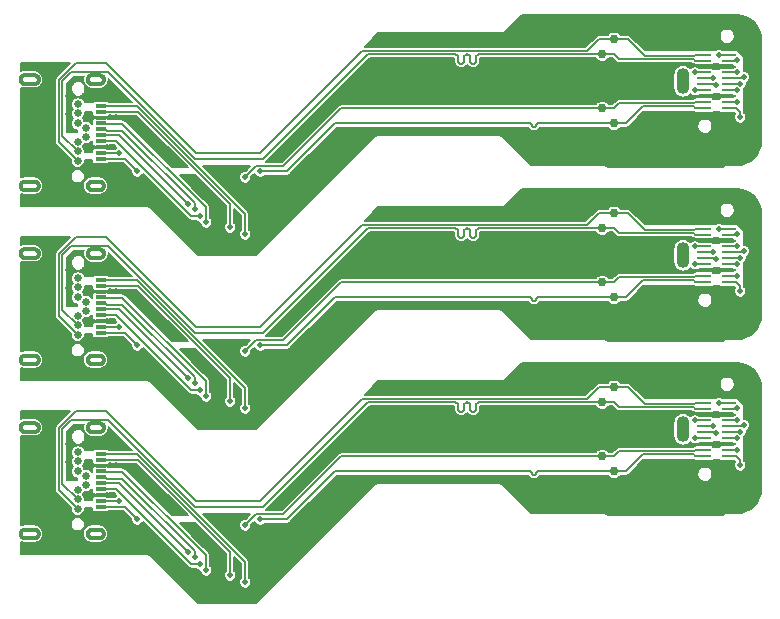
<source format=gbr>
G04 #@! TF.GenerationSoftware,KiCad,Pcbnew,(5.1.7)-1*
G04 #@! TF.CreationDate,2020-12-05T21:57:18-08:00*
G04 #@! TF.ProjectId,DellAdapter_3.1_PanelX3,44656c6c-4164-4617-9074-65725f332e31,rev?*
G04 #@! TF.SameCoordinates,Original*
G04 #@! TF.FileFunction,Copper,L2,Bot*
G04 #@! TF.FilePolarity,Positive*
%FSLAX46Y46*%
G04 Gerber Fmt 4.6, Leading zero omitted, Abs format (unit mm)*
G04 Created by KiCad (PCBNEW (5.1.7)-1) date 2020-12-05 21:57:18*
%MOMM*%
%LPD*%
G01*
G04 APERTURE LIST*
G04 #@! TA.AperFunction,EtchedComponent*
%ADD10C,0.001000*%
G04 #@! TD*
G04 #@! TA.AperFunction,SMDPad,CuDef*
%ADD11C,0.762000*%
G04 #@! TD*
G04 #@! TA.AperFunction,SMDPad,CuDef*
%ADD12R,0.100000X0.100000*%
G04 #@! TD*
G04 #@! TA.AperFunction,ComponentPad*
%ADD13C,0.650000*%
G04 #@! TD*
G04 #@! TA.AperFunction,SMDPad,CuDef*
%ADD14R,0.914400X0.350000*%
G04 #@! TD*
G04 #@! TA.AperFunction,ComponentPad*
%ADD15O,1.100000X2.200000*%
G04 #@! TD*
G04 #@! TA.AperFunction,ComponentPad*
%ADD16O,0.850000X1.700000*%
G04 #@! TD*
G04 #@! TA.AperFunction,ComponentPad*
%ADD17O,1.000000X2.000000*%
G04 #@! TD*
G04 #@! TA.AperFunction,SMDPad,CuDef*
%ADD18R,1.193800X0.280000*%
G04 #@! TD*
G04 #@! TA.AperFunction,ViaPad*
%ADD19C,0.508000*%
G04 #@! TD*
G04 #@! TA.AperFunction,ViaPad*
%ADD20C,0.558800*%
G04 #@! TD*
G04 #@! TA.AperFunction,Conductor*
%ADD21C,0.152400*%
G04 #@! TD*
G04 #@! TA.AperFunction,Conductor*
%ADD22C,0.127000*%
G04 #@! TD*
G04 #@! TA.AperFunction,Conductor*
%ADD23C,0.100000*%
G04 #@! TD*
G04 #@! TA.AperFunction,Conductor*
%ADD24C,0.076200*%
G04 #@! TD*
G04 APERTURE END LIST*
D10*
G36*
X128289000Y-108280000D02*
G01*
X128289000Y-108030000D01*
X128589000Y-108030000D01*
X128615168Y-108030685D01*
X128641264Y-108032739D01*
X128667217Y-108036156D01*
X128692956Y-108040926D01*
X128718410Y-108047037D01*
X128743508Y-108054472D01*
X128768184Y-108063210D01*
X128792368Y-108073227D01*
X128815995Y-108084497D01*
X128839000Y-108096987D01*
X128861320Y-108110665D01*
X128882893Y-108125492D01*
X128903660Y-108141427D01*
X128923565Y-108158428D01*
X128942553Y-108176447D01*
X128960572Y-108195435D01*
X128977573Y-108215340D01*
X128993508Y-108236107D01*
X129008335Y-108257680D01*
X129022013Y-108280000D01*
X129034503Y-108303005D01*
X129045773Y-108326632D01*
X129055790Y-108350816D01*
X129064528Y-108375492D01*
X129071963Y-108400590D01*
X129078074Y-108426044D01*
X129082844Y-108451783D01*
X129086261Y-108477736D01*
X129088315Y-108503832D01*
X129089000Y-108530000D01*
X129088315Y-108556168D01*
X129086261Y-108582264D01*
X129082844Y-108608217D01*
X129078074Y-108633956D01*
X129071963Y-108659410D01*
X129064528Y-108684508D01*
X129055790Y-108709184D01*
X129045773Y-108733368D01*
X129034503Y-108756995D01*
X129022013Y-108780000D01*
X129008335Y-108802320D01*
X128993508Y-108823893D01*
X128977573Y-108844660D01*
X128960572Y-108864565D01*
X128942553Y-108883553D01*
X128923565Y-108901572D01*
X128903660Y-108918573D01*
X128882893Y-108934508D01*
X128861320Y-108949335D01*
X128839000Y-108963013D01*
X128815995Y-108975503D01*
X128792368Y-108986773D01*
X128768184Y-108996790D01*
X128743508Y-109005528D01*
X128718410Y-109012963D01*
X128692956Y-109019074D01*
X128667217Y-109023844D01*
X128641264Y-109027261D01*
X128615168Y-109029315D01*
X128589000Y-109030000D01*
X128289000Y-109030000D01*
X128289000Y-108780000D01*
X128589000Y-108780000D01*
X128602084Y-108779657D01*
X128615132Y-108778630D01*
X128628109Y-108776922D01*
X128640978Y-108774537D01*
X128653705Y-108771481D01*
X128666254Y-108767764D01*
X128678592Y-108763395D01*
X128690684Y-108758386D01*
X128702498Y-108752752D01*
X128714000Y-108746506D01*
X128725160Y-108739668D01*
X128735946Y-108732254D01*
X128746330Y-108724286D01*
X128756283Y-108715786D01*
X128765777Y-108706777D01*
X128774786Y-108697283D01*
X128783286Y-108687330D01*
X128791254Y-108676946D01*
X128798668Y-108666160D01*
X128805506Y-108655000D01*
X128811752Y-108643498D01*
X128817386Y-108631684D01*
X128822395Y-108619592D01*
X128826764Y-108607254D01*
X128830481Y-108594705D01*
X128833537Y-108581978D01*
X128835922Y-108569109D01*
X128837630Y-108556132D01*
X128838657Y-108543084D01*
X128839000Y-108530000D01*
X128838657Y-108516916D01*
X128837630Y-108503868D01*
X128835922Y-108490891D01*
X128833537Y-108478022D01*
X128830481Y-108465295D01*
X128826764Y-108452746D01*
X128822395Y-108440408D01*
X128817386Y-108428316D01*
X128811752Y-108416502D01*
X128805506Y-108405000D01*
X128798668Y-108393840D01*
X128791254Y-108383054D01*
X128783286Y-108372670D01*
X128774786Y-108362717D01*
X128765777Y-108353223D01*
X128756283Y-108344214D01*
X128746330Y-108335714D01*
X128735946Y-108327746D01*
X128725160Y-108320332D01*
X128714000Y-108313494D01*
X128702498Y-108307248D01*
X128690684Y-108301614D01*
X128678592Y-108296605D01*
X128666254Y-108292236D01*
X128653705Y-108288519D01*
X128640978Y-108285463D01*
X128628109Y-108283078D01*
X128615132Y-108281370D01*
X128602084Y-108280343D01*
X128589000Y-108280000D01*
X128289000Y-108280000D01*
G37*
X128289000Y-108280000D02*
X128289000Y-108030000D01*
X128589000Y-108030000D01*
X128615168Y-108030685D01*
X128641264Y-108032739D01*
X128667217Y-108036156D01*
X128692956Y-108040926D01*
X128718410Y-108047037D01*
X128743508Y-108054472D01*
X128768184Y-108063210D01*
X128792368Y-108073227D01*
X128815995Y-108084497D01*
X128839000Y-108096987D01*
X128861320Y-108110665D01*
X128882893Y-108125492D01*
X128903660Y-108141427D01*
X128923565Y-108158428D01*
X128942553Y-108176447D01*
X128960572Y-108195435D01*
X128977573Y-108215340D01*
X128993508Y-108236107D01*
X129008335Y-108257680D01*
X129022013Y-108280000D01*
X129034503Y-108303005D01*
X129045773Y-108326632D01*
X129055790Y-108350816D01*
X129064528Y-108375492D01*
X129071963Y-108400590D01*
X129078074Y-108426044D01*
X129082844Y-108451783D01*
X129086261Y-108477736D01*
X129088315Y-108503832D01*
X129089000Y-108530000D01*
X129088315Y-108556168D01*
X129086261Y-108582264D01*
X129082844Y-108608217D01*
X129078074Y-108633956D01*
X129071963Y-108659410D01*
X129064528Y-108684508D01*
X129055790Y-108709184D01*
X129045773Y-108733368D01*
X129034503Y-108756995D01*
X129022013Y-108780000D01*
X129008335Y-108802320D01*
X128993508Y-108823893D01*
X128977573Y-108844660D01*
X128960572Y-108864565D01*
X128942553Y-108883553D01*
X128923565Y-108901572D01*
X128903660Y-108918573D01*
X128882893Y-108934508D01*
X128861320Y-108949335D01*
X128839000Y-108963013D01*
X128815995Y-108975503D01*
X128792368Y-108986773D01*
X128768184Y-108996790D01*
X128743508Y-109005528D01*
X128718410Y-109012963D01*
X128692956Y-109019074D01*
X128667217Y-109023844D01*
X128641264Y-109027261D01*
X128615168Y-109029315D01*
X128589000Y-109030000D01*
X128289000Y-109030000D01*
X128289000Y-108780000D01*
X128589000Y-108780000D01*
X128602084Y-108779657D01*
X128615132Y-108778630D01*
X128628109Y-108776922D01*
X128640978Y-108774537D01*
X128653705Y-108771481D01*
X128666254Y-108767764D01*
X128678592Y-108763395D01*
X128690684Y-108758386D01*
X128702498Y-108752752D01*
X128714000Y-108746506D01*
X128725160Y-108739668D01*
X128735946Y-108732254D01*
X128746330Y-108724286D01*
X128756283Y-108715786D01*
X128765777Y-108706777D01*
X128774786Y-108697283D01*
X128783286Y-108687330D01*
X128791254Y-108676946D01*
X128798668Y-108666160D01*
X128805506Y-108655000D01*
X128811752Y-108643498D01*
X128817386Y-108631684D01*
X128822395Y-108619592D01*
X128826764Y-108607254D01*
X128830481Y-108594705D01*
X128833537Y-108581978D01*
X128835922Y-108569109D01*
X128837630Y-108556132D01*
X128838657Y-108543084D01*
X128839000Y-108530000D01*
X128838657Y-108516916D01*
X128837630Y-108503868D01*
X128835922Y-108490891D01*
X128833537Y-108478022D01*
X128830481Y-108465295D01*
X128826764Y-108452746D01*
X128822395Y-108440408D01*
X128817386Y-108428316D01*
X128811752Y-108416502D01*
X128805506Y-108405000D01*
X128798668Y-108393840D01*
X128791254Y-108383054D01*
X128783286Y-108372670D01*
X128774786Y-108362717D01*
X128765777Y-108353223D01*
X128756283Y-108344214D01*
X128746330Y-108335714D01*
X128735946Y-108327746D01*
X128725160Y-108320332D01*
X128714000Y-108313494D01*
X128702498Y-108307248D01*
X128690684Y-108301614D01*
X128678592Y-108296605D01*
X128666254Y-108292236D01*
X128653705Y-108288519D01*
X128640978Y-108285463D01*
X128628109Y-108283078D01*
X128615132Y-108281370D01*
X128602084Y-108280343D01*
X128589000Y-108280000D01*
X128289000Y-108280000D01*
G36*
X128289000Y-108780000D02*
G01*
X128289000Y-109030000D01*
X127989000Y-109030000D01*
X127962832Y-109029315D01*
X127936736Y-109027261D01*
X127910783Y-109023844D01*
X127885044Y-109019074D01*
X127859590Y-109012963D01*
X127834492Y-109005528D01*
X127809816Y-108996790D01*
X127785632Y-108986773D01*
X127762005Y-108975503D01*
X127739000Y-108963013D01*
X127716680Y-108949335D01*
X127695107Y-108934508D01*
X127674340Y-108918573D01*
X127654435Y-108901572D01*
X127635447Y-108883553D01*
X127617428Y-108864565D01*
X127600427Y-108844660D01*
X127584492Y-108823893D01*
X127569665Y-108802320D01*
X127555987Y-108780000D01*
X127543497Y-108756995D01*
X127532227Y-108733368D01*
X127522210Y-108709184D01*
X127513472Y-108684508D01*
X127506037Y-108659410D01*
X127499926Y-108633956D01*
X127495156Y-108608217D01*
X127491739Y-108582264D01*
X127489685Y-108556168D01*
X127489000Y-108530000D01*
X127489685Y-108503832D01*
X127491739Y-108477736D01*
X127495156Y-108451783D01*
X127499926Y-108426044D01*
X127506037Y-108400590D01*
X127513472Y-108375492D01*
X127522210Y-108350816D01*
X127532227Y-108326632D01*
X127543497Y-108303005D01*
X127555987Y-108280000D01*
X127569665Y-108257680D01*
X127584492Y-108236107D01*
X127600427Y-108215340D01*
X127617428Y-108195435D01*
X127635447Y-108176447D01*
X127654435Y-108158428D01*
X127674340Y-108141427D01*
X127695107Y-108125492D01*
X127716680Y-108110665D01*
X127739000Y-108096987D01*
X127762005Y-108084497D01*
X127785632Y-108073227D01*
X127809816Y-108063210D01*
X127834492Y-108054472D01*
X127859590Y-108047037D01*
X127885044Y-108040926D01*
X127910783Y-108036156D01*
X127936736Y-108032739D01*
X127962832Y-108030685D01*
X127989000Y-108030000D01*
X128289000Y-108030000D01*
X128289000Y-108280000D01*
X127989000Y-108280000D01*
X127975916Y-108280343D01*
X127962868Y-108281370D01*
X127949891Y-108283078D01*
X127937022Y-108285463D01*
X127924295Y-108288519D01*
X127911746Y-108292236D01*
X127899408Y-108296605D01*
X127887316Y-108301614D01*
X127875502Y-108307248D01*
X127864000Y-108313494D01*
X127852840Y-108320332D01*
X127842054Y-108327746D01*
X127831670Y-108335714D01*
X127821717Y-108344214D01*
X127812223Y-108353223D01*
X127803214Y-108362717D01*
X127794714Y-108372670D01*
X127786746Y-108383054D01*
X127779332Y-108393840D01*
X127772494Y-108405000D01*
X127766248Y-108416502D01*
X127760614Y-108428316D01*
X127755605Y-108440408D01*
X127751236Y-108452746D01*
X127747519Y-108465295D01*
X127744463Y-108478022D01*
X127742078Y-108490891D01*
X127740370Y-108503868D01*
X127739343Y-108516916D01*
X127739000Y-108530000D01*
X127739343Y-108543084D01*
X127740370Y-108556132D01*
X127742078Y-108569109D01*
X127744463Y-108581978D01*
X127747519Y-108594705D01*
X127751236Y-108607254D01*
X127755605Y-108619592D01*
X127760614Y-108631684D01*
X127766248Y-108643498D01*
X127772494Y-108655000D01*
X127779332Y-108666160D01*
X127786746Y-108676946D01*
X127794714Y-108687330D01*
X127803214Y-108697283D01*
X127812223Y-108706777D01*
X127821717Y-108715786D01*
X127831670Y-108724286D01*
X127842054Y-108732254D01*
X127852840Y-108739668D01*
X127864000Y-108746506D01*
X127875502Y-108752752D01*
X127887316Y-108758386D01*
X127899408Y-108763395D01*
X127911746Y-108767764D01*
X127924295Y-108771481D01*
X127937022Y-108774537D01*
X127949891Y-108776922D01*
X127962868Y-108778630D01*
X127975916Y-108779657D01*
X127989000Y-108780000D01*
X128289000Y-108780000D01*
G37*
X128289000Y-108780000D02*
X128289000Y-109030000D01*
X127989000Y-109030000D01*
X127962832Y-109029315D01*
X127936736Y-109027261D01*
X127910783Y-109023844D01*
X127885044Y-109019074D01*
X127859590Y-109012963D01*
X127834492Y-109005528D01*
X127809816Y-108996790D01*
X127785632Y-108986773D01*
X127762005Y-108975503D01*
X127739000Y-108963013D01*
X127716680Y-108949335D01*
X127695107Y-108934508D01*
X127674340Y-108918573D01*
X127654435Y-108901572D01*
X127635447Y-108883553D01*
X127617428Y-108864565D01*
X127600427Y-108844660D01*
X127584492Y-108823893D01*
X127569665Y-108802320D01*
X127555987Y-108780000D01*
X127543497Y-108756995D01*
X127532227Y-108733368D01*
X127522210Y-108709184D01*
X127513472Y-108684508D01*
X127506037Y-108659410D01*
X127499926Y-108633956D01*
X127495156Y-108608217D01*
X127491739Y-108582264D01*
X127489685Y-108556168D01*
X127489000Y-108530000D01*
X127489685Y-108503832D01*
X127491739Y-108477736D01*
X127495156Y-108451783D01*
X127499926Y-108426044D01*
X127506037Y-108400590D01*
X127513472Y-108375492D01*
X127522210Y-108350816D01*
X127532227Y-108326632D01*
X127543497Y-108303005D01*
X127555987Y-108280000D01*
X127569665Y-108257680D01*
X127584492Y-108236107D01*
X127600427Y-108215340D01*
X127617428Y-108195435D01*
X127635447Y-108176447D01*
X127654435Y-108158428D01*
X127674340Y-108141427D01*
X127695107Y-108125492D01*
X127716680Y-108110665D01*
X127739000Y-108096987D01*
X127762005Y-108084497D01*
X127785632Y-108073227D01*
X127809816Y-108063210D01*
X127834492Y-108054472D01*
X127859590Y-108047037D01*
X127885044Y-108040926D01*
X127910783Y-108036156D01*
X127936736Y-108032739D01*
X127962832Y-108030685D01*
X127989000Y-108030000D01*
X128289000Y-108030000D01*
X128289000Y-108280000D01*
X127989000Y-108280000D01*
X127975916Y-108280343D01*
X127962868Y-108281370D01*
X127949891Y-108283078D01*
X127937022Y-108285463D01*
X127924295Y-108288519D01*
X127911746Y-108292236D01*
X127899408Y-108296605D01*
X127887316Y-108301614D01*
X127875502Y-108307248D01*
X127864000Y-108313494D01*
X127852840Y-108320332D01*
X127842054Y-108327746D01*
X127831670Y-108335714D01*
X127821717Y-108344214D01*
X127812223Y-108353223D01*
X127803214Y-108362717D01*
X127794714Y-108372670D01*
X127786746Y-108383054D01*
X127779332Y-108393840D01*
X127772494Y-108405000D01*
X127766248Y-108416502D01*
X127760614Y-108428316D01*
X127755605Y-108440408D01*
X127751236Y-108452746D01*
X127747519Y-108465295D01*
X127744463Y-108478022D01*
X127742078Y-108490891D01*
X127740370Y-108503868D01*
X127739343Y-108516916D01*
X127739000Y-108530000D01*
X127739343Y-108543084D01*
X127740370Y-108556132D01*
X127742078Y-108569109D01*
X127744463Y-108581978D01*
X127747519Y-108594705D01*
X127751236Y-108607254D01*
X127755605Y-108619592D01*
X127760614Y-108631684D01*
X127766248Y-108643498D01*
X127772494Y-108655000D01*
X127779332Y-108666160D01*
X127786746Y-108676946D01*
X127794714Y-108687330D01*
X127803214Y-108697283D01*
X127812223Y-108706777D01*
X127821717Y-108715786D01*
X127831670Y-108724286D01*
X127842054Y-108732254D01*
X127852840Y-108739668D01*
X127864000Y-108746506D01*
X127875502Y-108752752D01*
X127887316Y-108758386D01*
X127899408Y-108763395D01*
X127911746Y-108767764D01*
X127924295Y-108771481D01*
X127937022Y-108774537D01*
X127949891Y-108776922D01*
X127962868Y-108778630D01*
X127975916Y-108779657D01*
X127989000Y-108780000D01*
X128289000Y-108780000D01*
G36*
X128289000Y-117280000D02*
G01*
X128289000Y-117030000D01*
X128589000Y-117030000D01*
X128615168Y-117030685D01*
X128641264Y-117032739D01*
X128667217Y-117036156D01*
X128692956Y-117040926D01*
X128718410Y-117047037D01*
X128743508Y-117054472D01*
X128768184Y-117063210D01*
X128792368Y-117073227D01*
X128815995Y-117084497D01*
X128839000Y-117096987D01*
X128861320Y-117110665D01*
X128882893Y-117125492D01*
X128903660Y-117141427D01*
X128923565Y-117158428D01*
X128942553Y-117176447D01*
X128960572Y-117195435D01*
X128977573Y-117215340D01*
X128993508Y-117236107D01*
X129008335Y-117257680D01*
X129022013Y-117280000D01*
X129034503Y-117303005D01*
X129045773Y-117326632D01*
X129055790Y-117350816D01*
X129064528Y-117375492D01*
X129071963Y-117400590D01*
X129078074Y-117426044D01*
X129082844Y-117451783D01*
X129086261Y-117477736D01*
X129088315Y-117503832D01*
X129089000Y-117530000D01*
X129088315Y-117556168D01*
X129086261Y-117582264D01*
X129082844Y-117608217D01*
X129078074Y-117633956D01*
X129071963Y-117659410D01*
X129064528Y-117684508D01*
X129055790Y-117709184D01*
X129045773Y-117733368D01*
X129034503Y-117756995D01*
X129022013Y-117780000D01*
X129008335Y-117802320D01*
X128993508Y-117823893D01*
X128977573Y-117844660D01*
X128960572Y-117864565D01*
X128942553Y-117883553D01*
X128923565Y-117901572D01*
X128903660Y-117918573D01*
X128882893Y-117934508D01*
X128861320Y-117949335D01*
X128839000Y-117963013D01*
X128815995Y-117975503D01*
X128792368Y-117986773D01*
X128768184Y-117996790D01*
X128743508Y-118005528D01*
X128718410Y-118012963D01*
X128692956Y-118019074D01*
X128667217Y-118023844D01*
X128641264Y-118027261D01*
X128615168Y-118029315D01*
X128589000Y-118030000D01*
X128289000Y-118030000D01*
X128289000Y-117780000D01*
X128589000Y-117780000D01*
X128602084Y-117779657D01*
X128615132Y-117778630D01*
X128628109Y-117776922D01*
X128640978Y-117774537D01*
X128653705Y-117771481D01*
X128666254Y-117767764D01*
X128678592Y-117763395D01*
X128690684Y-117758386D01*
X128702498Y-117752752D01*
X128714000Y-117746506D01*
X128725160Y-117739668D01*
X128735946Y-117732254D01*
X128746330Y-117724286D01*
X128756283Y-117715786D01*
X128765777Y-117706777D01*
X128774786Y-117697283D01*
X128783286Y-117687330D01*
X128791254Y-117676946D01*
X128798668Y-117666160D01*
X128805506Y-117655000D01*
X128811752Y-117643498D01*
X128817386Y-117631684D01*
X128822395Y-117619592D01*
X128826764Y-117607254D01*
X128830481Y-117594705D01*
X128833537Y-117581978D01*
X128835922Y-117569109D01*
X128837630Y-117556132D01*
X128838657Y-117543084D01*
X128839000Y-117530000D01*
X128838657Y-117516916D01*
X128837630Y-117503868D01*
X128835922Y-117490891D01*
X128833537Y-117478022D01*
X128830481Y-117465295D01*
X128826764Y-117452746D01*
X128822395Y-117440408D01*
X128817386Y-117428316D01*
X128811752Y-117416502D01*
X128805506Y-117405000D01*
X128798668Y-117393840D01*
X128791254Y-117383054D01*
X128783286Y-117372670D01*
X128774786Y-117362717D01*
X128765777Y-117353223D01*
X128756283Y-117344214D01*
X128746330Y-117335714D01*
X128735946Y-117327746D01*
X128725160Y-117320332D01*
X128714000Y-117313494D01*
X128702498Y-117307248D01*
X128690684Y-117301614D01*
X128678592Y-117296605D01*
X128666254Y-117292236D01*
X128653705Y-117288519D01*
X128640978Y-117285463D01*
X128628109Y-117283078D01*
X128615132Y-117281370D01*
X128602084Y-117280343D01*
X128589000Y-117280000D01*
X128289000Y-117280000D01*
G37*
X128289000Y-117280000D02*
X128289000Y-117030000D01*
X128589000Y-117030000D01*
X128615168Y-117030685D01*
X128641264Y-117032739D01*
X128667217Y-117036156D01*
X128692956Y-117040926D01*
X128718410Y-117047037D01*
X128743508Y-117054472D01*
X128768184Y-117063210D01*
X128792368Y-117073227D01*
X128815995Y-117084497D01*
X128839000Y-117096987D01*
X128861320Y-117110665D01*
X128882893Y-117125492D01*
X128903660Y-117141427D01*
X128923565Y-117158428D01*
X128942553Y-117176447D01*
X128960572Y-117195435D01*
X128977573Y-117215340D01*
X128993508Y-117236107D01*
X129008335Y-117257680D01*
X129022013Y-117280000D01*
X129034503Y-117303005D01*
X129045773Y-117326632D01*
X129055790Y-117350816D01*
X129064528Y-117375492D01*
X129071963Y-117400590D01*
X129078074Y-117426044D01*
X129082844Y-117451783D01*
X129086261Y-117477736D01*
X129088315Y-117503832D01*
X129089000Y-117530000D01*
X129088315Y-117556168D01*
X129086261Y-117582264D01*
X129082844Y-117608217D01*
X129078074Y-117633956D01*
X129071963Y-117659410D01*
X129064528Y-117684508D01*
X129055790Y-117709184D01*
X129045773Y-117733368D01*
X129034503Y-117756995D01*
X129022013Y-117780000D01*
X129008335Y-117802320D01*
X128993508Y-117823893D01*
X128977573Y-117844660D01*
X128960572Y-117864565D01*
X128942553Y-117883553D01*
X128923565Y-117901572D01*
X128903660Y-117918573D01*
X128882893Y-117934508D01*
X128861320Y-117949335D01*
X128839000Y-117963013D01*
X128815995Y-117975503D01*
X128792368Y-117986773D01*
X128768184Y-117996790D01*
X128743508Y-118005528D01*
X128718410Y-118012963D01*
X128692956Y-118019074D01*
X128667217Y-118023844D01*
X128641264Y-118027261D01*
X128615168Y-118029315D01*
X128589000Y-118030000D01*
X128289000Y-118030000D01*
X128289000Y-117780000D01*
X128589000Y-117780000D01*
X128602084Y-117779657D01*
X128615132Y-117778630D01*
X128628109Y-117776922D01*
X128640978Y-117774537D01*
X128653705Y-117771481D01*
X128666254Y-117767764D01*
X128678592Y-117763395D01*
X128690684Y-117758386D01*
X128702498Y-117752752D01*
X128714000Y-117746506D01*
X128725160Y-117739668D01*
X128735946Y-117732254D01*
X128746330Y-117724286D01*
X128756283Y-117715786D01*
X128765777Y-117706777D01*
X128774786Y-117697283D01*
X128783286Y-117687330D01*
X128791254Y-117676946D01*
X128798668Y-117666160D01*
X128805506Y-117655000D01*
X128811752Y-117643498D01*
X128817386Y-117631684D01*
X128822395Y-117619592D01*
X128826764Y-117607254D01*
X128830481Y-117594705D01*
X128833537Y-117581978D01*
X128835922Y-117569109D01*
X128837630Y-117556132D01*
X128838657Y-117543084D01*
X128839000Y-117530000D01*
X128838657Y-117516916D01*
X128837630Y-117503868D01*
X128835922Y-117490891D01*
X128833537Y-117478022D01*
X128830481Y-117465295D01*
X128826764Y-117452746D01*
X128822395Y-117440408D01*
X128817386Y-117428316D01*
X128811752Y-117416502D01*
X128805506Y-117405000D01*
X128798668Y-117393840D01*
X128791254Y-117383054D01*
X128783286Y-117372670D01*
X128774786Y-117362717D01*
X128765777Y-117353223D01*
X128756283Y-117344214D01*
X128746330Y-117335714D01*
X128735946Y-117327746D01*
X128725160Y-117320332D01*
X128714000Y-117313494D01*
X128702498Y-117307248D01*
X128690684Y-117301614D01*
X128678592Y-117296605D01*
X128666254Y-117292236D01*
X128653705Y-117288519D01*
X128640978Y-117285463D01*
X128628109Y-117283078D01*
X128615132Y-117281370D01*
X128602084Y-117280343D01*
X128589000Y-117280000D01*
X128289000Y-117280000D01*
G36*
X128289000Y-117780000D02*
G01*
X128289000Y-118030000D01*
X127989000Y-118030000D01*
X127962832Y-118029315D01*
X127936736Y-118027261D01*
X127910783Y-118023844D01*
X127885044Y-118019074D01*
X127859590Y-118012963D01*
X127834492Y-118005528D01*
X127809816Y-117996790D01*
X127785632Y-117986773D01*
X127762005Y-117975503D01*
X127739000Y-117963013D01*
X127716680Y-117949335D01*
X127695107Y-117934508D01*
X127674340Y-117918573D01*
X127654435Y-117901572D01*
X127635447Y-117883553D01*
X127617428Y-117864565D01*
X127600427Y-117844660D01*
X127584492Y-117823893D01*
X127569665Y-117802320D01*
X127555987Y-117780000D01*
X127543497Y-117756995D01*
X127532227Y-117733368D01*
X127522210Y-117709184D01*
X127513472Y-117684508D01*
X127506037Y-117659410D01*
X127499926Y-117633956D01*
X127495156Y-117608217D01*
X127491739Y-117582264D01*
X127489685Y-117556168D01*
X127489000Y-117530000D01*
X127489685Y-117503832D01*
X127491739Y-117477736D01*
X127495156Y-117451783D01*
X127499926Y-117426044D01*
X127506037Y-117400590D01*
X127513472Y-117375492D01*
X127522210Y-117350816D01*
X127532227Y-117326632D01*
X127543497Y-117303005D01*
X127555987Y-117280000D01*
X127569665Y-117257680D01*
X127584492Y-117236107D01*
X127600427Y-117215340D01*
X127617428Y-117195435D01*
X127635447Y-117176447D01*
X127654435Y-117158428D01*
X127674340Y-117141427D01*
X127695107Y-117125492D01*
X127716680Y-117110665D01*
X127739000Y-117096987D01*
X127762005Y-117084497D01*
X127785632Y-117073227D01*
X127809816Y-117063210D01*
X127834492Y-117054472D01*
X127859590Y-117047037D01*
X127885044Y-117040926D01*
X127910783Y-117036156D01*
X127936736Y-117032739D01*
X127962832Y-117030685D01*
X127989000Y-117030000D01*
X128289000Y-117030000D01*
X128289000Y-117280000D01*
X127989000Y-117280000D01*
X127975916Y-117280343D01*
X127962868Y-117281370D01*
X127949891Y-117283078D01*
X127937022Y-117285463D01*
X127924295Y-117288519D01*
X127911746Y-117292236D01*
X127899408Y-117296605D01*
X127887316Y-117301614D01*
X127875502Y-117307248D01*
X127864000Y-117313494D01*
X127852840Y-117320332D01*
X127842054Y-117327746D01*
X127831670Y-117335714D01*
X127821717Y-117344214D01*
X127812223Y-117353223D01*
X127803214Y-117362717D01*
X127794714Y-117372670D01*
X127786746Y-117383054D01*
X127779332Y-117393840D01*
X127772494Y-117405000D01*
X127766248Y-117416502D01*
X127760614Y-117428316D01*
X127755605Y-117440408D01*
X127751236Y-117452746D01*
X127747519Y-117465295D01*
X127744463Y-117478022D01*
X127742078Y-117490891D01*
X127740370Y-117503868D01*
X127739343Y-117516916D01*
X127739000Y-117530000D01*
X127739343Y-117543084D01*
X127740370Y-117556132D01*
X127742078Y-117569109D01*
X127744463Y-117581978D01*
X127747519Y-117594705D01*
X127751236Y-117607254D01*
X127755605Y-117619592D01*
X127760614Y-117631684D01*
X127766248Y-117643498D01*
X127772494Y-117655000D01*
X127779332Y-117666160D01*
X127786746Y-117676946D01*
X127794714Y-117687330D01*
X127803214Y-117697283D01*
X127812223Y-117706777D01*
X127821717Y-117715786D01*
X127831670Y-117724286D01*
X127842054Y-117732254D01*
X127852840Y-117739668D01*
X127864000Y-117746506D01*
X127875502Y-117752752D01*
X127887316Y-117758386D01*
X127899408Y-117763395D01*
X127911746Y-117767764D01*
X127924295Y-117771481D01*
X127937022Y-117774537D01*
X127949891Y-117776922D01*
X127962868Y-117778630D01*
X127975916Y-117779657D01*
X127989000Y-117780000D01*
X128289000Y-117780000D01*
G37*
X128289000Y-117780000D02*
X128289000Y-118030000D01*
X127989000Y-118030000D01*
X127962832Y-118029315D01*
X127936736Y-118027261D01*
X127910783Y-118023844D01*
X127885044Y-118019074D01*
X127859590Y-118012963D01*
X127834492Y-118005528D01*
X127809816Y-117996790D01*
X127785632Y-117986773D01*
X127762005Y-117975503D01*
X127739000Y-117963013D01*
X127716680Y-117949335D01*
X127695107Y-117934508D01*
X127674340Y-117918573D01*
X127654435Y-117901572D01*
X127635447Y-117883553D01*
X127617428Y-117864565D01*
X127600427Y-117844660D01*
X127584492Y-117823893D01*
X127569665Y-117802320D01*
X127555987Y-117780000D01*
X127543497Y-117756995D01*
X127532227Y-117733368D01*
X127522210Y-117709184D01*
X127513472Y-117684508D01*
X127506037Y-117659410D01*
X127499926Y-117633956D01*
X127495156Y-117608217D01*
X127491739Y-117582264D01*
X127489685Y-117556168D01*
X127489000Y-117530000D01*
X127489685Y-117503832D01*
X127491739Y-117477736D01*
X127495156Y-117451783D01*
X127499926Y-117426044D01*
X127506037Y-117400590D01*
X127513472Y-117375492D01*
X127522210Y-117350816D01*
X127532227Y-117326632D01*
X127543497Y-117303005D01*
X127555987Y-117280000D01*
X127569665Y-117257680D01*
X127584492Y-117236107D01*
X127600427Y-117215340D01*
X127617428Y-117195435D01*
X127635447Y-117176447D01*
X127654435Y-117158428D01*
X127674340Y-117141427D01*
X127695107Y-117125492D01*
X127716680Y-117110665D01*
X127739000Y-117096987D01*
X127762005Y-117084497D01*
X127785632Y-117073227D01*
X127809816Y-117063210D01*
X127834492Y-117054472D01*
X127859590Y-117047037D01*
X127885044Y-117040926D01*
X127910783Y-117036156D01*
X127936736Y-117032739D01*
X127962832Y-117030685D01*
X127989000Y-117030000D01*
X128289000Y-117030000D01*
X128289000Y-117280000D01*
X127989000Y-117280000D01*
X127975916Y-117280343D01*
X127962868Y-117281370D01*
X127949891Y-117283078D01*
X127937022Y-117285463D01*
X127924295Y-117288519D01*
X127911746Y-117292236D01*
X127899408Y-117296605D01*
X127887316Y-117301614D01*
X127875502Y-117307248D01*
X127864000Y-117313494D01*
X127852840Y-117320332D01*
X127842054Y-117327746D01*
X127831670Y-117335714D01*
X127821717Y-117344214D01*
X127812223Y-117353223D01*
X127803214Y-117362717D01*
X127794714Y-117372670D01*
X127786746Y-117383054D01*
X127779332Y-117393840D01*
X127772494Y-117405000D01*
X127766248Y-117416502D01*
X127760614Y-117428316D01*
X127755605Y-117440408D01*
X127751236Y-117452746D01*
X127747519Y-117465295D01*
X127744463Y-117478022D01*
X127742078Y-117490891D01*
X127740370Y-117503868D01*
X127739343Y-117516916D01*
X127739000Y-117530000D01*
X127739343Y-117543084D01*
X127740370Y-117556132D01*
X127742078Y-117569109D01*
X127744463Y-117581978D01*
X127747519Y-117594705D01*
X127751236Y-117607254D01*
X127755605Y-117619592D01*
X127760614Y-117631684D01*
X127766248Y-117643498D01*
X127772494Y-117655000D01*
X127779332Y-117666160D01*
X127786746Y-117676946D01*
X127794714Y-117687330D01*
X127803214Y-117697283D01*
X127812223Y-117706777D01*
X127821717Y-117715786D01*
X127831670Y-117724286D01*
X127842054Y-117732254D01*
X127852840Y-117739668D01*
X127864000Y-117746506D01*
X127875502Y-117752752D01*
X127887316Y-117758386D01*
X127899408Y-117763395D01*
X127911746Y-117767764D01*
X127924295Y-117771481D01*
X127937022Y-117774537D01*
X127949891Y-117776922D01*
X127962868Y-117778630D01*
X127975916Y-117779657D01*
X127989000Y-117780000D01*
X128289000Y-117780000D01*
G36*
X122689000Y-108280000D02*
G01*
X122689000Y-108030000D01*
X123089000Y-108030000D01*
X123115168Y-108030685D01*
X123141264Y-108032739D01*
X123167217Y-108036156D01*
X123192956Y-108040926D01*
X123218410Y-108047037D01*
X123243508Y-108054472D01*
X123268184Y-108063210D01*
X123292368Y-108073227D01*
X123315995Y-108084497D01*
X123339000Y-108096987D01*
X123361320Y-108110665D01*
X123382893Y-108125492D01*
X123403660Y-108141427D01*
X123423565Y-108158428D01*
X123442553Y-108176447D01*
X123460572Y-108195435D01*
X123477573Y-108215340D01*
X123493508Y-108236107D01*
X123508335Y-108257680D01*
X123522013Y-108280000D01*
X123534503Y-108303005D01*
X123545773Y-108326632D01*
X123555790Y-108350816D01*
X123564528Y-108375492D01*
X123571963Y-108400590D01*
X123578074Y-108426044D01*
X123582844Y-108451783D01*
X123586261Y-108477736D01*
X123588315Y-108503832D01*
X123589000Y-108530000D01*
X123588315Y-108556168D01*
X123586261Y-108582264D01*
X123582844Y-108608217D01*
X123578074Y-108633956D01*
X123571963Y-108659410D01*
X123564528Y-108684508D01*
X123555790Y-108709184D01*
X123545773Y-108733368D01*
X123534503Y-108756995D01*
X123522013Y-108780000D01*
X123508335Y-108802320D01*
X123493508Y-108823893D01*
X123477573Y-108844660D01*
X123460572Y-108864565D01*
X123442553Y-108883553D01*
X123423565Y-108901572D01*
X123403660Y-108918573D01*
X123382893Y-108934508D01*
X123361320Y-108949335D01*
X123339000Y-108963013D01*
X123315995Y-108975503D01*
X123292368Y-108986773D01*
X123268184Y-108996790D01*
X123243508Y-109005528D01*
X123218410Y-109012963D01*
X123192956Y-109019074D01*
X123167217Y-109023844D01*
X123141264Y-109027261D01*
X123115168Y-109029315D01*
X123089000Y-109030000D01*
X122689000Y-109030000D01*
X122689000Y-108780000D01*
X123089000Y-108780000D01*
X123102084Y-108779657D01*
X123115132Y-108778630D01*
X123128109Y-108776922D01*
X123140978Y-108774537D01*
X123153705Y-108771481D01*
X123166254Y-108767764D01*
X123178592Y-108763395D01*
X123190684Y-108758386D01*
X123202498Y-108752752D01*
X123214000Y-108746506D01*
X123225160Y-108739668D01*
X123235946Y-108732254D01*
X123246330Y-108724286D01*
X123256283Y-108715786D01*
X123265777Y-108706777D01*
X123274786Y-108697283D01*
X123283286Y-108687330D01*
X123291254Y-108676946D01*
X123298668Y-108666160D01*
X123305506Y-108655000D01*
X123311752Y-108643498D01*
X123317386Y-108631684D01*
X123322395Y-108619592D01*
X123326764Y-108607254D01*
X123330481Y-108594705D01*
X123333537Y-108581978D01*
X123335922Y-108569109D01*
X123337630Y-108556132D01*
X123338657Y-108543084D01*
X123339000Y-108530000D01*
X123338657Y-108516916D01*
X123337630Y-108503868D01*
X123335922Y-108490891D01*
X123333537Y-108478022D01*
X123330481Y-108465295D01*
X123326764Y-108452746D01*
X123322395Y-108440408D01*
X123317386Y-108428316D01*
X123311752Y-108416502D01*
X123305506Y-108405000D01*
X123298668Y-108393840D01*
X123291254Y-108383054D01*
X123283286Y-108372670D01*
X123274786Y-108362717D01*
X123265777Y-108353223D01*
X123256283Y-108344214D01*
X123246330Y-108335714D01*
X123235946Y-108327746D01*
X123225160Y-108320332D01*
X123214000Y-108313494D01*
X123202498Y-108307248D01*
X123190684Y-108301614D01*
X123178592Y-108296605D01*
X123166254Y-108292236D01*
X123153705Y-108288519D01*
X123140978Y-108285463D01*
X123128109Y-108283078D01*
X123115132Y-108281370D01*
X123102084Y-108280343D01*
X123089000Y-108280000D01*
X122689000Y-108280000D01*
G37*
X122689000Y-108280000D02*
X122689000Y-108030000D01*
X123089000Y-108030000D01*
X123115168Y-108030685D01*
X123141264Y-108032739D01*
X123167217Y-108036156D01*
X123192956Y-108040926D01*
X123218410Y-108047037D01*
X123243508Y-108054472D01*
X123268184Y-108063210D01*
X123292368Y-108073227D01*
X123315995Y-108084497D01*
X123339000Y-108096987D01*
X123361320Y-108110665D01*
X123382893Y-108125492D01*
X123403660Y-108141427D01*
X123423565Y-108158428D01*
X123442553Y-108176447D01*
X123460572Y-108195435D01*
X123477573Y-108215340D01*
X123493508Y-108236107D01*
X123508335Y-108257680D01*
X123522013Y-108280000D01*
X123534503Y-108303005D01*
X123545773Y-108326632D01*
X123555790Y-108350816D01*
X123564528Y-108375492D01*
X123571963Y-108400590D01*
X123578074Y-108426044D01*
X123582844Y-108451783D01*
X123586261Y-108477736D01*
X123588315Y-108503832D01*
X123589000Y-108530000D01*
X123588315Y-108556168D01*
X123586261Y-108582264D01*
X123582844Y-108608217D01*
X123578074Y-108633956D01*
X123571963Y-108659410D01*
X123564528Y-108684508D01*
X123555790Y-108709184D01*
X123545773Y-108733368D01*
X123534503Y-108756995D01*
X123522013Y-108780000D01*
X123508335Y-108802320D01*
X123493508Y-108823893D01*
X123477573Y-108844660D01*
X123460572Y-108864565D01*
X123442553Y-108883553D01*
X123423565Y-108901572D01*
X123403660Y-108918573D01*
X123382893Y-108934508D01*
X123361320Y-108949335D01*
X123339000Y-108963013D01*
X123315995Y-108975503D01*
X123292368Y-108986773D01*
X123268184Y-108996790D01*
X123243508Y-109005528D01*
X123218410Y-109012963D01*
X123192956Y-109019074D01*
X123167217Y-109023844D01*
X123141264Y-109027261D01*
X123115168Y-109029315D01*
X123089000Y-109030000D01*
X122689000Y-109030000D01*
X122689000Y-108780000D01*
X123089000Y-108780000D01*
X123102084Y-108779657D01*
X123115132Y-108778630D01*
X123128109Y-108776922D01*
X123140978Y-108774537D01*
X123153705Y-108771481D01*
X123166254Y-108767764D01*
X123178592Y-108763395D01*
X123190684Y-108758386D01*
X123202498Y-108752752D01*
X123214000Y-108746506D01*
X123225160Y-108739668D01*
X123235946Y-108732254D01*
X123246330Y-108724286D01*
X123256283Y-108715786D01*
X123265777Y-108706777D01*
X123274786Y-108697283D01*
X123283286Y-108687330D01*
X123291254Y-108676946D01*
X123298668Y-108666160D01*
X123305506Y-108655000D01*
X123311752Y-108643498D01*
X123317386Y-108631684D01*
X123322395Y-108619592D01*
X123326764Y-108607254D01*
X123330481Y-108594705D01*
X123333537Y-108581978D01*
X123335922Y-108569109D01*
X123337630Y-108556132D01*
X123338657Y-108543084D01*
X123339000Y-108530000D01*
X123338657Y-108516916D01*
X123337630Y-108503868D01*
X123335922Y-108490891D01*
X123333537Y-108478022D01*
X123330481Y-108465295D01*
X123326764Y-108452746D01*
X123322395Y-108440408D01*
X123317386Y-108428316D01*
X123311752Y-108416502D01*
X123305506Y-108405000D01*
X123298668Y-108393840D01*
X123291254Y-108383054D01*
X123283286Y-108372670D01*
X123274786Y-108362717D01*
X123265777Y-108353223D01*
X123256283Y-108344214D01*
X123246330Y-108335714D01*
X123235946Y-108327746D01*
X123225160Y-108320332D01*
X123214000Y-108313494D01*
X123202498Y-108307248D01*
X123190684Y-108301614D01*
X123178592Y-108296605D01*
X123166254Y-108292236D01*
X123153705Y-108288519D01*
X123140978Y-108285463D01*
X123128109Y-108283078D01*
X123115132Y-108281370D01*
X123102084Y-108280343D01*
X123089000Y-108280000D01*
X122689000Y-108280000D01*
G36*
X122689000Y-108780000D02*
G01*
X122689000Y-109030000D01*
X122289000Y-109030000D01*
X122262832Y-109029315D01*
X122236736Y-109027261D01*
X122210783Y-109023844D01*
X122185044Y-109019074D01*
X122159590Y-109012963D01*
X122134492Y-109005528D01*
X122109816Y-108996790D01*
X122085632Y-108986773D01*
X122062005Y-108975503D01*
X122039000Y-108963013D01*
X122016680Y-108949335D01*
X121995107Y-108934508D01*
X121974340Y-108918573D01*
X121954435Y-108901572D01*
X121935447Y-108883553D01*
X121917428Y-108864565D01*
X121900427Y-108844660D01*
X121884492Y-108823893D01*
X121869665Y-108802320D01*
X121855987Y-108780000D01*
X121843497Y-108756995D01*
X121832227Y-108733368D01*
X121822210Y-108709184D01*
X121813472Y-108684508D01*
X121806037Y-108659410D01*
X121799926Y-108633956D01*
X121795156Y-108608217D01*
X121791739Y-108582264D01*
X121789685Y-108556168D01*
X121789000Y-108530000D01*
X121789685Y-108503832D01*
X121791739Y-108477736D01*
X121795156Y-108451783D01*
X121799926Y-108426044D01*
X121806037Y-108400590D01*
X121813472Y-108375492D01*
X121822210Y-108350816D01*
X121832227Y-108326632D01*
X121843497Y-108303005D01*
X121855987Y-108280000D01*
X121869665Y-108257680D01*
X121884492Y-108236107D01*
X121900427Y-108215340D01*
X121917428Y-108195435D01*
X121935447Y-108176447D01*
X121954435Y-108158428D01*
X121974340Y-108141427D01*
X121995107Y-108125492D01*
X122016680Y-108110665D01*
X122039000Y-108096987D01*
X122062005Y-108084497D01*
X122085632Y-108073227D01*
X122109816Y-108063210D01*
X122134492Y-108054472D01*
X122159590Y-108047037D01*
X122185044Y-108040926D01*
X122210783Y-108036156D01*
X122236736Y-108032739D01*
X122262832Y-108030685D01*
X122289000Y-108030000D01*
X122689000Y-108030000D01*
X122689000Y-108280000D01*
X122289000Y-108280000D01*
X122275916Y-108280343D01*
X122262868Y-108281370D01*
X122249891Y-108283078D01*
X122237022Y-108285463D01*
X122224295Y-108288519D01*
X122211746Y-108292236D01*
X122199408Y-108296605D01*
X122187316Y-108301614D01*
X122175502Y-108307248D01*
X122164000Y-108313494D01*
X122152840Y-108320332D01*
X122142054Y-108327746D01*
X122131670Y-108335714D01*
X122121717Y-108344214D01*
X122112223Y-108353223D01*
X122103214Y-108362717D01*
X122094714Y-108372670D01*
X122086746Y-108383054D01*
X122079332Y-108393840D01*
X122072494Y-108405000D01*
X122066248Y-108416502D01*
X122060614Y-108428316D01*
X122055605Y-108440408D01*
X122051236Y-108452746D01*
X122047519Y-108465295D01*
X122044463Y-108478022D01*
X122042078Y-108490891D01*
X122040370Y-108503868D01*
X122039343Y-108516916D01*
X122039000Y-108530000D01*
X122039343Y-108543084D01*
X122040370Y-108556132D01*
X122042078Y-108569109D01*
X122044463Y-108581978D01*
X122047519Y-108594705D01*
X122051236Y-108607254D01*
X122055605Y-108619592D01*
X122060614Y-108631684D01*
X122066248Y-108643498D01*
X122072494Y-108655000D01*
X122079332Y-108666160D01*
X122086746Y-108676946D01*
X122094714Y-108687330D01*
X122103214Y-108697283D01*
X122112223Y-108706777D01*
X122121717Y-108715786D01*
X122131670Y-108724286D01*
X122142054Y-108732254D01*
X122152840Y-108739668D01*
X122164000Y-108746506D01*
X122175502Y-108752752D01*
X122187316Y-108758386D01*
X122199408Y-108763395D01*
X122211746Y-108767764D01*
X122224295Y-108771481D01*
X122237022Y-108774537D01*
X122249891Y-108776922D01*
X122262868Y-108778630D01*
X122275916Y-108779657D01*
X122289000Y-108780000D01*
X122689000Y-108780000D01*
G37*
X122689000Y-108780000D02*
X122689000Y-109030000D01*
X122289000Y-109030000D01*
X122262832Y-109029315D01*
X122236736Y-109027261D01*
X122210783Y-109023844D01*
X122185044Y-109019074D01*
X122159590Y-109012963D01*
X122134492Y-109005528D01*
X122109816Y-108996790D01*
X122085632Y-108986773D01*
X122062005Y-108975503D01*
X122039000Y-108963013D01*
X122016680Y-108949335D01*
X121995107Y-108934508D01*
X121974340Y-108918573D01*
X121954435Y-108901572D01*
X121935447Y-108883553D01*
X121917428Y-108864565D01*
X121900427Y-108844660D01*
X121884492Y-108823893D01*
X121869665Y-108802320D01*
X121855987Y-108780000D01*
X121843497Y-108756995D01*
X121832227Y-108733368D01*
X121822210Y-108709184D01*
X121813472Y-108684508D01*
X121806037Y-108659410D01*
X121799926Y-108633956D01*
X121795156Y-108608217D01*
X121791739Y-108582264D01*
X121789685Y-108556168D01*
X121789000Y-108530000D01*
X121789685Y-108503832D01*
X121791739Y-108477736D01*
X121795156Y-108451783D01*
X121799926Y-108426044D01*
X121806037Y-108400590D01*
X121813472Y-108375492D01*
X121822210Y-108350816D01*
X121832227Y-108326632D01*
X121843497Y-108303005D01*
X121855987Y-108280000D01*
X121869665Y-108257680D01*
X121884492Y-108236107D01*
X121900427Y-108215340D01*
X121917428Y-108195435D01*
X121935447Y-108176447D01*
X121954435Y-108158428D01*
X121974340Y-108141427D01*
X121995107Y-108125492D01*
X122016680Y-108110665D01*
X122039000Y-108096987D01*
X122062005Y-108084497D01*
X122085632Y-108073227D01*
X122109816Y-108063210D01*
X122134492Y-108054472D01*
X122159590Y-108047037D01*
X122185044Y-108040926D01*
X122210783Y-108036156D01*
X122236736Y-108032739D01*
X122262832Y-108030685D01*
X122289000Y-108030000D01*
X122689000Y-108030000D01*
X122689000Y-108280000D01*
X122289000Y-108280000D01*
X122275916Y-108280343D01*
X122262868Y-108281370D01*
X122249891Y-108283078D01*
X122237022Y-108285463D01*
X122224295Y-108288519D01*
X122211746Y-108292236D01*
X122199408Y-108296605D01*
X122187316Y-108301614D01*
X122175502Y-108307248D01*
X122164000Y-108313494D01*
X122152840Y-108320332D01*
X122142054Y-108327746D01*
X122131670Y-108335714D01*
X122121717Y-108344214D01*
X122112223Y-108353223D01*
X122103214Y-108362717D01*
X122094714Y-108372670D01*
X122086746Y-108383054D01*
X122079332Y-108393840D01*
X122072494Y-108405000D01*
X122066248Y-108416502D01*
X122060614Y-108428316D01*
X122055605Y-108440408D01*
X122051236Y-108452746D01*
X122047519Y-108465295D01*
X122044463Y-108478022D01*
X122042078Y-108490891D01*
X122040370Y-108503868D01*
X122039343Y-108516916D01*
X122039000Y-108530000D01*
X122039343Y-108543084D01*
X122040370Y-108556132D01*
X122042078Y-108569109D01*
X122044463Y-108581978D01*
X122047519Y-108594705D01*
X122051236Y-108607254D01*
X122055605Y-108619592D01*
X122060614Y-108631684D01*
X122066248Y-108643498D01*
X122072494Y-108655000D01*
X122079332Y-108666160D01*
X122086746Y-108676946D01*
X122094714Y-108687330D01*
X122103214Y-108697283D01*
X122112223Y-108706777D01*
X122121717Y-108715786D01*
X122131670Y-108724286D01*
X122142054Y-108732254D01*
X122152840Y-108739668D01*
X122164000Y-108746506D01*
X122175502Y-108752752D01*
X122187316Y-108758386D01*
X122199408Y-108763395D01*
X122211746Y-108767764D01*
X122224295Y-108771481D01*
X122237022Y-108774537D01*
X122249891Y-108776922D01*
X122262868Y-108778630D01*
X122275916Y-108779657D01*
X122289000Y-108780000D01*
X122689000Y-108780000D01*
G36*
X122689000Y-117280000D02*
G01*
X122689000Y-117030000D01*
X123089000Y-117030000D01*
X123115168Y-117030685D01*
X123141264Y-117032739D01*
X123167217Y-117036156D01*
X123192956Y-117040926D01*
X123218410Y-117047037D01*
X123243508Y-117054472D01*
X123268184Y-117063210D01*
X123292368Y-117073227D01*
X123315995Y-117084497D01*
X123339000Y-117096987D01*
X123361320Y-117110665D01*
X123382893Y-117125492D01*
X123403660Y-117141427D01*
X123423565Y-117158428D01*
X123442553Y-117176447D01*
X123460572Y-117195435D01*
X123477573Y-117215340D01*
X123493508Y-117236107D01*
X123508335Y-117257680D01*
X123522013Y-117280000D01*
X123534503Y-117303005D01*
X123545773Y-117326632D01*
X123555790Y-117350816D01*
X123564528Y-117375492D01*
X123571963Y-117400590D01*
X123578074Y-117426044D01*
X123582844Y-117451783D01*
X123586261Y-117477736D01*
X123588315Y-117503832D01*
X123589000Y-117530000D01*
X123588315Y-117556168D01*
X123586261Y-117582264D01*
X123582844Y-117608217D01*
X123578074Y-117633956D01*
X123571963Y-117659410D01*
X123564528Y-117684508D01*
X123555790Y-117709184D01*
X123545773Y-117733368D01*
X123534503Y-117756995D01*
X123522013Y-117780000D01*
X123508335Y-117802320D01*
X123493508Y-117823893D01*
X123477573Y-117844660D01*
X123460572Y-117864565D01*
X123442553Y-117883553D01*
X123423565Y-117901572D01*
X123403660Y-117918573D01*
X123382893Y-117934508D01*
X123361320Y-117949335D01*
X123339000Y-117963013D01*
X123315995Y-117975503D01*
X123292368Y-117986773D01*
X123268184Y-117996790D01*
X123243508Y-118005528D01*
X123218410Y-118012963D01*
X123192956Y-118019074D01*
X123167217Y-118023844D01*
X123141264Y-118027261D01*
X123115168Y-118029315D01*
X123089000Y-118030000D01*
X122689000Y-118030000D01*
X122689000Y-117780000D01*
X123089000Y-117780000D01*
X123102084Y-117779657D01*
X123115132Y-117778630D01*
X123128109Y-117776922D01*
X123140978Y-117774537D01*
X123153705Y-117771481D01*
X123166254Y-117767764D01*
X123178592Y-117763395D01*
X123190684Y-117758386D01*
X123202498Y-117752752D01*
X123214000Y-117746506D01*
X123225160Y-117739668D01*
X123235946Y-117732254D01*
X123246330Y-117724286D01*
X123256283Y-117715786D01*
X123265777Y-117706777D01*
X123274786Y-117697283D01*
X123283286Y-117687330D01*
X123291254Y-117676946D01*
X123298668Y-117666160D01*
X123305506Y-117655000D01*
X123311752Y-117643498D01*
X123317386Y-117631684D01*
X123322395Y-117619592D01*
X123326764Y-117607254D01*
X123330481Y-117594705D01*
X123333537Y-117581978D01*
X123335922Y-117569109D01*
X123337630Y-117556132D01*
X123338657Y-117543084D01*
X123339000Y-117530000D01*
X123338657Y-117516916D01*
X123337630Y-117503868D01*
X123335922Y-117490891D01*
X123333537Y-117478022D01*
X123330481Y-117465295D01*
X123326764Y-117452746D01*
X123322395Y-117440408D01*
X123317386Y-117428316D01*
X123311752Y-117416502D01*
X123305506Y-117405000D01*
X123298668Y-117393840D01*
X123291254Y-117383054D01*
X123283286Y-117372670D01*
X123274786Y-117362717D01*
X123265777Y-117353223D01*
X123256283Y-117344214D01*
X123246330Y-117335714D01*
X123235946Y-117327746D01*
X123225160Y-117320332D01*
X123214000Y-117313494D01*
X123202498Y-117307248D01*
X123190684Y-117301614D01*
X123178592Y-117296605D01*
X123166254Y-117292236D01*
X123153705Y-117288519D01*
X123140978Y-117285463D01*
X123128109Y-117283078D01*
X123115132Y-117281370D01*
X123102084Y-117280343D01*
X123089000Y-117280000D01*
X122689000Y-117280000D01*
G37*
X122689000Y-117280000D02*
X122689000Y-117030000D01*
X123089000Y-117030000D01*
X123115168Y-117030685D01*
X123141264Y-117032739D01*
X123167217Y-117036156D01*
X123192956Y-117040926D01*
X123218410Y-117047037D01*
X123243508Y-117054472D01*
X123268184Y-117063210D01*
X123292368Y-117073227D01*
X123315995Y-117084497D01*
X123339000Y-117096987D01*
X123361320Y-117110665D01*
X123382893Y-117125492D01*
X123403660Y-117141427D01*
X123423565Y-117158428D01*
X123442553Y-117176447D01*
X123460572Y-117195435D01*
X123477573Y-117215340D01*
X123493508Y-117236107D01*
X123508335Y-117257680D01*
X123522013Y-117280000D01*
X123534503Y-117303005D01*
X123545773Y-117326632D01*
X123555790Y-117350816D01*
X123564528Y-117375492D01*
X123571963Y-117400590D01*
X123578074Y-117426044D01*
X123582844Y-117451783D01*
X123586261Y-117477736D01*
X123588315Y-117503832D01*
X123589000Y-117530000D01*
X123588315Y-117556168D01*
X123586261Y-117582264D01*
X123582844Y-117608217D01*
X123578074Y-117633956D01*
X123571963Y-117659410D01*
X123564528Y-117684508D01*
X123555790Y-117709184D01*
X123545773Y-117733368D01*
X123534503Y-117756995D01*
X123522013Y-117780000D01*
X123508335Y-117802320D01*
X123493508Y-117823893D01*
X123477573Y-117844660D01*
X123460572Y-117864565D01*
X123442553Y-117883553D01*
X123423565Y-117901572D01*
X123403660Y-117918573D01*
X123382893Y-117934508D01*
X123361320Y-117949335D01*
X123339000Y-117963013D01*
X123315995Y-117975503D01*
X123292368Y-117986773D01*
X123268184Y-117996790D01*
X123243508Y-118005528D01*
X123218410Y-118012963D01*
X123192956Y-118019074D01*
X123167217Y-118023844D01*
X123141264Y-118027261D01*
X123115168Y-118029315D01*
X123089000Y-118030000D01*
X122689000Y-118030000D01*
X122689000Y-117780000D01*
X123089000Y-117780000D01*
X123102084Y-117779657D01*
X123115132Y-117778630D01*
X123128109Y-117776922D01*
X123140978Y-117774537D01*
X123153705Y-117771481D01*
X123166254Y-117767764D01*
X123178592Y-117763395D01*
X123190684Y-117758386D01*
X123202498Y-117752752D01*
X123214000Y-117746506D01*
X123225160Y-117739668D01*
X123235946Y-117732254D01*
X123246330Y-117724286D01*
X123256283Y-117715786D01*
X123265777Y-117706777D01*
X123274786Y-117697283D01*
X123283286Y-117687330D01*
X123291254Y-117676946D01*
X123298668Y-117666160D01*
X123305506Y-117655000D01*
X123311752Y-117643498D01*
X123317386Y-117631684D01*
X123322395Y-117619592D01*
X123326764Y-117607254D01*
X123330481Y-117594705D01*
X123333537Y-117581978D01*
X123335922Y-117569109D01*
X123337630Y-117556132D01*
X123338657Y-117543084D01*
X123339000Y-117530000D01*
X123338657Y-117516916D01*
X123337630Y-117503868D01*
X123335922Y-117490891D01*
X123333537Y-117478022D01*
X123330481Y-117465295D01*
X123326764Y-117452746D01*
X123322395Y-117440408D01*
X123317386Y-117428316D01*
X123311752Y-117416502D01*
X123305506Y-117405000D01*
X123298668Y-117393840D01*
X123291254Y-117383054D01*
X123283286Y-117372670D01*
X123274786Y-117362717D01*
X123265777Y-117353223D01*
X123256283Y-117344214D01*
X123246330Y-117335714D01*
X123235946Y-117327746D01*
X123225160Y-117320332D01*
X123214000Y-117313494D01*
X123202498Y-117307248D01*
X123190684Y-117301614D01*
X123178592Y-117296605D01*
X123166254Y-117292236D01*
X123153705Y-117288519D01*
X123140978Y-117285463D01*
X123128109Y-117283078D01*
X123115132Y-117281370D01*
X123102084Y-117280343D01*
X123089000Y-117280000D01*
X122689000Y-117280000D01*
G36*
X122689000Y-117780000D02*
G01*
X122689000Y-118030000D01*
X122289000Y-118030000D01*
X122262832Y-118029315D01*
X122236736Y-118027261D01*
X122210783Y-118023844D01*
X122185044Y-118019074D01*
X122159590Y-118012963D01*
X122134492Y-118005528D01*
X122109816Y-117996790D01*
X122085632Y-117986773D01*
X122062005Y-117975503D01*
X122039000Y-117963013D01*
X122016680Y-117949335D01*
X121995107Y-117934508D01*
X121974340Y-117918573D01*
X121954435Y-117901572D01*
X121935447Y-117883553D01*
X121917428Y-117864565D01*
X121900427Y-117844660D01*
X121884492Y-117823893D01*
X121869665Y-117802320D01*
X121855987Y-117780000D01*
X121843497Y-117756995D01*
X121832227Y-117733368D01*
X121822210Y-117709184D01*
X121813472Y-117684508D01*
X121806037Y-117659410D01*
X121799926Y-117633956D01*
X121795156Y-117608217D01*
X121791739Y-117582264D01*
X121789685Y-117556168D01*
X121789000Y-117530000D01*
X121789685Y-117503832D01*
X121791739Y-117477736D01*
X121795156Y-117451783D01*
X121799926Y-117426044D01*
X121806037Y-117400590D01*
X121813472Y-117375492D01*
X121822210Y-117350816D01*
X121832227Y-117326632D01*
X121843497Y-117303005D01*
X121855987Y-117280000D01*
X121869665Y-117257680D01*
X121884492Y-117236107D01*
X121900427Y-117215340D01*
X121917428Y-117195435D01*
X121935447Y-117176447D01*
X121954435Y-117158428D01*
X121974340Y-117141427D01*
X121995107Y-117125492D01*
X122016680Y-117110665D01*
X122039000Y-117096987D01*
X122062005Y-117084497D01*
X122085632Y-117073227D01*
X122109816Y-117063210D01*
X122134492Y-117054472D01*
X122159590Y-117047037D01*
X122185044Y-117040926D01*
X122210783Y-117036156D01*
X122236736Y-117032739D01*
X122262832Y-117030685D01*
X122289000Y-117030000D01*
X122689000Y-117030000D01*
X122689000Y-117280000D01*
X122289000Y-117280000D01*
X122275916Y-117280343D01*
X122262868Y-117281370D01*
X122249891Y-117283078D01*
X122237022Y-117285463D01*
X122224295Y-117288519D01*
X122211746Y-117292236D01*
X122199408Y-117296605D01*
X122187316Y-117301614D01*
X122175502Y-117307248D01*
X122164000Y-117313494D01*
X122152840Y-117320332D01*
X122142054Y-117327746D01*
X122131670Y-117335714D01*
X122121717Y-117344214D01*
X122112223Y-117353223D01*
X122103214Y-117362717D01*
X122094714Y-117372670D01*
X122086746Y-117383054D01*
X122079332Y-117393840D01*
X122072494Y-117405000D01*
X122066248Y-117416502D01*
X122060614Y-117428316D01*
X122055605Y-117440408D01*
X122051236Y-117452746D01*
X122047519Y-117465295D01*
X122044463Y-117478022D01*
X122042078Y-117490891D01*
X122040370Y-117503868D01*
X122039343Y-117516916D01*
X122039000Y-117530000D01*
X122039343Y-117543084D01*
X122040370Y-117556132D01*
X122042078Y-117569109D01*
X122044463Y-117581978D01*
X122047519Y-117594705D01*
X122051236Y-117607254D01*
X122055605Y-117619592D01*
X122060614Y-117631684D01*
X122066248Y-117643498D01*
X122072494Y-117655000D01*
X122079332Y-117666160D01*
X122086746Y-117676946D01*
X122094714Y-117687330D01*
X122103214Y-117697283D01*
X122112223Y-117706777D01*
X122121717Y-117715786D01*
X122131670Y-117724286D01*
X122142054Y-117732254D01*
X122152840Y-117739668D01*
X122164000Y-117746506D01*
X122175502Y-117752752D01*
X122187316Y-117758386D01*
X122199408Y-117763395D01*
X122211746Y-117767764D01*
X122224295Y-117771481D01*
X122237022Y-117774537D01*
X122249891Y-117776922D01*
X122262868Y-117778630D01*
X122275916Y-117779657D01*
X122289000Y-117780000D01*
X122689000Y-117780000D01*
G37*
X122689000Y-117780000D02*
X122689000Y-118030000D01*
X122289000Y-118030000D01*
X122262832Y-118029315D01*
X122236736Y-118027261D01*
X122210783Y-118023844D01*
X122185044Y-118019074D01*
X122159590Y-118012963D01*
X122134492Y-118005528D01*
X122109816Y-117996790D01*
X122085632Y-117986773D01*
X122062005Y-117975503D01*
X122039000Y-117963013D01*
X122016680Y-117949335D01*
X121995107Y-117934508D01*
X121974340Y-117918573D01*
X121954435Y-117901572D01*
X121935447Y-117883553D01*
X121917428Y-117864565D01*
X121900427Y-117844660D01*
X121884492Y-117823893D01*
X121869665Y-117802320D01*
X121855987Y-117780000D01*
X121843497Y-117756995D01*
X121832227Y-117733368D01*
X121822210Y-117709184D01*
X121813472Y-117684508D01*
X121806037Y-117659410D01*
X121799926Y-117633956D01*
X121795156Y-117608217D01*
X121791739Y-117582264D01*
X121789685Y-117556168D01*
X121789000Y-117530000D01*
X121789685Y-117503832D01*
X121791739Y-117477736D01*
X121795156Y-117451783D01*
X121799926Y-117426044D01*
X121806037Y-117400590D01*
X121813472Y-117375492D01*
X121822210Y-117350816D01*
X121832227Y-117326632D01*
X121843497Y-117303005D01*
X121855987Y-117280000D01*
X121869665Y-117257680D01*
X121884492Y-117236107D01*
X121900427Y-117215340D01*
X121917428Y-117195435D01*
X121935447Y-117176447D01*
X121954435Y-117158428D01*
X121974340Y-117141427D01*
X121995107Y-117125492D01*
X122016680Y-117110665D01*
X122039000Y-117096987D01*
X122062005Y-117084497D01*
X122085632Y-117073227D01*
X122109816Y-117063210D01*
X122134492Y-117054472D01*
X122159590Y-117047037D01*
X122185044Y-117040926D01*
X122210783Y-117036156D01*
X122236736Y-117032739D01*
X122262832Y-117030685D01*
X122289000Y-117030000D01*
X122689000Y-117030000D01*
X122689000Y-117280000D01*
X122289000Y-117280000D01*
X122275916Y-117280343D01*
X122262868Y-117281370D01*
X122249891Y-117283078D01*
X122237022Y-117285463D01*
X122224295Y-117288519D01*
X122211746Y-117292236D01*
X122199408Y-117296605D01*
X122187316Y-117301614D01*
X122175502Y-117307248D01*
X122164000Y-117313494D01*
X122152840Y-117320332D01*
X122142054Y-117327746D01*
X122131670Y-117335714D01*
X122121717Y-117344214D01*
X122112223Y-117353223D01*
X122103214Y-117362717D01*
X122094714Y-117372670D01*
X122086746Y-117383054D01*
X122079332Y-117393840D01*
X122072494Y-117405000D01*
X122066248Y-117416502D01*
X122060614Y-117428316D01*
X122055605Y-117440408D01*
X122051236Y-117452746D01*
X122047519Y-117465295D01*
X122044463Y-117478022D01*
X122042078Y-117490891D01*
X122040370Y-117503868D01*
X122039343Y-117516916D01*
X122039000Y-117530000D01*
X122039343Y-117543084D01*
X122040370Y-117556132D01*
X122042078Y-117569109D01*
X122044463Y-117581978D01*
X122047519Y-117594705D01*
X122051236Y-117607254D01*
X122055605Y-117619592D01*
X122060614Y-117631684D01*
X122066248Y-117643498D01*
X122072494Y-117655000D01*
X122079332Y-117666160D01*
X122086746Y-117676946D01*
X122094714Y-117687330D01*
X122103214Y-117697283D01*
X122112223Y-117706777D01*
X122121717Y-117715786D01*
X122131670Y-117724286D01*
X122142054Y-117732254D01*
X122152840Y-117739668D01*
X122164000Y-117746506D01*
X122175502Y-117752752D01*
X122187316Y-117758386D01*
X122199408Y-117763395D01*
X122211746Y-117767764D01*
X122224295Y-117771481D01*
X122237022Y-117774537D01*
X122249891Y-117776922D01*
X122262868Y-117778630D01*
X122275916Y-117779657D01*
X122289000Y-117780000D01*
X122689000Y-117780000D01*
G36*
X122689000Y-103048000D02*
G01*
X122689000Y-103298000D01*
X122289000Y-103298000D01*
X122262832Y-103297315D01*
X122236736Y-103295261D01*
X122210783Y-103291844D01*
X122185044Y-103287074D01*
X122159590Y-103280963D01*
X122134492Y-103273528D01*
X122109816Y-103264790D01*
X122085632Y-103254773D01*
X122062005Y-103243503D01*
X122039000Y-103231013D01*
X122016680Y-103217335D01*
X121995107Y-103202508D01*
X121974340Y-103186573D01*
X121954435Y-103169572D01*
X121935447Y-103151553D01*
X121917428Y-103132565D01*
X121900427Y-103112660D01*
X121884492Y-103091893D01*
X121869665Y-103070320D01*
X121855987Y-103048000D01*
X121843497Y-103024995D01*
X121832227Y-103001368D01*
X121822210Y-102977184D01*
X121813472Y-102952508D01*
X121806037Y-102927410D01*
X121799926Y-102901956D01*
X121795156Y-102876217D01*
X121791739Y-102850264D01*
X121789685Y-102824168D01*
X121789000Y-102798000D01*
X121789685Y-102771832D01*
X121791739Y-102745736D01*
X121795156Y-102719783D01*
X121799926Y-102694044D01*
X121806037Y-102668590D01*
X121813472Y-102643492D01*
X121822210Y-102618816D01*
X121832227Y-102594632D01*
X121843497Y-102571005D01*
X121855987Y-102548000D01*
X121869665Y-102525680D01*
X121884492Y-102504107D01*
X121900427Y-102483340D01*
X121917428Y-102463435D01*
X121935447Y-102444447D01*
X121954435Y-102426428D01*
X121974340Y-102409427D01*
X121995107Y-102393492D01*
X122016680Y-102378665D01*
X122039000Y-102364987D01*
X122062005Y-102352497D01*
X122085632Y-102341227D01*
X122109816Y-102331210D01*
X122134492Y-102322472D01*
X122159590Y-102315037D01*
X122185044Y-102308926D01*
X122210783Y-102304156D01*
X122236736Y-102300739D01*
X122262832Y-102298685D01*
X122289000Y-102298000D01*
X122689000Y-102298000D01*
X122689000Y-102548000D01*
X122289000Y-102548000D01*
X122275916Y-102548343D01*
X122262868Y-102549370D01*
X122249891Y-102551078D01*
X122237022Y-102553463D01*
X122224295Y-102556519D01*
X122211746Y-102560236D01*
X122199408Y-102564605D01*
X122187316Y-102569614D01*
X122175502Y-102575248D01*
X122164000Y-102581494D01*
X122152840Y-102588332D01*
X122142054Y-102595746D01*
X122131670Y-102603714D01*
X122121717Y-102612214D01*
X122112223Y-102621223D01*
X122103214Y-102630717D01*
X122094714Y-102640670D01*
X122086746Y-102651054D01*
X122079332Y-102661840D01*
X122072494Y-102673000D01*
X122066248Y-102684502D01*
X122060614Y-102696316D01*
X122055605Y-102708408D01*
X122051236Y-102720746D01*
X122047519Y-102733295D01*
X122044463Y-102746022D01*
X122042078Y-102758891D01*
X122040370Y-102771868D01*
X122039343Y-102784916D01*
X122039000Y-102798000D01*
X122039343Y-102811084D01*
X122040370Y-102824132D01*
X122042078Y-102837109D01*
X122044463Y-102849978D01*
X122047519Y-102862705D01*
X122051236Y-102875254D01*
X122055605Y-102887592D01*
X122060614Y-102899684D01*
X122066248Y-102911498D01*
X122072494Y-102923000D01*
X122079332Y-102934160D01*
X122086746Y-102944946D01*
X122094714Y-102955330D01*
X122103214Y-102965283D01*
X122112223Y-102974777D01*
X122121717Y-102983786D01*
X122131670Y-102992286D01*
X122142054Y-103000254D01*
X122152840Y-103007668D01*
X122164000Y-103014506D01*
X122175502Y-103020752D01*
X122187316Y-103026386D01*
X122199408Y-103031395D01*
X122211746Y-103035764D01*
X122224295Y-103039481D01*
X122237022Y-103042537D01*
X122249891Y-103044922D01*
X122262868Y-103046630D01*
X122275916Y-103047657D01*
X122289000Y-103048000D01*
X122689000Y-103048000D01*
G37*
X122689000Y-103048000D02*
X122689000Y-103298000D01*
X122289000Y-103298000D01*
X122262832Y-103297315D01*
X122236736Y-103295261D01*
X122210783Y-103291844D01*
X122185044Y-103287074D01*
X122159590Y-103280963D01*
X122134492Y-103273528D01*
X122109816Y-103264790D01*
X122085632Y-103254773D01*
X122062005Y-103243503D01*
X122039000Y-103231013D01*
X122016680Y-103217335D01*
X121995107Y-103202508D01*
X121974340Y-103186573D01*
X121954435Y-103169572D01*
X121935447Y-103151553D01*
X121917428Y-103132565D01*
X121900427Y-103112660D01*
X121884492Y-103091893D01*
X121869665Y-103070320D01*
X121855987Y-103048000D01*
X121843497Y-103024995D01*
X121832227Y-103001368D01*
X121822210Y-102977184D01*
X121813472Y-102952508D01*
X121806037Y-102927410D01*
X121799926Y-102901956D01*
X121795156Y-102876217D01*
X121791739Y-102850264D01*
X121789685Y-102824168D01*
X121789000Y-102798000D01*
X121789685Y-102771832D01*
X121791739Y-102745736D01*
X121795156Y-102719783D01*
X121799926Y-102694044D01*
X121806037Y-102668590D01*
X121813472Y-102643492D01*
X121822210Y-102618816D01*
X121832227Y-102594632D01*
X121843497Y-102571005D01*
X121855987Y-102548000D01*
X121869665Y-102525680D01*
X121884492Y-102504107D01*
X121900427Y-102483340D01*
X121917428Y-102463435D01*
X121935447Y-102444447D01*
X121954435Y-102426428D01*
X121974340Y-102409427D01*
X121995107Y-102393492D01*
X122016680Y-102378665D01*
X122039000Y-102364987D01*
X122062005Y-102352497D01*
X122085632Y-102341227D01*
X122109816Y-102331210D01*
X122134492Y-102322472D01*
X122159590Y-102315037D01*
X122185044Y-102308926D01*
X122210783Y-102304156D01*
X122236736Y-102300739D01*
X122262832Y-102298685D01*
X122289000Y-102298000D01*
X122689000Y-102298000D01*
X122689000Y-102548000D01*
X122289000Y-102548000D01*
X122275916Y-102548343D01*
X122262868Y-102549370D01*
X122249891Y-102551078D01*
X122237022Y-102553463D01*
X122224295Y-102556519D01*
X122211746Y-102560236D01*
X122199408Y-102564605D01*
X122187316Y-102569614D01*
X122175502Y-102575248D01*
X122164000Y-102581494D01*
X122152840Y-102588332D01*
X122142054Y-102595746D01*
X122131670Y-102603714D01*
X122121717Y-102612214D01*
X122112223Y-102621223D01*
X122103214Y-102630717D01*
X122094714Y-102640670D01*
X122086746Y-102651054D01*
X122079332Y-102661840D01*
X122072494Y-102673000D01*
X122066248Y-102684502D01*
X122060614Y-102696316D01*
X122055605Y-102708408D01*
X122051236Y-102720746D01*
X122047519Y-102733295D01*
X122044463Y-102746022D01*
X122042078Y-102758891D01*
X122040370Y-102771868D01*
X122039343Y-102784916D01*
X122039000Y-102798000D01*
X122039343Y-102811084D01*
X122040370Y-102824132D01*
X122042078Y-102837109D01*
X122044463Y-102849978D01*
X122047519Y-102862705D01*
X122051236Y-102875254D01*
X122055605Y-102887592D01*
X122060614Y-102899684D01*
X122066248Y-102911498D01*
X122072494Y-102923000D01*
X122079332Y-102934160D01*
X122086746Y-102944946D01*
X122094714Y-102955330D01*
X122103214Y-102965283D01*
X122112223Y-102974777D01*
X122121717Y-102983786D01*
X122131670Y-102992286D01*
X122142054Y-103000254D01*
X122152840Y-103007668D01*
X122164000Y-103014506D01*
X122175502Y-103020752D01*
X122187316Y-103026386D01*
X122199408Y-103031395D01*
X122211746Y-103035764D01*
X122224295Y-103039481D01*
X122237022Y-103042537D01*
X122249891Y-103044922D01*
X122262868Y-103046630D01*
X122275916Y-103047657D01*
X122289000Y-103048000D01*
X122689000Y-103048000D01*
G36*
X122689000Y-102548000D02*
G01*
X122689000Y-102298000D01*
X123089000Y-102298000D01*
X123115168Y-102298685D01*
X123141264Y-102300739D01*
X123167217Y-102304156D01*
X123192956Y-102308926D01*
X123218410Y-102315037D01*
X123243508Y-102322472D01*
X123268184Y-102331210D01*
X123292368Y-102341227D01*
X123315995Y-102352497D01*
X123339000Y-102364987D01*
X123361320Y-102378665D01*
X123382893Y-102393492D01*
X123403660Y-102409427D01*
X123423565Y-102426428D01*
X123442553Y-102444447D01*
X123460572Y-102463435D01*
X123477573Y-102483340D01*
X123493508Y-102504107D01*
X123508335Y-102525680D01*
X123522013Y-102548000D01*
X123534503Y-102571005D01*
X123545773Y-102594632D01*
X123555790Y-102618816D01*
X123564528Y-102643492D01*
X123571963Y-102668590D01*
X123578074Y-102694044D01*
X123582844Y-102719783D01*
X123586261Y-102745736D01*
X123588315Y-102771832D01*
X123589000Y-102798000D01*
X123588315Y-102824168D01*
X123586261Y-102850264D01*
X123582844Y-102876217D01*
X123578074Y-102901956D01*
X123571963Y-102927410D01*
X123564528Y-102952508D01*
X123555790Y-102977184D01*
X123545773Y-103001368D01*
X123534503Y-103024995D01*
X123522013Y-103048000D01*
X123508335Y-103070320D01*
X123493508Y-103091893D01*
X123477573Y-103112660D01*
X123460572Y-103132565D01*
X123442553Y-103151553D01*
X123423565Y-103169572D01*
X123403660Y-103186573D01*
X123382893Y-103202508D01*
X123361320Y-103217335D01*
X123339000Y-103231013D01*
X123315995Y-103243503D01*
X123292368Y-103254773D01*
X123268184Y-103264790D01*
X123243508Y-103273528D01*
X123218410Y-103280963D01*
X123192956Y-103287074D01*
X123167217Y-103291844D01*
X123141264Y-103295261D01*
X123115168Y-103297315D01*
X123089000Y-103298000D01*
X122689000Y-103298000D01*
X122689000Y-103048000D01*
X123089000Y-103048000D01*
X123102084Y-103047657D01*
X123115132Y-103046630D01*
X123128109Y-103044922D01*
X123140978Y-103042537D01*
X123153705Y-103039481D01*
X123166254Y-103035764D01*
X123178592Y-103031395D01*
X123190684Y-103026386D01*
X123202498Y-103020752D01*
X123214000Y-103014506D01*
X123225160Y-103007668D01*
X123235946Y-103000254D01*
X123246330Y-102992286D01*
X123256283Y-102983786D01*
X123265777Y-102974777D01*
X123274786Y-102965283D01*
X123283286Y-102955330D01*
X123291254Y-102944946D01*
X123298668Y-102934160D01*
X123305506Y-102923000D01*
X123311752Y-102911498D01*
X123317386Y-102899684D01*
X123322395Y-102887592D01*
X123326764Y-102875254D01*
X123330481Y-102862705D01*
X123333537Y-102849978D01*
X123335922Y-102837109D01*
X123337630Y-102824132D01*
X123338657Y-102811084D01*
X123339000Y-102798000D01*
X123338657Y-102784916D01*
X123337630Y-102771868D01*
X123335922Y-102758891D01*
X123333537Y-102746022D01*
X123330481Y-102733295D01*
X123326764Y-102720746D01*
X123322395Y-102708408D01*
X123317386Y-102696316D01*
X123311752Y-102684502D01*
X123305506Y-102673000D01*
X123298668Y-102661840D01*
X123291254Y-102651054D01*
X123283286Y-102640670D01*
X123274786Y-102630717D01*
X123265777Y-102621223D01*
X123256283Y-102612214D01*
X123246330Y-102603714D01*
X123235946Y-102595746D01*
X123225160Y-102588332D01*
X123214000Y-102581494D01*
X123202498Y-102575248D01*
X123190684Y-102569614D01*
X123178592Y-102564605D01*
X123166254Y-102560236D01*
X123153705Y-102556519D01*
X123140978Y-102553463D01*
X123128109Y-102551078D01*
X123115132Y-102549370D01*
X123102084Y-102548343D01*
X123089000Y-102548000D01*
X122689000Y-102548000D01*
G37*
X122689000Y-102548000D02*
X122689000Y-102298000D01*
X123089000Y-102298000D01*
X123115168Y-102298685D01*
X123141264Y-102300739D01*
X123167217Y-102304156D01*
X123192956Y-102308926D01*
X123218410Y-102315037D01*
X123243508Y-102322472D01*
X123268184Y-102331210D01*
X123292368Y-102341227D01*
X123315995Y-102352497D01*
X123339000Y-102364987D01*
X123361320Y-102378665D01*
X123382893Y-102393492D01*
X123403660Y-102409427D01*
X123423565Y-102426428D01*
X123442553Y-102444447D01*
X123460572Y-102463435D01*
X123477573Y-102483340D01*
X123493508Y-102504107D01*
X123508335Y-102525680D01*
X123522013Y-102548000D01*
X123534503Y-102571005D01*
X123545773Y-102594632D01*
X123555790Y-102618816D01*
X123564528Y-102643492D01*
X123571963Y-102668590D01*
X123578074Y-102694044D01*
X123582844Y-102719783D01*
X123586261Y-102745736D01*
X123588315Y-102771832D01*
X123589000Y-102798000D01*
X123588315Y-102824168D01*
X123586261Y-102850264D01*
X123582844Y-102876217D01*
X123578074Y-102901956D01*
X123571963Y-102927410D01*
X123564528Y-102952508D01*
X123555790Y-102977184D01*
X123545773Y-103001368D01*
X123534503Y-103024995D01*
X123522013Y-103048000D01*
X123508335Y-103070320D01*
X123493508Y-103091893D01*
X123477573Y-103112660D01*
X123460572Y-103132565D01*
X123442553Y-103151553D01*
X123423565Y-103169572D01*
X123403660Y-103186573D01*
X123382893Y-103202508D01*
X123361320Y-103217335D01*
X123339000Y-103231013D01*
X123315995Y-103243503D01*
X123292368Y-103254773D01*
X123268184Y-103264790D01*
X123243508Y-103273528D01*
X123218410Y-103280963D01*
X123192956Y-103287074D01*
X123167217Y-103291844D01*
X123141264Y-103295261D01*
X123115168Y-103297315D01*
X123089000Y-103298000D01*
X122689000Y-103298000D01*
X122689000Y-103048000D01*
X123089000Y-103048000D01*
X123102084Y-103047657D01*
X123115132Y-103046630D01*
X123128109Y-103044922D01*
X123140978Y-103042537D01*
X123153705Y-103039481D01*
X123166254Y-103035764D01*
X123178592Y-103031395D01*
X123190684Y-103026386D01*
X123202498Y-103020752D01*
X123214000Y-103014506D01*
X123225160Y-103007668D01*
X123235946Y-103000254D01*
X123246330Y-102992286D01*
X123256283Y-102983786D01*
X123265777Y-102974777D01*
X123274786Y-102965283D01*
X123283286Y-102955330D01*
X123291254Y-102944946D01*
X123298668Y-102934160D01*
X123305506Y-102923000D01*
X123311752Y-102911498D01*
X123317386Y-102899684D01*
X123322395Y-102887592D01*
X123326764Y-102875254D01*
X123330481Y-102862705D01*
X123333537Y-102849978D01*
X123335922Y-102837109D01*
X123337630Y-102824132D01*
X123338657Y-102811084D01*
X123339000Y-102798000D01*
X123338657Y-102784916D01*
X123337630Y-102771868D01*
X123335922Y-102758891D01*
X123333537Y-102746022D01*
X123330481Y-102733295D01*
X123326764Y-102720746D01*
X123322395Y-102708408D01*
X123317386Y-102696316D01*
X123311752Y-102684502D01*
X123305506Y-102673000D01*
X123298668Y-102661840D01*
X123291254Y-102651054D01*
X123283286Y-102640670D01*
X123274786Y-102630717D01*
X123265777Y-102621223D01*
X123256283Y-102612214D01*
X123246330Y-102603714D01*
X123235946Y-102595746D01*
X123225160Y-102588332D01*
X123214000Y-102581494D01*
X123202498Y-102575248D01*
X123190684Y-102569614D01*
X123178592Y-102564605D01*
X123166254Y-102560236D01*
X123153705Y-102556519D01*
X123140978Y-102553463D01*
X123128109Y-102551078D01*
X123115132Y-102549370D01*
X123102084Y-102548343D01*
X123089000Y-102548000D01*
X122689000Y-102548000D01*
G36*
X122689000Y-94048000D02*
G01*
X122689000Y-94298000D01*
X122289000Y-94298000D01*
X122262832Y-94297315D01*
X122236736Y-94295261D01*
X122210783Y-94291844D01*
X122185044Y-94287074D01*
X122159590Y-94280963D01*
X122134492Y-94273528D01*
X122109816Y-94264790D01*
X122085632Y-94254773D01*
X122062005Y-94243503D01*
X122039000Y-94231013D01*
X122016680Y-94217335D01*
X121995107Y-94202508D01*
X121974340Y-94186573D01*
X121954435Y-94169572D01*
X121935447Y-94151553D01*
X121917428Y-94132565D01*
X121900427Y-94112660D01*
X121884492Y-94091893D01*
X121869665Y-94070320D01*
X121855987Y-94048000D01*
X121843497Y-94024995D01*
X121832227Y-94001368D01*
X121822210Y-93977184D01*
X121813472Y-93952508D01*
X121806037Y-93927410D01*
X121799926Y-93901956D01*
X121795156Y-93876217D01*
X121791739Y-93850264D01*
X121789685Y-93824168D01*
X121789000Y-93798000D01*
X121789685Y-93771832D01*
X121791739Y-93745736D01*
X121795156Y-93719783D01*
X121799926Y-93694044D01*
X121806037Y-93668590D01*
X121813472Y-93643492D01*
X121822210Y-93618816D01*
X121832227Y-93594632D01*
X121843497Y-93571005D01*
X121855987Y-93548000D01*
X121869665Y-93525680D01*
X121884492Y-93504107D01*
X121900427Y-93483340D01*
X121917428Y-93463435D01*
X121935447Y-93444447D01*
X121954435Y-93426428D01*
X121974340Y-93409427D01*
X121995107Y-93393492D01*
X122016680Y-93378665D01*
X122039000Y-93364987D01*
X122062005Y-93352497D01*
X122085632Y-93341227D01*
X122109816Y-93331210D01*
X122134492Y-93322472D01*
X122159590Y-93315037D01*
X122185044Y-93308926D01*
X122210783Y-93304156D01*
X122236736Y-93300739D01*
X122262832Y-93298685D01*
X122289000Y-93298000D01*
X122689000Y-93298000D01*
X122689000Y-93548000D01*
X122289000Y-93548000D01*
X122275916Y-93548343D01*
X122262868Y-93549370D01*
X122249891Y-93551078D01*
X122237022Y-93553463D01*
X122224295Y-93556519D01*
X122211746Y-93560236D01*
X122199408Y-93564605D01*
X122187316Y-93569614D01*
X122175502Y-93575248D01*
X122164000Y-93581494D01*
X122152840Y-93588332D01*
X122142054Y-93595746D01*
X122131670Y-93603714D01*
X122121717Y-93612214D01*
X122112223Y-93621223D01*
X122103214Y-93630717D01*
X122094714Y-93640670D01*
X122086746Y-93651054D01*
X122079332Y-93661840D01*
X122072494Y-93673000D01*
X122066248Y-93684502D01*
X122060614Y-93696316D01*
X122055605Y-93708408D01*
X122051236Y-93720746D01*
X122047519Y-93733295D01*
X122044463Y-93746022D01*
X122042078Y-93758891D01*
X122040370Y-93771868D01*
X122039343Y-93784916D01*
X122039000Y-93798000D01*
X122039343Y-93811084D01*
X122040370Y-93824132D01*
X122042078Y-93837109D01*
X122044463Y-93849978D01*
X122047519Y-93862705D01*
X122051236Y-93875254D01*
X122055605Y-93887592D01*
X122060614Y-93899684D01*
X122066248Y-93911498D01*
X122072494Y-93923000D01*
X122079332Y-93934160D01*
X122086746Y-93944946D01*
X122094714Y-93955330D01*
X122103214Y-93965283D01*
X122112223Y-93974777D01*
X122121717Y-93983786D01*
X122131670Y-93992286D01*
X122142054Y-94000254D01*
X122152840Y-94007668D01*
X122164000Y-94014506D01*
X122175502Y-94020752D01*
X122187316Y-94026386D01*
X122199408Y-94031395D01*
X122211746Y-94035764D01*
X122224295Y-94039481D01*
X122237022Y-94042537D01*
X122249891Y-94044922D01*
X122262868Y-94046630D01*
X122275916Y-94047657D01*
X122289000Y-94048000D01*
X122689000Y-94048000D01*
G37*
X122689000Y-94048000D02*
X122689000Y-94298000D01*
X122289000Y-94298000D01*
X122262832Y-94297315D01*
X122236736Y-94295261D01*
X122210783Y-94291844D01*
X122185044Y-94287074D01*
X122159590Y-94280963D01*
X122134492Y-94273528D01*
X122109816Y-94264790D01*
X122085632Y-94254773D01*
X122062005Y-94243503D01*
X122039000Y-94231013D01*
X122016680Y-94217335D01*
X121995107Y-94202508D01*
X121974340Y-94186573D01*
X121954435Y-94169572D01*
X121935447Y-94151553D01*
X121917428Y-94132565D01*
X121900427Y-94112660D01*
X121884492Y-94091893D01*
X121869665Y-94070320D01*
X121855987Y-94048000D01*
X121843497Y-94024995D01*
X121832227Y-94001368D01*
X121822210Y-93977184D01*
X121813472Y-93952508D01*
X121806037Y-93927410D01*
X121799926Y-93901956D01*
X121795156Y-93876217D01*
X121791739Y-93850264D01*
X121789685Y-93824168D01*
X121789000Y-93798000D01*
X121789685Y-93771832D01*
X121791739Y-93745736D01*
X121795156Y-93719783D01*
X121799926Y-93694044D01*
X121806037Y-93668590D01*
X121813472Y-93643492D01*
X121822210Y-93618816D01*
X121832227Y-93594632D01*
X121843497Y-93571005D01*
X121855987Y-93548000D01*
X121869665Y-93525680D01*
X121884492Y-93504107D01*
X121900427Y-93483340D01*
X121917428Y-93463435D01*
X121935447Y-93444447D01*
X121954435Y-93426428D01*
X121974340Y-93409427D01*
X121995107Y-93393492D01*
X122016680Y-93378665D01*
X122039000Y-93364987D01*
X122062005Y-93352497D01*
X122085632Y-93341227D01*
X122109816Y-93331210D01*
X122134492Y-93322472D01*
X122159590Y-93315037D01*
X122185044Y-93308926D01*
X122210783Y-93304156D01*
X122236736Y-93300739D01*
X122262832Y-93298685D01*
X122289000Y-93298000D01*
X122689000Y-93298000D01*
X122689000Y-93548000D01*
X122289000Y-93548000D01*
X122275916Y-93548343D01*
X122262868Y-93549370D01*
X122249891Y-93551078D01*
X122237022Y-93553463D01*
X122224295Y-93556519D01*
X122211746Y-93560236D01*
X122199408Y-93564605D01*
X122187316Y-93569614D01*
X122175502Y-93575248D01*
X122164000Y-93581494D01*
X122152840Y-93588332D01*
X122142054Y-93595746D01*
X122131670Y-93603714D01*
X122121717Y-93612214D01*
X122112223Y-93621223D01*
X122103214Y-93630717D01*
X122094714Y-93640670D01*
X122086746Y-93651054D01*
X122079332Y-93661840D01*
X122072494Y-93673000D01*
X122066248Y-93684502D01*
X122060614Y-93696316D01*
X122055605Y-93708408D01*
X122051236Y-93720746D01*
X122047519Y-93733295D01*
X122044463Y-93746022D01*
X122042078Y-93758891D01*
X122040370Y-93771868D01*
X122039343Y-93784916D01*
X122039000Y-93798000D01*
X122039343Y-93811084D01*
X122040370Y-93824132D01*
X122042078Y-93837109D01*
X122044463Y-93849978D01*
X122047519Y-93862705D01*
X122051236Y-93875254D01*
X122055605Y-93887592D01*
X122060614Y-93899684D01*
X122066248Y-93911498D01*
X122072494Y-93923000D01*
X122079332Y-93934160D01*
X122086746Y-93944946D01*
X122094714Y-93955330D01*
X122103214Y-93965283D01*
X122112223Y-93974777D01*
X122121717Y-93983786D01*
X122131670Y-93992286D01*
X122142054Y-94000254D01*
X122152840Y-94007668D01*
X122164000Y-94014506D01*
X122175502Y-94020752D01*
X122187316Y-94026386D01*
X122199408Y-94031395D01*
X122211746Y-94035764D01*
X122224295Y-94039481D01*
X122237022Y-94042537D01*
X122249891Y-94044922D01*
X122262868Y-94046630D01*
X122275916Y-94047657D01*
X122289000Y-94048000D01*
X122689000Y-94048000D01*
G36*
X122689000Y-93548000D02*
G01*
X122689000Y-93298000D01*
X123089000Y-93298000D01*
X123115168Y-93298685D01*
X123141264Y-93300739D01*
X123167217Y-93304156D01*
X123192956Y-93308926D01*
X123218410Y-93315037D01*
X123243508Y-93322472D01*
X123268184Y-93331210D01*
X123292368Y-93341227D01*
X123315995Y-93352497D01*
X123339000Y-93364987D01*
X123361320Y-93378665D01*
X123382893Y-93393492D01*
X123403660Y-93409427D01*
X123423565Y-93426428D01*
X123442553Y-93444447D01*
X123460572Y-93463435D01*
X123477573Y-93483340D01*
X123493508Y-93504107D01*
X123508335Y-93525680D01*
X123522013Y-93548000D01*
X123534503Y-93571005D01*
X123545773Y-93594632D01*
X123555790Y-93618816D01*
X123564528Y-93643492D01*
X123571963Y-93668590D01*
X123578074Y-93694044D01*
X123582844Y-93719783D01*
X123586261Y-93745736D01*
X123588315Y-93771832D01*
X123589000Y-93798000D01*
X123588315Y-93824168D01*
X123586261Y-93850264D01*
X123582844Y-93876217D01*
X123578074Y-93901956D01*
X123571963Y-93927410D01*
X123564528Y-93952508D01*
X123555790Y-93977184D01*
X123545773Y-94001368D01*
X123534503Y-94024995D01*
X123522013Y-94048000D01*
X123508335Y-94070320D01*
X123493508Y-94091893D01*
X123477573Y-94112660D01*
X123460572Y-94132565D01*
X123442553Y-94151553D01*
X123423565Y-94169572D01*
X123403660Y-94186573D01*
X123382893Y-94202508D01*
X123361320Y-94217335D01*
X123339000Y-94231013D01*
X123315995Y-94243503D01*
X123292368Y-94254773D01*
X123268184Y-94264790D01*
X123243508Y-94273528D01*
X123218410Y-94280963D01*
X123192956Y-94287074D01*
X123167217Y-94291844D01*
X123141264Y-94295261D01*
X123115168Y-94297315D01*
X123089000Y-94298000D01*
X122689000Y-94298000D01*
X122689000Y-94048000D01*
X123089000Y-94048000D01*
X123102084Y-94047657D01*
X123115132Y-94046630D01*
X123128109Y-94044922D01*
X123140978Y-94042537D01*
X123153705Y-94039481D01*
X123166254Y-94035764D01*
X123178592Y-94031395D01*
X123190684Y-94026386D01*
X123202498Y-94020752D01*
X123214000Y-94014506D01*
X123225160Y-94007668D01*
X123235946Y-94000254D01*
X123246330Y-93992286D01*
X123256283Y-93983786D01*
X123265777Y-93974777D01*
X123274786Y-93965283D01*
X123283286Y-93955330D01*
X123291254Y-93944946D01*
X123298668Y-93934160D01*
X123305506Y-93923000D01*
X123311752Y-93911498D01*
X123317386Y-93899684D01*
X123322395Y-93887592D01*
X123326764Y-93875254D01*
X123330481Y-93862705D01*
X123333537Y-93849978D01*
X123335922Y-93837109D01*
X123337630Y-93824132D01*
X123338657Y-93811084D01*
X123339000Y-93798000D01*
X123338657Y-93784916D01*
X123337630Y-93771868D01*
X123335922Y-93758891D01*
X123333537Y-93746022D01*
X123330481Y-93733295D01*
X123326764Y-93720746D01*
X123322395Y-93708408D01*
X123317386Y-93696316D01*
X123311752Y-93684502D01*
X123305506Y-93673000D01*
X123298668Y-93661840D01*
X123291254Y-93651054D01*
X123283286Y-93640670D01*
X123274786Y-93630717D01*
X123265777Y-93621223D01*
X123256283Y-93612214D01*
X123246330Y-93603714D01*
X123235946Y-93595746D01*
X123225160Y-93588332D01*
X123214000Y-93581494D01*
X123202498Y-93575248D01*
X123190684Y-93569614D01*
X123178592Y-93564605D01*
X123166254Y-93560236D01*
X123153705Y-93556519D01*
X123140978Y-93553463D01*
X123128109Y-93551078D01*
X123115132Y-93549370D01*
X123102084Y-93548343D01*
X123089000Y-93548000D01*
X122689000Y-93548000D01*
G37*
X122689000Y-93548000D02*
X122689000Y-93298000D01*
X123089000Y-93298000D01*
X123115168Y-93298685D01*
X123141264Y-93300739D01*
X123167217Y-93304156D01*
X123192956Y-93308926D01*
X123218410Y-93315037D01*
X123243508Y-93322472D01*
X123268184Y-93331210D01*
X123292368Y-93341227D01*
X123315995Y-93352497D01*
X123339000Y-93364987D01*
X123361320Y-93378665D01*
X123382893Y-93393492D01*
X123403660Y-93409427D01*
X123423565Y-93426428D01*
X123442553Y-93444447D01*
X123460572Y-93463435D01*
X123477573Y-93483340D01*
X123493508Y-93504107D01*
X123508335Y-93525680D01*
X123522013Y-93548000D01*
X123534503Y-93571005D01*
X123545773Y-93594632D01*
X123555790Y-93618816D01*
X123564528Y-93643492D01*
X123571963Y-93668590D01*
X123578074Y-93694044D01*
X123582844Y-93719783D01*
X123586261Y-93745736D01*
X123588315Y-93771832D01*
X123589000Y-93798000D01*
X123588315Y-93824168D01*
X123586261Y-93850264D01*
X123582844Y-93876217D01*
X123578074Y-93901956D01*
X123571963Y-93927410D01*
X123564528Y-93952508D01*
X123555790Y-93977184D01*
X123545773Y-94001368D01*
X123534503Y-94024995D01*
X123522013Y-94048000D01*
X123508335Y-94070320D01*
X123493508Y-94091893D01*
X123477573Y-94112660D01*
X123460572Y-94132565D01*
X123442553Y-94151553D01*
X123423565Y-94169572D01*
X123403660Y-94186573D01*
X123382893Y-94202508D01*
X123361320Y-94217335D01*
X123339000Y-94231013D01*
X123315995Y-94243503D01*
X123292368Y-94254773D01*
X123268184Y-94264790D01*
X123243508Y-94273528D01*
X123218410Y-94280963D01*
X123192956Y-94287074D01*
X123167217Y-94291844D01*
X123141264Y-94295261D01*
X123115168Y-94297315D01*
X123089000Y-94298000D01*
X122689000Y-94298000D01*
X122689000Y-94048000D01*
X123089000Y-94048000D01*
X123102084Y-94047657D01*
X123115132Y-94046630D01*
X123128109Y-94044922D01*
X123140978Y-94042537D01*
X123153705Y-94039481D01*
X123166254Y-94035764D01*
X123178592Y-94031395D01*
X123190684Y-94026386D01*
X123202498Y-94020752D01*
X123214000Y-94014506D01*
X123225160Y-94007668D01*
X123235946Y-94000254D01*
X123246330Y-93992286D01*
X123256283Y-93983786D01*
X123265777Y-93974777D01*
X123274786Y-93965283D01*
X123283286Y-93955330D01*
X123291254Y-93944946D01*
X123298668Y-93934160D01*
X123305506Y-93923000D01*
X123311752Y-93911498D01*
X123317386Y-93899684D01*
X123322395Y-93887592D01*
X123326764Y-93875254D01*
X123330481Y-93862705D01*
X123333537Y-93849978D01*
X123335922Y-93837109D01*
X123337630Y-93824132D01*
X123338657Y-93811084D01*
X123339000Y-93798000D01*
X123338657Y-93784916D01*
X123337630Y-93771868D01*
X123335922Y-93758891D01*
X123333537Y-93746022D01*
X123330481Y-93733295D01*
X123326764Y-93720746D01*
X123322395Y-93708408D01*
X123317386Y-93696316D01*
X123311752Y-93684502D01*
X123305506Y-93673000D01*
X123298668Y-93661840D01*
X123291254Y-93651054D01*
X123283286Y-93640670D01*
X123274786Y-93630717D01*
X123265777Y-93621223D01*
X123256283Y-93612214D01*
X123246330Y-93603714D01*
X123235946Y-93595746D01*
X123225160Y-93588332D01*
X123214000Y-93581494D01*
X123202498Y-93575248D01*
X123190684Y-93569614D01*
X123178592Y-93564605D01*
X123166254Y-93560236D01*
X123153705Y-93556519D01*
X123140978Y-93553463D01*
X123128109Y-93551078D01*
X123115132Y-93549370D01*
X123102084Y-93548343D01*
X123089000Y-93548000D01*
X122689000Y-93548000D01*
G36*
X128289000Y-103048000D02*
G01*
X128289000Y-103298000D01*
X127989000Y-103298000D01*
X127962832Y-103297315D01*
X127936736Y-103295261D01*
X127910783Y-103291844D01*
X127885044Y-103287074D01*
X127859590Y-103280963D01*
X127834492Y-103273528D01*
X127809816Y-103264790D01*
X127785632Y-103254773D01*
X127762005Y-103243503D01*
X127739000Y-103231013D01*
X127716680Y-103217335D01*
X127695107Y-103202508D01*
X127674340Y-103186573D01*
X127654435Y-103169572D01*
X127635447Y-103151553D01*
X127617428Y-103132565D01*
X127600427Y-103112660D01*
X127584492Y-103091893D01*
X127569665Y-103070320D01*
X127555987Y-103048000D01*
X127543497Y-103024995D01*
X127532227Y-103001368D01*
X127522210Y-102977184D01*
X127513472Y-102952508D01*
X127506037Y-102927410D01*
X127499926Y-102901956D01*
X127495156Y-102876217D01*
X127491739Y-102850264D01*
X127489685Y-102824168D01*
X127489000Y-102798000D01*
X127489685Y-102771832D01*
X127491739Y-102745736D01*
X127495156Y-102719783D01*
X127499926Y-102694044D01*
X127506037Y-102668590D01*
X127513472Y-102643492D01*
X127522210Y-102618816D01*
X127532227Y-102594632D01*
X127543497Y-102571005D01*
X127555987Y-102548000D01*
X127569665Y-102525680D01*
X127584492Y-102504107D01*
X127600427Y-102483340D01*
X127617428Y-102463435D01*
X127635447Y-102444447D01*
X127654435Y-102426428D01*
X127674340Y-102409427D01*
X127695107Y-102393492D01*
X127716680Y-102378665D01*
X127739000Y-102364987D01*
X127762005Y-102352497D01*
X127785632Y-102341227D01*
X127809816Y-102331210D01*
X127834492Y-102322472D01*
X127859590Y-102315037D01*
X127885044Y-102308926D01*
X127910783Y-102304156D01*
X127936736Y-102300739D01*
X127962832Y-102298685D01*
X127989000Y-102298000D01*
X128289000Y-102298000D01*
X128289000Y-102548000D01*
X127989000Y-102548000D01*
X127975916Y-102548343D01*
X127962868Y-102549370D01*
X127949891Y-102551078D01*
X127937022Y-102553463D01*
X127924295Y-102556519D01*
X127911746Y-102560236D01*
X127899408Y-102564605D01*
X127887316Y-102569614D01*
X127875502Y-102575248D01*
X127864000Y-102581494D01*
X127852840Y-102588332D01*
X127842054Y-102595746D01*
X127831670Y-102603714D01*
X127821717Y-102612214D01*
X127812223Y-102621223D01*
X127803214Y-102630717D01*
X127794714Y-102640670D01*
X127786746Y-102651054D01*
X127779332Y-102661840D01*
X127772494Y-102673000D01*
X127766248Y-102684502D01*
X127760614Y-102696316D01*
X127755605Y-102708408D01*
X127751236Y-102720746D01*
X127747519Y-102733295D01*
X127744463Y-102746022D01*
X127742078Y-102758891D01*
X127740370Y-102771868D01*
X127739343Y-102784916D01*
X127739000Y-102798000D01*
X127739343Y-102811084D01*
X127740370Y-102824132D01*
X127742078Y-102837109D01*
X127744463Y-102849978D01*
X127747519Y-102862705D01*
X127751236Y-102875254D01*
X127755605Y-102887592D01*
X127760614Y-102899684D01*
X127766248Y-102911498D01*
X127772494Y-102923000D01*
X127779332Y-102934160D01*
X127786746Y-102944946D01*
X127794714Y-102955330D01*
X127803214Y-102965283D01*
X127812223Y-102974777D01*
X127821717Y-102983786D01*
X127831670Y-102992286D01*
X127842054Y-103000254D01*
X127852840Y-103007668D01*
X127864000Y-103014506D01*
X127875502Y-103020752D01*
X127887316Y-103026386D01*
X127899408Y-103031395D01*
X127911746Y-103035764D01*
X127924295Y-103039481D01*
X127937022Y-103042537D01*
X127949891Y-103044922D01*
X127962868Y-103046630D01*
X127975916Y-103047657D01*
X127989000Y-103048000D01*
X128289000Y-103048000D01*
G37*
X128289000Y-103048000D02*
X128289000Y-103298000D01*
X127989000Y-103298000D01*
X127962832Y-103297315D01*
X127936736Y-103295261D01*
X127910783Y-103291844D01*
X127885044Y-103287074D01*
X127859590Y-103280963D01*
X127834492Y-103273528D01*
X127809816Y-103264790D01*
X127785632Y-103254773D01*
X127762005Y-103243503D01*
X127739000Y-103231013D01*
X127716680Y-103217335D01*
X127695107Y-103202508D01*
X127674340Y-103186573D01*
X127654435Y-103169572D01*
X127635447Y-103151553D01*
X127617428Y-103132565D01*
X127600427Y-103112660D01*
X127584492Y-103091893D01*
X127569665Y-103070320D01*
X127555987Y-103048000D01*
X127543497Y-103024995D01*
X127532227Y-103001368D01*
X127522210Y-102977184D01*
X127513472Y-102952508D01*
X127506037Y-102927410D01*
X127499926Y-102901956D01*
X127495156Y-102876217D01*
X127491739Y-102850264D01*
X127489685Y-102824168D01*
X127489000Y-102798000D01*
X127489685Y-102771832D01*
X127491739Y-102745736D01*
X127495156Y-102719783D01*
X127499926Y-102694044D01*
X127506037Y-102668590D01*
X127513472Y-102643492D01*
X127522210Y-102618816D01*
X127532227Y-102594632D01*
X127543497Y-102571005D01*
X127555987Y-102548000D01*
X127569665Y-102525680D01*
X127584492Y-102504107D01*
X127600427Y-102483340D01*
X127617428Y-102463435D01*
X127635447Y-102444447D01*
X127654435Y-102426428D01*
X127674340Y-102409427D01*
X127695107Y-102393492D01*
X127716680Y-102378665D01*
X127739000Y-102364987D01*
X127762005Y-102352497D01*
X127785632Y-102341227D01*
X127809816Y-102331210D01*
X127834492Y-102322472D01*
X127859590Y-102315037D01*
X127885044Y-102308926D01*
X127910783Y-102304156D01*
X127936736Y-102300739D01*
X127962832Y-102298685D01*
X127989000Y-102298000D01*
X128289000Y-102298000D01*
X128289000Y-102548000D01*
X127989000Y-102548000D01*
X127975916Y-102548343D01*
X127962868Y-102549370D01*
X127949891Y-102551078D01*
X127937022Y-102553463D01*
X127924295Y-102556519D01*
X127911746Y-102560236D01*
X127899408Y-102564605D01*
X127887316Y-102569614D01*
X127875502Y-102575248D01*
X127864000Y-102581494D01*
X127852840Y-102588332D01*
X127842054Y-102595746D01*
X127831670Y-102603714D01*
X127821717Y-102612214D01*
X127812223Y-102621223D01*
X127803214Y-102630717D01*
X127794714Y-102640670D01*
X127786746Y-102651054D01*
X127779332Y-102661840D01*
X127772494Y-102673000D01*
X127766248Y-102684502D01*
X127760614Y-102696316D01*
X127755605Y-102708408D01*
X127751236Y-102720746D01*
X127747519Y-102733295D01*
X127744463Y-102746022D01*
X127742078Y-102758891D01*
X127740370Y-102771868D01*
X127739343Y-102784916D01*
X127739000Y-102798000D01*
X127739343Y-102811084D01*
X127740370Y-102824132D01*
X127742078Y-102837109D01*
X127744463Y-102849978D01*
X127747519Y-102862705D01*
X127751236Y-102875254D01*
X127755605Y-102887592D01*
X127760614Y-102899684D01*
X127766248Y-102911498D01*
X127772494Y-102923000D01*
X127779332Y-102934160D01*
X127786746Y-102944946D01*
X127794714Y-102955330D01*
X127803214Y-102965283D01*
X127812223Y-102974777D01*
X127821717Y-102983786D01*
X127831670Y-102992286D01*
X127842054Y-103000254D01*
X127852840Y-103007668D01*
X127864000Y-103014506D01*
X127875502Y-103020752D01*
X127887316Y-103026386D01*
X127899408Y-103031395D01*
X127911746Y-103035764D01*
X127924295Y-103039481D01*
X127937022Y-103042537D01*
X127949891Y-103044922D01*
X127962868Y-103046630D01*
X127975916Y-103047657D01*
X127989000Y-103048000D01*
X128289000Y-103048000D01*
G36*
X128289000Y-102548000D02*
G01*
X128289000Y-102298000D01*
X128589000Y-102298000D01*
X128615168Y-102298685D01*
X128641264Y-102300739D01*
X128667217Y-102304156D01*
X128692956Y-102308926D01*
X128718410Y-102315037D01*
X128743508Y-102322472D01*
X128768184Y-102331210D01*
X128792368Y-102341227D01*
X128815995Y-102352497D01*
X128839000Y-102364987D01*
X128861320Y-102378665D01*
X128882893Y-102393492D01*
X128903660Y-102409427D01*
X128923565Y-102426428D01*
X128942553Y-102444447D01*
X128960572Y-102463435D01*
X128977573Y-102483340D01*
X128993508Y-102504107D01*
X129008335Y-102525680D01*
X129022013Y-102548000D01*
X129034503Y-102571005D01*
X129045773Y-102594632D01*
X129055790Y-102618816D01*
X129064528Y-102643492D01*
X129071963Y-102668590D01*
X129078074Y-102694044D01*
X129082844Y-102719783D01*
X129086261Y-102745736D01*
X129088315Y-102771832D01*
X129089000Y-102798000D01*
X129088315Y-102824168D01*
X129086261Y-102850264D01*
X129082844Y-102876217D01*
X129078074Y-102901956D01*
X129071963Y-102927410D01*
X129064528Y-102952508D01*
X129055790Y-102977184D01*
X129045773Y-103001368D01*
X129034503Y-103024995D01*
X129022013Y-103048000D01*
X129008335Y-103070320D01*
X128993508Y-103091893D01*
X128977573Y-103112660D01*
X128960572Y-103132565D01*
X128942553Y-103151553D01*
X128923565Y-103169572D01*
X128903660Y-103186573D01*
X128882893Y-103202508D01*
X128861320Y-103217335D01*
X128839000Y-103231013D01*
X128815995Y-103243503D01*
X128792368Y-103254773D01*
X128768184Y-103264790D01*
X128743508Y-103273528D01*
X128718410Y-103280963D01*
X128692956Y-103287074D01*
X128667217Y-103291844D01*
X128641264Y-103295261D01*
X128615168Y-103297315D01*
X128589000Y-103298000D01*
X128289000Y-103298000D01*
X128289000Y-103048000D01*
X128589000Y-103048000D01*
X128602084Y-103047657D01*
X128615132Y-103046630D01*
X128628109Y-103044922D01*
X128640978Y-103042537D01*
X128653705Y-103039481D01*
X128666254Y-103035764D01*
X128678592Y-103031395D01*
X128690684Y-103026386D01*
X128702498Y-103020752D01*
X128714000Y-103014506D01*
X128725160Y-103007668D01*
X128735946Y-103000254D01*
X128746330Y-102992286D01*
X128756283Y-102983786D01*
X128765777Y-102974777D01*
X128774786Y-102965283D01*
X128783286Y-102955330D01*
X128791254Y-102944946D01*
X128798668Y-102934160D01*
X128805506Y-102923000D01*
X128811752Y-102911498D01*
X128817386Y-102899684D01*
X128822395Y-102887592D01*
X128826764Y-102875254D01*
X128830481Y-102862705D01*
X128833537Y-102849978D01*
X128835922Y-102837109D01*
X128837630Y-102824132D01*
X128838657Y-102811084D01*
X128839000Y-102798000D01*
X128838657Y-102784916D01*
X128837630Y-102771868D01*
X128835922Y-102758891D01*
X128833537Y-102746022D01*
X128830481Y-102733295D01*
X128826764Y-102720746D01*
X128822395Y-102708408D01*
X128817386Y-102696316D01*
X128811752Y-102684502D01*
X128805506Y-102673000D01*
X128798668Y-102661840D01*
X128791254Y-102651054D01*
X128783286Y-102640670D01*
X128774786Y-102630717D01*
X128765777Y-102621223D01*
X128756283Y-102612214D01*
X128746330Y-102603714D01*
X128735946Y-102595746D01*
X128725160Y-102588332D01*
X128714000Y-102581494D01*
X128702498Y-102575248D01*
X128690684Y-102569614D01*
X128678592Y-102564605D01*
X128666254Y-102560236D01*
X128653705Y-102556519D01*
X128640978Y-102553463D01*
X128628109Y-102551078D01*
X128615132Y-102549370D01*
X128602084Y-102548343D01*
X128589000Y-102548000D01*
X128289000Y-102548000D01*
G37*
X128289000Y-102548000D02*
X128289000Y-102298000D01*
X128589000Y-102298000D01*
X128615168Y-102298685D01*
X128641264Y-102300739D01*
X128667217Y-102304156D01*
X128692956Y-102308926D01*
X128718410Y-102315037D01*
X128743508Y-102322472D01*
X128768184Y-102331210D01*
X128792368Y-102341227D01*
X128815995Y-102352497D01*
X128839000Y-102364987D01*
X128861320Y-102378665D01*
X128882893Y-102393492D01*
X128903660Y-102409427D01*
X128923565Y-102426428D01*
X128942553Y-102444447D01*
X128960572Y-102463435D01*
X128977573Y-102483340D01*
X128993508Y-102504107D01*
X129008335Y-102525680D01*
X129022013Y-102548000D01*
X129034503Y-102571005D01*
X129045773Y-102594632D01*
X129055790Y-102618816D01*
X129064528Y-102643492D01*
X129071963Y-102668590D01*
X129078074Y-102694044D01*
X129082844Y-102719783D01*
X129086261Y-102745736D01*
X129088315Y-102771832D01*
X129089000Y-102798000D01*
X129088315Y-102824168D01*
X129086261Y-102850264D01*
X129082844Y-102876217D01*
X129078074Y-102901956D01*
X129071963Y-102927410D01*
X129064528Y-102952508D01*
X129055790Y-102977184D01*
X129045773Y-103001368D01*
X129034503Y-103024995D01*
X129022013Y-103048000D01*
X129008335Y-103070320D01*
X128993508Y-103091893D01*
X128977573Y-103112660D01*
X128960572Y-103132565D01*
X128942553Y-103151553D01*
X128923565Y-103169572D01*
X128903660Y-103186573D01*
X128882893Y-103202508D01*
X128861320Y-103217335D01*
X128839000Y-103231013D01*
X128815995Y-103243503D01*
X128792368Y-103254773D01*
X128768184Y-103264790D01*
X128743508Y-103273528D01*
X128718410Y-103280963D01*
X128692956Y-103287074D01*
X128667217Y-103291844D01*
X128641264Y-103295261D01*
X128615168Y-103297315D01*
X128589000Y-103298000D01*
X128289000Y-103298000D01*
X128289000Y-103048000D01*
X128589000Y-103048000D01*
X128602084Y-103047657D01*
X128615132Y-103046630D01*
X128628109Y-103044922D01*
X128640978Y-103042537D01*
X128653705Y-103039481D01*
X128666254Y-103035764D01*
X128678592Y-103031395D01*
X128690684Y-103026386D01*
X128702498Y-103020752D01*
X128714000Y-103014506D01*
X128725160Y-103007668D01*
X128735946Y-103000254D01*
X128746330Y-102992286D01*
X128756283Y-102983786D01*
X128765777Y-102974777D01*
X128774786Y-102965283D01*
X128783286Y-102955330D01*
X128791254Y-102944946D01*
X128798668Y-102934160D01*
X128805506Y-102923000D01*
X128811752Y-102911498D01*
X128817386Y-102899684D01*
X128822395Y-102887592D01*
X128826764Y-102875254D01*
X128830481Y-102862705D01*
X128833537Y-102849978D01*
X128835922Y-102837109D01*
X128837630Y-102824132D01*
X128838657Y-102811084D01*
X128839000Y-102798000D01*
X128838657Y-102784916D01*
X128837630Y-102771868D01*
X128835922Y-102758891D01*
X128833537Y-102746022D01*
X128830481Y-102733295D01*
X128826764Y-102720746D01*
X128822395Y-102708408D01*
X128817386Y-102696316D01*
X128811752Y-102684502D01*
X128805506Y-102673000D01*
X128798668Y-102661840D01*
X128791254Y-102651054D01*
X128783286Y-102640670D01*
X128774786Y-102630717D01*
X128765777Y-102621223D01*
X128756283Y-102612214D01*
X128746330Y-102603714D01*
X128735946Y-102595746D01*
X128725160Y-102588332D01*
X128714000Y-102581494D01*
X128702498Y-102575248D01*
X128690684Y-102569614D01*
X128678592Y-102564605D01*
X128666254Y-102560236D01*
X128653705Y-102556519D01*
X128640978Y-102553463D01*
X128628109Y-102551078D01*
X128615132Y-102549370D01*
X128602084Y-102548343D01*
X128589000Y-102548000D01*
X128289000Y-102548000D01*
G36*
X128289000Y-94048000D02*
G01*
X128289000Y-94298000D01*
X127989000Y-94298000D01*
X127962832Y-94297315D01*
X127936736Y-94295261D01*
X127910783Y-94291844D01*
X127885044Y-94287074D01*
X127859590Y-94280963D01*
X127834492Y-94273528D01*
X127809816Y-94264790D01*
X127785632Y-94254773D01*
X127762005Y-94243503D01*
X127739000Y-94231013D01*
X127716680Y-94217335D01*
X127695107Y-94202508D01*
X127674340Y-94186573D01*
X127654435Y-94169572D01*
X127635447Y-94151553D01*
X127617428Y-94132565D01*
X127600427Y-94112660D01*
X127584492Y-94091893D01*
X127569665Y-94070320D01*
X127555987Y-94048000D01*
X127543497Y-94024995D01*
X127532227Y-94001368D01*
X127522210Y-93977184D01*
X127513472Y-93952508D01*
X127506037Y-93927410D01*
X127499926Y-93901956D01*
X127495156Y-93876217D01*
X127491739Y-93850264D01*
X127489685Y-93824168D01*
X127489000Y-93798000D01*
X127489685Y-93771832D01*
X127491739Y-93745736D01*
X127495156Y-93719783D01*
X127499926Y-93694044D01*
X127506037Y-93668590D01*
X127513472Y-93643492D01*
X127522210Y-93618816D01*
X127532227Y-93594632D01*
X127543497Y-93571005D01*
X127555987Y-93548000D01*
X127569665Y-93525680D01*
X127584492Y-93504107D01*
X127600427Y-93483340D01*
X127617428Y-93463435D01*
X127635447Y-93444447D01*
X127654435Y-93426428D01*
X127674340Y-93409427D01*
X127695107Y-93393492D01*
X127716680Y-93378665D01*
X127739000Y-93364987D01*
X127762005Y-93352497D01*
X127785632Y-93341227D01*
X127809816Y-93331210D01*
X127834492Y-93322472D01*
X127859590Y-93315037D01*
X127885044Y-93308926D01*
X127910783Y-93304156D01*
X127936736Y-93300739D01*
X127962832Y-93298685D01*
X127989000Y-93298000D01*
X128289000Y-93298000D01*
X128289000Y-93548000D01*
X127989000Y-93548000D01*
X127975916Y-93548343D01*
X127962868Y-93549370D01*
X127949891Y-93551078D01*
X127937022Y-93553463D01*
X127924295Y-93556519D01*
X127911746Y-93560236D01*
X127899408Y-93564605D01*
X127887316Y-93569614D01*
X127875502Y-93575248D01*
X127864000Y-93581494D01*
X127852840Y-93588332D01*
X127842054Y-93595746D01*
X127831670Y-93603714D01*
X127821717Y-93612214D01*
X127812223Y-93621223D01*
X127803214Y-93630717D01*
X127794714Y-93640670D01*
X127786746Y-93651054D01*
X127779332Y-93661840D01*
X127772494Y-93673000D01*
X127766248Y-93684502D01*
X127760614Y-93696316D01*
X127755605Y-93708408D01*
X127751236Y-93720746D01*
X127747519Y-93733295D01*
X127744463Y-93746022D01*
X127742078Y-93758891D01*
X127740370Y-93771868D01*
X127739343Y-93784916D01*
X127739000Y-93798000D01*
X127739343Y-93811084D01*
X127740370Y-93824132D01*
X127742078Y-93837109D01*
X127744463Y-93849978D01*
X127747519Y-93862705D01*
X127751236Y-93875254D01*
X127755605Y-93887592D01*
X127760614Y-93899684D01*
X127766248Y-93911498D01*
X127772494Y-93923000D01*
X127779332Y-93934160D01*
X127786746Y-93944946D01*
X127794714Y-93955330D01*
X127803214Y-93965283D01*
X127812223Y-93974777D01*
X127821717Y-93983786D01*
X127831670Y-93992286D01*
X127842054Y-94000254D01*
X127852840Y-94007668D01*
X127864000Y-94014506D01*
X127875502Y-94020752D01*
X127887316Y-94026386D01*
X127899408Y-94031395D01*
X127911746Y-94035764D01*
X127924295Y-94039481D01*
X127937022Y-94042537D01*
X127949891Y-94044922D01*
X127962868Y-94046630D01*
X127975916Y-94047657D01*
X127989000Y-94048000D01*
X128289000Y-94048000D01*
G37*
X128289000Y-94048000D02*
X128289000Y-94298000D01*
X127989000Y-94298000D01*
X127962832Y-94297315D01*
X127936736Y-94295261D01*
X127910783Y-94291844D01*
X127885044Y-94287074D01*
X127859590Y-94280963D01*
X127834492Y-94273528D01*
X127809816Y-94264790D01*
X127785632Y-94254773D01*
X127762005Y-94243503D01*
X127739000Y-94231013D01*
X127716680Y-94217335D01*
X127695107Y-94202508D01*
X127674340Y-94186573D01*
X127654435Y-94169572D01*
X127635447Y-94151553D01*
X127617428Y-94132565D01*
X127600427Y-94112660D01*
X127584492Y-94091893D01*
X127569665Y-94070320D01*
X127555987Y-94048000D01*
X127543497Y-94024995D01*
X127532227Y-94001368D01*
X127522210Y-93977184D01*
X127513472Y-93952508D01*
X127506037Y-93927410D01*
X127499926Y-93901956D01*
X127495156Y-93876217D01*
X127491739Y-93850264D01*
X127489685Y-93824168D01*
X127489000Y-93798000D01*
X127489685Y-93771832D01*
X127491739Y-93745736D01*
X127495156Y-93719783D01*
X127499926Y-93694044D01*
X127506037Y-93668590D01*
X127513472Y-93643492D01*
X127522210Y-93618816D01*
X127532227Y-93594632D01*
X127543497Y-93571005D01*
X127555987Y-93548000D01*
X127569665Y-93525680D01*
X127584492Y-93504107D01*
X127600427Y-93483340D01*
X127617428Y-93463435D01*
X127635447Y-93444447D01*
X127654435Y-93426428D01*
X127674340Y-93409427D01*
X127695107Y-93393492D01*
X127716680Y-93378665D01*
X127739000Y-93364987D01*
X127762005Y-93352497D01*
X127785632Y-93341227D01*
X127809816Y-93331210D01*
X127834492Y-93322472D01*
X127859590Y-93315037D01*
X127885044Y-93308926D01*
X127910783Y-93304156D01*
X127936736Y-93300739D01*
X127962832Y-93298685D01*
X127989000Y-93298000D01*
X128289000Y-93298000D01*
X128289000Y-93548000D01*
X127989000Y-93548000D01*
X127975916Y-93548343D01*
X127962868Y-93549370D01*
X127949891Y-93551078D01*
X127937022Y-93553463D01*
X127924295Y-93556519D01*
X127911746Y-93560236D01*
X127899408Y-93564605D01*
X127887316Y-93569614D01*
X127875502Y-93575248D01*
X127864000Y-93581494D01*
X127852840Y-93588332D01*
X127842054Y-93595746D01*
X127831670Y-93603714D01*
X127821717Y-93612214D01*
X127812223Y-93621223D01*
X127803214Y-93630717D01*
X127794714Y-93640670D01*
X127786746Y-93651054D01*
X127779332Y-93661840D01*
X127772494Y-93673000D01*
X127766248Y-93684502D01*
X127760614Y-93696316D01*
X127755605Y-93708408D01*
X127751236Y-93720746D01*
X127747519Y-93733295D01*
X127744463Y-93746022D01*
X127742078Y-93758891D01*
X127740370Y-93771868D01*
X127739343Y-93784916D01*
X127739000Y-93798000D01*
X127739343Y-93811084D01*
X127740370Y-93824132D01*
X127742078Y-93837109D01*
X127744463Y-93849978D01*
X127747519Y-93862705D01*
X127751236Y-93875254D01*
X127755605Y-93887592D01*
X127760614Y-93899684D01*
X127766248Y-93911498D01*
X127772494Y-93923000D01*
X127779332Y-93934160D01*
X127786746Y-93944946D01*
X127794714Y-93955330D01*
X127803214Y-93965283D01*
X127812223Y-93974777D01*
X127821717Y-93983786D01*
X127831670Y-93992286D01*
X127842054Y-94000254D01*
X127852840Y-94007668D01*
X127864000Y-94014506D01*
X127875502Y-94020752D01*
X127887316Y-94026386D01*
X127899408Y-94031395D01*
X127911746Y-94035764D01*
X127924295Y-94039481D01*
X127937022Y-94042537D01*
X127949891Y-94044922D01*
X127962868Y-94046630D01*
X127975916Y-94047657D01*
X127989000Y-94048000D01*
X128289000Y-94048000D01*
G36*
X128289000Y-93548000D02*
G01*
X128289000Y-93298000D01*
X128589000Y-93298000D01*
X128615168Y-93298685D01*
X128641264Y-93300739D01*
X128667217Y-93304156D01*
X128692956Y-93308926D01*
X128718410Y-93315037D01*
X128743508Y-93322472D01*
X128768184Y-93331210D01*
X128792368Y-93341227D01*
X128815995Y-93352497D01*
X128839000Y-93364987D01*
X128861320Y-93378665D01*
X128882893Y-93393492D01*
X128903660Y-93409427D01*
X128923565Y-93426428D01*
X128942553Y-93444447D01*
X128960572Y-93463435D01*
X128977573Y-93483340D01*
X128993508Y-93504107D01*
X129008335Y-93525680D01*
X129022013Y-93548000D01*
X129034503Y-93571005D01*
X129045773Y-93594632D01*
X129055790Y-93618816D01*
X129064528Y-93643492D01*
X129071963Y-93668590D01*
X129078074Y-93694044D01*
X129082844Y-93719783D01*
X129086261Y-93745736D01*
X129088315Y-93771832D01*
X129089000Y-93798000D01*
X129088315Y-93824168D01*
X129086261Y-93850264D01*
X129082844Y-93876217D01*
X129078074Y-93901956D01*
X129071963Y-93927410D01*
X129064528Y-93952508D01*
X129055790Y-93977184D01*
X129045773Y-94001368D01*
X129034503Y-94024995D01*
X129022013Y-94048000D01*
X129008335Y-94070320D01*
X128993508Y-94091893D01*
X128977573Y-94112660D01*
X128960572Y-94132565D01*
X128942553Y-94151553D01*
X128923565Y-94169572D01*
X128903660Y-94186573D01*
X128882893Y-94202508D01*
X128861320Y-94217335D01*
X128839000Y-94231013D01*
X128815995Y-94243503D01*
X128792368Y-94254773D01*
X128768184Y-94264790D01*
X128743508Y-94273528D01*
X128718410Y-94280963D01*
X128692956Y-94287074D01*
X128667217Y-94291844D01*
X128641264Y-94295261D01*
X128615168Y-94297315D01*
X128589000Y-94298000D01*
X128289000Y-94298000D01*
X128289000Y-94048000D01*
X128589000Y-94048000D01*
X128602084Y-94047657D01*
X128615132Y-94046630D01*
X128628109Y-94044922D01*
X128640978Y-94042537D01*
X128653705Y-94039481D01*
X128666254Y-94035764D01*
X128678592Y-94031395D01*
X128690684Y-94026386D01*
X128702498Y-94020752D01*
X128714000Y-94014506D01*
X128725160Y-94007668D01*
X128735946Y-94000254D01*
X128746330Y-93992286D01*
X128756283Y-93983786D01*
X128765777Y-93974777D01*
X128774786Y-93965283D01*
X128783286Y-93955330D01*
X128791254Y-93944946D01*
X128798668Y-93934160D01*
X128805506Y-93923000D01*
X128811752Y-93911498D01*
X128817386Y-93899684D01*
X128822395Y-93887592D01*
X128826764Y-93875254D01*
X128830481Y-93862705D01*
X128833537Y-93849978D01*
X128835922Y-93837109D01*
X128837630Y-93824132D01*
X128838657Y-93811084D01*
X128839000Y-93798000D01*
X128838657Y-93784916D01*
X128837630Y-93771868D01*
X128835922Y-93758891D01*
X128833537Y-93746022D01*
X128830481Y-93733295D01*
X128826764Y-93720746D01*
X128822395Y-93708408D01*
X128817386Y-93696316D01*
X128811752Y-93684502D01*
X128805506Y-93673000D01*
X128798668Y-93661840D01*
X128791254Y-93651054D01*
X128783286Y-93640670D01*
X128774786Y-93630717D01*
X128765777Y-93621223D01*
X128756283Y-93612214D01*
X128746330Y-93603714D01*
X128735946Y-93595746D01*
X128725160Y-93588332D01*
X128714000Y-93581494D01*
X128702498Y-93575248D01*
X128690684Y-93569614D01*
X128678592Y-93564605D01*
X128666254Y-93560236D01*
X128653705Y-93556519D01*
X128640978Y-93553463D01*
X128628109Y-93551078D01*
X128615132Y-93549370D01*
X128602084Y-93548343D01*
X128589000Y-93548000D01*
X128289000Y-93548000D01*
G37*
X128289000Y-93548000D02*
X128289000Y-93298000D01*
X128589000Y-93298000D01*
X128615168Y-93298685D01*
X128641264Y-93300739D01*
X128667217Y-93304156D01*
X128692956Y-93308926D01*
X128718410Y-93315037D01*
X128743508Y-93322472D01*
X128768184Y-93331210D01*
X128792368Y-93341227D01*
X128815995Y-93352497D01*
X128839000Y-93364987D01*
X128861320Y-93378665D01*
X128882893Y-93393492D01*
X128903660Y-93409427D01*
X128923565Y-93426428D01*
X128942553Y-93444447D01*
X128960572Y-93463435D01*
X128977573Y-93483340D01*
X128993508Y-93504107D01*
X129008335Y-93525680D01*
X129022013Y-93548000D01*
X129034503Y-93571005D01*
X129045773Y-93594632D01*
X129055790Y-93618816D01*
X129064528Y-93643492D01*
X129071963Y-93668590D01*
X129078074Y-93694044D01*
X129082844Y-93719783D01*
X129086261Y-93745736D01*
X129088315Y-93771832D01*
X129089000Y-93798000D01*
X129088315Y-93824168D01*
X129086261Y-93850264D01*
X129082844Y-93876217D01*
X129078074Y-93901956D01*
X129071963Y-93927410D01*
X129064528Y-93952508D01*
X129055790Y-93977184D01*
X129045773Y-94001368D01*
X129034503Y-94024995D01*
X129022013Y-94048000D01*
X129008335Y-94070320D01*
X128993508Y-94091893D01*
X128977573Y-94112660D01*
X128960572Y-94132565D01*
X128942553Y-94151553D01*
X128923565Y-94169572D01*
X128903660Y-94186573D01*
X128882893Y-94202508D01*
X128861320Y-94217335D01*
X128839000Y-94231013D01*
X128815995Y-94243503D01*
X128792368Y-94254773D01*
X128768184Y-94264790D01*
X128743508Y-94273528D01*
X128718410Y-94280963D01*
X128692956Y-94287074D01*
X128667217Y-94291844D01*
X128641264Y-94295261D01*
X128615168Y-94297315D01*
X128589000Y-94298000D01*
X128289000Y-94298000D01*
X128289000Y-94048000D01*
X128589000Y-94048000D01*
X128602084Y-94047657D01*
X128615132Y-94046630D01*
X128628109Y-94044922D01*
X128640978Y-94042537D01*
X128653705Y-94039481D01*
X128666254Y-94035764D01*
X128678592Y-94031395D01*
X128690684Y-94026386D01*
X128702498Y-94020752D01*
X128714000Y-94014506D01*
X128725160Y-94007668D01*
X128735946Y-94000254D01*
X128746330Y-93992286D01*
X128756283Y-93983786D01*
X128765777Y-93974777D01*
X128774786Y-93965283D01*
X128783286Y-93955330D01*
X128791254Y-93944946D01*
X128798668Y-93934160D01*
X128805506Y-93923000D01*
X128811752Y-93911498D01*
X128817386Y-93899684D01*
X128822395Y-93887592D01*
X128826764Y-93875254D01*
X128830481Y-93862705D01*
X128833537Y-93849978D01*
X128835922Y-93837109D01*
X128837630Y-93824132D01*
X128838657Y-93811084D01*
X128839000Y-93798000D01*
X128838657Y-93784916D01*
X128837630Y-93771868D01*
X128835922Y-93758891D01*
X128833537Y-93746022D01*
X128830481Y-93733295D01*
X128826764Y-93720746D01*
X128822395Y-93708408D01*
X128817386Y-93696316D01*
X128811752Y-93684502D01*
X128805506Y-93673000D01*
X128798668Y-93661840D01*
X128791254Y-93651054D01*
X128783286Y-93640670D01*
X128774786Y-93630717D01*
X128765777Y-93621223D01*
X128756283Y-93612214D01*
X128746330Y-93603714D01*
X128735946Y-93595746D01*
X128725160Y-93588332D01*
X128714000Y-93581494D01*
X128702498Y-93575248D01*
X128690684Y-93569614D01*
X128678592Y-93564605D01*
X128666254Y-93560236D01*
X128653705Y-93556519D01*
X128640978Y-93553463D01*
X128628109Y-93551078D01*
X128615132Y-93549370D01*
X128602084Y-93548343D01*
X128589000Y-93548000D01*
X128289000Y-93548000D01*
G36*
X128289000Y-78816000D02*
G01*
X128289000Y-78566000D01*
X128589000Y-78566000D01*
X128615168Y-78566685D01*
X128641264Y-78568739D01*
X128667217Y-78572156D01*
X128692956Y-78576926D01*
X128718410Y-78583037D01*
X128743508Y-78590472D01*
X128768184Y-78599210D01*
X128792368Y-78609227D01*
X128815995Y-78620497D01*
X128839000Y-78632987D01*
X128861320Y-78646665D01*
X128882893Y-78661492D01*
X128903660Y-78677427D01*
X128923565Y-78694428D01*
X128942553Y-78712447D01*
X128960572Y-78731435D01*
X128977573Y-78751340D01*
X128993508Y-78772107D01*
X129008335Y-78793680D01*
X129022013Y-78816000D01*
X129034503Y-78839005D01*
X129045773Y-78862632D01*
X129055790Y-78886816D01*
X129064528Y-78911492D01*
X129071963Y-78936590D01*
X129078074Y-78962044D01*
X129082844Y-78987783D01*
X129086261Y-79013736D01*
X129088315Y-79039832D01*
X129089000Y-79066000D01*
X129088315Y-79092168D01*
X129086261Y-79118264D01*
X129082844Y-79144217D01*
X129078074Y-79169956D01*
X129071963Y-79195410D01*
X129064528Y-79220508D01*
X129055790Y-79245184D01*
X129045773Y-79269368D01*
X129034503Y-79292995D01*
X129022013Y-79316000D01*
X129008335Y-79338320D01*
X128993508Y-79359893D01*
X128977573Y-79380660D01*
X128960572Y-79400565D01*
X128942553Y-79419553D01*
X128923565Y-79437572D01*
X128903660Y-79454573D01*
X128882893Y-79470508D01*
X128861320Y-79485335D01*
X128839000Y-79499013D01*
X128815995Y-79511503D01*
X128792368Y-79522773D01*
X128768184Y-79532790D01*
X128743508Y-79541528D01*
X128718410Y-79548963D01*
X128692956Y-79555074D01*
X128667217Y-79559844D01*
X128641264Y-79563261D01*
X128615168Y-79565315D01*
X128589000Y-79566000D01*
X128289000Y-79566000D01*
X128289000Y-79316000D01*
X128589000Y-79316000D01*
X128602084Y-79315657D01*
X128615132Y-79314630D01*
X128628109Y-79312922D01*
X128640978Y-79310537D01*
X128653705Y-79307481D01*
X128666254Y-79303764D01*
X128678592Y-79299395D01*
X128690684Y-79294386D01*
X128702498Y-79288752D01*
X128714000Y-79282506D01*
X128725160Y-79275668D01*
X128735946Y-79268254D01*
X128746330Y-79260286D01*
X128756283Y-79251786D01*
X128765777Y-79242777D01*
X128774786Y-79233283D01*
X128783286Y-79223330D01*
X128791254Y-79212946D01*
X128798668Y-79202160D01*
X128805506Y-79191000D01*
X128811752Y-79179498D01*
X128817386Y-79167684D01*
X128822395Y-79155592D01*
X128826764Y-79143254D01*
X128830481Y-79130705D01*
X128833537Y-79117978D01*
X128835922Y-79105109D01*
X128837630Y-79092132D01*
X128838657Y-79079084D01*
X128839000Y-79066000D01*
X128838657Y-79052916D01*
X128837630Y-79039868D01*
X128835922Y-79026891D01*
X128833537Y-79014022D01*
X128830481Y-79001295D01*
X128826764Y-78988746D01*
X128822395Y-78976408D01*
X128817386Y-78964316D01*
X128811752Y-78952502D01*
X128805506Y-78941000D01*
X128798668Y-78929840D01*
X128791254Y-78919054D01*
X128783286Y-78908670D01*
X128774786Y-78898717D01*
X128765777Y-78889223D01*
X128756283Y-78880214D01*
X128746330Y-78871714D01*
X128735946Y-78863746D01*
X128725160Y-78856332D01*
X128714000Y-78849494D01*
X128702498Y-78843248D01*
X128690684Y-78837614D01*
X128678592Y-78832605D01*
X128666254Y-78828236D01*
X128653705Y-78824519D01*
X128640978Y-78821463D01*
X128628109Y-78819078D01*
X128615132Y-78817370D01*
X128602084Y-78816343D01*
X128589000Y-78816000D01*
X128289000Y-78816000D01*
G37*
X128289000Y-78816000D02*
X128289000Y-78566000D01*
X128589000Y-78566000D01*
X128615168Y-78566685D01*
X128641264Y-78568739D01*
X128667217Y-78572156D01*
X128692956Y-78576926D01*
X128718410Y-78583037D01*
X128743508Y-78590472D01*
X128768184Y-78599210D01*
X128792368Y-78609227D01*
X128815995Y-78620497D01*
X128839000Y-78632987D01*
X128861320Y-78646665D01*
X128882893Y-78661492D01*
X128903660Y-78677427D01*
X128923565Y-78694428D01*
X128942553Y-78712447D01*
X128960572Y-78731435D01*
X128977573Y-78751340D01*
X128993508Y-78772107D01*
X129008335Y-78793680D01*
X129022013Y-78816000D01*
X129034503Y-78839005D01*
X129045773Y-78862632D01*
X129055790Y-78886816D01*
X129064528Y-78911492D01*
X129071963Y-78936590D01*
X129078074Y-78962044D01*
X129082844Y-78987783D01*
X129086261Y-79013736D01*
X129088315Y-79039832D01*
X129089000Y-79066000D01*
X129088315Y-79092168D01*
X129086261Y-79118264D01*
X129082844Y-79144217D01*
X129078074Y-79169956D01*
X129071963Y-79195410D01*
X129064528Y-79220508D01*
X129055790Y-79245184D01*
X129045773Y-79269368D01*
X129034503Y-79292995D01*
X129022013Y-79316000D01*
X129008335Y-79338320D01*
X128993508Y-79359893D01*
X128977573Y-79380660D01*
X128960572Y-79400565D01*
X128942553Y-79419553D01*
X128923565Y-79437572D01*
X128903660Y-79454573D01*
X128882893Y-79470508D01*
X128861320Y-79485335D01*
X128839000Y-79499013D01*
X128815995Y-79511503D01*
X128792368Y-79522773D01*
X128768184Y-79532790D01*
X128743508Y-79541528D01*
X128718410Y-79548963D01*
X128692956Y-79555074D01*
X128667217Y-79559844D01*
X128641264Y-79563261D01*
X128615168Y-79565315D01*
X128589000Y-79566000D01*
X128289000Y-79566000D01*
X128289000Y-79316000D01*
X128589000Y-79316000D01*
X128602084Y-79315657D01*
X128615132Y-79314630D01*
X128628109Y-79312922D01*
X128640978Y-79310537D01*
X128653705Y-79307481D01*
X128666254Y-79303764D01*
X128678592Y-79299395D01*
X128690684Y-79294386D01*
X128702498Y-79288752D01*
X128714000Y-79282506D01*
X128725160Y-79275668D01*
X128735946Y-79268254D01*
X128746330Y-79260286D01*
X128756283Y-79251786D01*
X128765777Y-79242777D01*
X128774786Y-79233283D01*
X128783286Y-79223330D01*
X128791254Y-79212946D01*
X128798668Y-79202160D01*
X128805506Y-79191000D01*
X128811752Y-79179498D01*
X128817386Y-79167684D01*
X128822395Y-79155592D01*
X128826764Y-79143254D01*
X128830481Y-79130705D01*
X128833537Y-79117978D01*
X128835922Y-79105109D01*
X128837630Y-79092132D01*
X128838657Y-79079084D01*
X128839000Y-79066000D01*
X128838657Y-79052916D01*
X128837630Y-79039868D01*
X128835922Y-79026891D01*
X128833537Y-79014022D01*
X128830481Y-79001295D01*
X128826764Y-78988746D01*
X128822395Y-78976408D01*
X128817386Y-78964316D01*
X128811752Y-78952502D01*
X128805506Y-78941000D01*
X128798668Y-78929840D01*
X128791254Y-78919054D01*
X128783286Y-78908670D01*
X128774786Y-78898717D01*
X128765777Y-78889223D01*
X128756283Y-78880214D01*
X128746330Y-78871714D01*
X128735946Y-78863746D01*
X128725160Y-78856332D01*
X128714000Y-78849494D01*
X128702498Y-78843248D01*
X128690684Y-78837614D01*
X128678592Y-78832605D01*
X128666254Y-78828236D01*
X128653705Y-78824519D01*
X128640978Y-78821463D01*
X128628109Y-78819078D01*
X128615132Y-78817370D01*
X128602084Y-78816343D01*
X128589000Y-78816000D01*
X128289000Y-78816000D01*
G36*
X128289000Y-79316000D02*
G01*
X128289000Y-79566000D01*
X127989000Y-79566000D01*
X127962832Y-79565315D01*
X127936736Y-79563261D01*
X127910783Y-79559844D01*
X127885044Y-79555074D01*
X127859590Y-79548963D01*
X127834492Y-79541528D01*
X127809816Y-79532790D01*
X127785632Y-79522773D01*
X127762005Y-79511503D01*
X127739000Y-79499013D01*
X127716680Y-79485335D01*
X127695107Y-79470508D01*
X127674340Y-79454573D01*
X127654435Y-79437572D01*
X127635447Y-79419553D01*
X127617428Y-79400565D01*
X127600427Y-79380660D01*
X127584492Y-79359893D01*
X127569665Y-79338320D01*
X127555987Y-79316000D01*
X127543497Y-79292995D01*
X127532227Y-79269368D01*
X127522210Y-79245184D01*
X127513472Y-79220508D01*
X127506037Y-79195410D01*
X127499926Y-79169956D01*
X127495156Y-79144217D01*
X127491739Y-79118264D01*
X127489685Y-79092168D01*
X127489000Y-79066000D01*
X127489685Y-79039832D01*
X127491739Y-79013736D01*
X127495156Y-78987783D01*
X127499926Y-78962044D01*
X127506037Y-78936590D01*
X127513472Y-78911492D01*
X127522210Y-78886816D01*
X127532227Y-78862632D01*
X127543497Y-78839005D01*
X127555987Y-78816000D01*
X127569665Y-78793680D01*
X127584492Y-78772107D01*
X127600427Y-78751340D01*
X127617428Y-78731435D01*
X127635447Y-78712447D01*
X127654435Y-78694428D01*
X127674340Y-78677427D01*
X127695107Y-78661492D01*
X127716680Y-78646665D01*
X127739000Y-78632987D01*
X127762005Y-78620497D01*
X127785632Y-78609227D01*
X127809816Y-78599210D01*
X127834492Y-78590472D01*
X127859590Y-78583037D01*
X127885044Y-78576926D01*
X127910783Y-78572156D01*
X127936736Y-78568739D01*
X127962832Y-78566685D01*
X127989000Y-78566000D01*
X128289000Y-78566000D01*
X128289000Y-78816000D01*
X127989000Y-78816000D01*
X127975916Y-78816343D01*
X127962868Y-78817370D01*
X127949891Y-78819078D01*
X127937022Y-78821463D01*
X127924295Y-78824519D01*
X127911746Y-78828236D01*
X127899408Y-78832605D01*
X127887316Y-78837614D01*
X127875502Y-78843248D01*
X127864000Y-78849494D01*
X127852840Y-78856332D01*
X127842054Y-78863746D01*
X127831670Y-78871714D01*
X127821717Y-78880214D01*
X127812223Y-78889223D01*
X127803214Y-78898717D01*
X127794714Y-78908670D01*
X127786746Y-78919054D01*
X127779332Y-78929840D01*
X127772494Y-78941000D01*
X127766248Y-78952502D01*
X127760614Y-78964316D01*
X127755605Y-78976408D01*
X127751236Y-78988746D01*
X127747519Y-79001295D01*
X127744463Y-79014022D01*
X127742078Y-79026891D01*
X127740370Y-79039868D01*
X127739343Y-79052916D01*
X127739000Y-79066000D01*
X127739343Y-79079084D01*
X127740370Y-79092132D01*
X127742078Y-79105109D01*
X127744463Y-79117978D01*
X127747519Y-79130705D01*
X127751236Y-79143254D01*
X127755605Y-79155592D01*
X127760614Y-79167684D01*
X127766248Y-79179498D01*
X127772494Y-79191000D01*
X127779332Y-79202160D01*
X127786746Y-79212946D01*
X127794714Y-79223330D01*
X127803214Y-79233283D01*
X127812223Y-79242777D01*
X127821717Y-79251786D01*
X127831670Y-79260286D01*
X127842054Y-79268254D01*
X127852840Y-79275668D01*
X127864000Y-79282506D01*
X127875502Y-79288752D01*
X127887316Y-79294386D01*
X127899408Y-79299395D01*
X127911746Y-79303764D01*
X127924295Y-79307481D01*
X127937022Y-79310537D01*
X127949891Y-79312922D01*
X127962868Y-79314630D01*
X127975916Y-79315657D01*
X127989000Y-79316000D01*
X128289000Y-79316000D01*
G37*
X128289000Y-79316000D02*
X128289000Y-79566000D01*
X127989000Y-79566000D01*
X127962832Y-79565315D01*
X127936736Y-79563261D01*
X127910783Y-79559844D01*
X127885044Y-79555074D01*
X127859590Y-79548963D01*
X127834492Y-79541528D01*
X127809816Y-79532790D01*
X127785632Y-79522773D01*
X127762005Y-79511503D01*
X127739000Y-79499013D01*
X127716680Y-79485335D01*
X127695107Y-79470508D01*
X127674340Y-79454573D01*
X127654435Y-79437572D01*
X127635447Y-79419553D01*
X127617428Y-79400565D01*
X127600427Y-79380660D01*
X127584492Y-79359893D01*
X127569665Y-79338320D01*
X127555987Y-79316000D01*
X127543497Y-79292995D01*
X127532227Y-79269368D01*
X127522210Y-79245184D01*
X127513472Y-79220508D01*
X127506037Y-79195410D01*
X127499926Y-79169956D01*
X127495156Y-79144217D01*
X127491739Y-79118264D01*
X127489685Y-79092168D01*
X127489000Y-79066000D01*
X127489685Y-79039832D01*
X127491739Y-79013736D01*
X127495156Y-78987783D01*
X127499926Y-78962044D01*
X127506037Y-78936590D01*
X127513472Y-78911492D01*
X127522210Y-78886816D01*
X127532227Y-78862632D01*
X127543497Y-78839005D01*
X127555987Y-78816000D01*
X127569665Y-78793680D01*
X127584492Y-78772107D01*
X127600427Y-78751340D01*
X127617428Y-78731435D01*
X127635447Y-78712447D01*
X127654435Y-78694428D01*
X127674340Y-78677427D01*
X127695107Y-78661492D01*
X127716680Y-78646665D01*
X127739000Y-78632987D01*
X127762005Y-78620497D01*
X127785632Y-78609227D01*
X127809816Y-78599210D01*
X127834492Y-78590472D01*
X127859590Y-78583037D01*
X127885044Y-78576926D01*
X127910783Y-78572156D01*
X127936736Y-78568739D01*
X127962832Y-78566685D01*
X127989000Y-78566000D01*
X128289000Y-78566000D01*
X128289000Y-78816000D01*
X127989000Y-78816000D01*
X127975916Y-78816343D01*
X127962868Y-78817370D01*
X127949891Y-78819078D01*
X127937022Y-78821463D01*
X127924295Y-78824519D01*
X127911746Y-78828236D01*
X127899408Y-78832605D01*
X127887316Y-78837614D01*
X127875502Y-78843248D01*
X127864000Y-78849494D01*
X127852840Y-78856332D01*
X127842054Y-78863746D01*
X127831670Y-78871714D01*
X127821717Y-78880214D01*
X127812223Y-78889223D01*
X127803214Y-78898717D01*
X127794714Y-78908670D01*
X127786746Y-78919054D01*
X127779332Y-78929840D01*
X127772494Y-78941000D01*
X127766248Y-78952502D01*
X127760614Y-78964316D01*
X127755605Y-78976408D01*
X127751236Y-78988746D01*
X127747519Y-79001295D01*
X127744463Y-79014022D01*
X127742078Y-79026891D01*
X127740370Y-79039868D01*
X127739343Y-79052916D01*
X127739000Y-79066000D01*
X127739343Y-79079084D01*
X127740370Y-79092132D01*
X127742078Y-79105109D01*
X127744463Y-79117978D01*
X127747519Y-79130705D01*
X127751236Y-79143254D01*
X127755605Y-79155592D01*
X127760614Y-79167684D01*
X127766248Y-79179498D01*
X127772494Y-79191000D01*
X127779332Y-79202160D01*
X127786746Y-79212946D01*
X127794714Y-79223330D01*
X127803214Y-79233283D01*
X127812223Y-79242777D01*
X127821717Y-79251786D01*
X127831670Y-79260286D01*
X127842054Y-79268254D01*
X127852840Y-79275668D01*
X127864000Y-79282506D01*
X127875502Y-79288752D01*
X127887316Y-79294386D01*
X127899408Y-79299395D01*
X127911746Y-79303764D01*
X127924295Y-79307481D01*
X127937022Y-79310537D01*
X127949891Y-79312922D01*
X127962868Y-79314630D01*
X127975916Y-79315657D01*
X127989000Y-79316000D01*
X128289000Y-79316000D01*
G36*
X128289000Y-87816000D02*
G01*
X128289000Y-87566000D01*
X128589000Y-87566000D01*
X128615168Y-87566685D01*
X128641264Y-87568739D01*
X128667217Y-87572156D01*
X128692956Y-87576926D01*
X128718410Y-87583037D01*
X128743508Y-87590472D01*
X128768184Y-87599210D01*
X128792368Y-87609227D01*
X128815995Y-87620497D01*
X128839000Y-87632987D01*
X128861320Y-87646665D01*
X128882893Y-87661492D01*
X128903660Y-87677427D01*
X128923565Y-87694428D01*
X128942553Y-87712447D01*
X128960572Y-87731435D01*
X128977573Y-87751340D01*
X128993508Y-87772107D01*
X129008335Y-87793680D01*
X129022013Y-87816000D01*
X129034503Y-87839005D01*
X129045773Y-87862632D01*
X129055790Y-87886816D01*
X129064528Y-87911492D01*
X129071963Y-87936590D01*
X129078074Y-87962044D01*
X129082844Y-87987783D01*
X129086261Y-88013736D01*
X129088315Y-88039832D01*
X129089000Y-88066000D01*
X129088315Y-88092168D01*
X129086261Y-88118264D01*
X129082844Y-88144217D01*
X129078074Y-88169956D01*
X129071963Y-88195410D01*
X129064528Y-88220508D01*
X129055790Y-88245184D01*
X129045773Y-88269368D01*
X129034503Y-88292995D01*
X129022013Y-88316000D01*
X129008335Y-88338320D01*
X128993508Y-88359893D01*
X128977573Y-88380660D01*
X128960572Y-88400565D01*
X128942553Y-88419553D01*
X128923565Y-88437572D01*
X128903660Y-88454573D01*
X128882893Y-88470508D01*
X128861320Y-88485335D01*
X128839000Y-88499013D01*
X128815995Y-88511503D01*
X128792368Y-88522773D01*
X128768184Y-88532790D01*
X128743508Y-88541528D01*
X128718410Y-88548963D01*
X128692956Y-88555074D01*
X128667217Y-88559844D01*
X128641264Y-88563261D01*
X128615168Y-88565315D01*
X128589000Y-88566000D01*
X128289000Y-88566000D01*
X128289000Y-88316000D01*
X128589000Y-88316000D01*
X128602084Y-88315657D01*
X128615132Y-88314630D01*
X128628109Y-88312922D01*
X128640978Y-88310537D01*
X128653705Y-88307481D01*
X128666254Y-88303764D01*
X128678592Y-88299395D01*
X128690684Y-88294386D01*
X128702498Y-88288752D01*
X128714000Y-88282506D01*
X128725160Y-88275668D01*
X128735946Y-88268254D01*
X128746330Y-88260286D01*
X128756283Y-88251786D01*
X128765777Y-88242777D01*
X128774786Y-88233283D01*
X128783286Y-88223330D01*
X128791254Y-88212946D01*
X128798668Y-88202160D01*
X128805506Y-88191000D01*
X128811752Y-88179498D01*
X128817386Y-88167684D01*
X128822395Y-88155592D01*
X128826764Y-88143254D01*
X128830481Y-88130705D01*
X128833537Y-88117978D01*
X128835922Y-88105109D01*
X128837630Y-88092132D01*
X128838657Y-88079084D01*
X128839000Y-88066000D01*
X128838657Y-88052916D01*
X128837630Y-88039868D01*
X128835922Y-88026891D01*
X128833537Y-88014022D01*
X128830481Y-88001295D01*
X128826764Y-87988746D01*
X128822395Y-87976408D01*
X128817386Y-87964316D01*
X128811752Y-87952502D01*
X128805506Y-87941000D01*
X128798668Y-87929840D01*
X128791254Y-87919054D01*
X128783286Y-87908670D01*
X128774786Y-87898717D01*
X128765777Y-87889223D01*
X128756283Y-87880214D01*
X128746330Y-87871714D01*
X128735946Y-87863746D01*
X128725160Y-87856332D01*
X128714000Y-87849494D01*
X128702498Y-87843248D01*
X128690684Y-87837614D01*
X128678592Y-87832605D01*
X128666254Y-87828236D01*
X128653705Y-87824519D01*
X128640978Y-87821463D01*
X128628109Y-87819078D01*
X128615132Y-87817370D01*
X128602084Y-87816343D01*
X128589000Y-87816000D01*
X128289000Y-87816000D01*
G37*
X128289000Y-87816000D02*
X128289000Y-87566000D01*
X128589000Y-87566000D01*
X128615168Y-87566685D01*
X128641264Y-87568739D01*
X128667217Y-87572156D01*
X128692956Y-87576926D01*
X128718410Y-87583037D01*
X128743508Y-87590472D01*
X128768184Y-87599210D01*
X128792368Y-87609227D01*
X128815995Y-87620497D01*
X128839000Y-87632987D01*
X128861320Y-87646665D01*
X128882893Y-87661492D01*
X128903660Y-87677427D01*
X128923565Y-87694428D01*
X128942553Y-87712447D01*
X128960572Y-87731435D01*
X128977573Y-87751340D01*
X128993508Y-87772107D01*
X129008335Y-87793680D01*
X129022013Y-87816000D01*
X129034503Y-87839005D01*
X129045773Y-87862632D01*
X129055790Y-87886816D01*
X129064528Y-87911492D01*
X129071963Y-87936590D01*
X129078074Y-87962044D01*
X129082844Y-87987783D01*
X129086261Y-88013736D01*
X129088315Y-88039832D01*
X129089000Y-88066000D01*
X129088315Y-88092168D01*
X129086261Y-88118264D01*
X129082844Y-88144217D01*
X129078074Y-88169956D01*
X129071963Y-88195410D01*
X129064528Y-88220508D01*
X129055790Y-88245184D01*
X129045773Y-88269368D01*
X129034503Y-88292995D01*
X129022013Y-88316000D01*
X129008335Y-88338320D01*
X128993508Y-88359893D01*
X128977573Y-88380660D01*
X128960572Y-88400565D01*
X128942553Y-88419553D01*
X128923565Y-88437572D01*
X128903660Y-88454573D01*
X128882893Y-88470508D01*
X128861320Y-88485335D01*
X128839000Y-88499013D01*
X128815995Y-88511503D01*
X128792368Y-88522773D01*
X128768184Y-88532790D01*
X128743508Y-88541528D01*
X128718410Y-88548963D01*
X128692956Y-88555074D01*
X128667217Y-88559844D01*
X128641264Y-88563261D01*
X128615168Y-88565315D01*
X128589000Y-88566000D01*
X128289000Y-88566000D01*
X128289000Y-88316000D01*
X128589000Y-88316000D01*
X128602084Y-88315657D01*
X128615132Y-88314630D01*
X128628109Y-88312922D01*
X128640978Y-88310537D01*
X128653705Y-88307481D01*
X128666254Y-88303764D01*
X128678592Y-88299395D01*
X128690684Y-88294386D01*
X128702498Y-88288752D01*
X128714000Y-88282506D01*
X128725160Y-88275668D01*
X128735946Y-88268254D01*
X128746330Y-88260286D01*
X128756283Y-88251786D01*
X128765777Y-88242777D01*
X128774786Y-88233283D01*
X128783286Y-88223330D01*
X128791254Y-88212946D01*
X128798668Y-88202160D01*
X128805506Y-88191000D01*
X128811752Y-88179498D01*
X128817386Y-88167684D01*
X128822395Y-88155592D01*
X128826764Y-88143254D01*
X128830481Y-88130705D01*
X128833537Y-88117978D01*
X128835922Y-88105109D01*
X128837630Y-88092132D01*
X128838657Y-88079084D01*
X128839000Y-88066000D01*
X128838657Y-88052916D01*
X128837630Y-88039868D01*
X128835922Y-88026891D01*
X128833537Y-88014022D01*
X128830481Y-88001295D01*
X128826764Y-87988746D01*
X128822395Y-87976408D01*
X128817386Y-87964316D01*
X128811752Y-87952502D01*
X128805506Y-87941000D01*
X128798668Y-87929840D01*
X128791254Y-87919054D01*
X128783286Y-87908670D01*
X128774786Y-87898717D01*
X128765777Y-87889223D01*
X128756283Y-87880214D01*
X128746330Y-87871714D01*
X128735946Y-87863746D01*
X128725160Y-87856332D01*
X128714000Y-87849494D01*
X128702498Y-87843248D01*
X128690684Y-87837614D01*
X128678592Y-87832605D01*
X128666254Y-87828236D01*
X128653705Y-87824519D01*
X128640978Y-87821463D01*
X128628109Y-87819078D01*
X128615132Y-87817370D01*
X128602084Y-87816343D01*
X128589000Y-87816000D01*
X128289000Y-87816000D01*
G36*
X128289000Y-88316000D02*
G01*
X128289000Y-88566000D01*
X127989000Y-88566000D01*
X127962832Y-88565315D01*
X127936736Y-88563261D01*
X127910783Y-88559844D01*
X127885044Y-88555074D01*
X127859590Y-88548963D01*
X127834492Y-88541528D01*
X127809816Y-88532790D01*
X127785632Y-88522773D01*
X127762005Y-88511503D01*
X127739000Y-88499013D01*
X127716680Y-88485335D01*
X127695107Y-88470508D01*
X127674340Y-88454573D01*
X127654435Y-88437572D01*
X127635447Y-88419553D01*
X127617428Y-88400565D01*
X127600427Y-88380660D01*
X127584492Y-88359893D01*
X127569665Y-88338320D01*
X127555987Y-88316000D01*
X127543497Y-88292995D01*
X127532227Y-88269368D01*
X127522210Y-88245184D01*
X127513472Y-88220508D01*
X127506037Y-88195410D01*
X127499926Y-88169956D01*
X127495156Y-88144217D01*
X127491739Y-88118264D01*
X127489685Y-88092168D01*
X127489000Y-88066000D01*
X127489685Y-88039832D01*
X127491739Y-88013736D01*
X127495156Y-87987783D01*
X127499926Y-87962044D01*
X127506037Y-87936590D01*
X127513472Y-87911492D01*
X127522210Y-87886816D01*
X127532227Y-87862632D01*
X127543497Y-87839005D01*
X127555987Y-87816000D01*
X127569665Y-87793680D01*
X127584492Y-87772107D01*
X127600427Y-87751340D01*
X127617428Y-87731435D01*
X127635447Y-87712447D01*
X127654435Y-87694428D01*
X127674340Y-87677427D01*
X127695107Y-87661492D01*
X127716680Y-87646665D01*
X127739000Y-87632987D01*
X127762005Y-87620497D01*
X127785632Y-87609227D01*
X127809816Y-87599210D01*
X127834492Y-87590472D01*
X127859590Y-87583037D01*
X127885044Y-87576926D01*
X127910783Y-87572156D01*
X127936736Y-87568739D01*
X127962832Y-87566685D01*
X127989000Y-87566000D01*
X128289000Y-87566000D01*
X128289000Y-87816000D01*
X127989000Y-87816000D01*
X127975916Y-87816343D01*
X127962868Y-87817370D01*
X127949891Y-87819078D01*
X127937022Y-87821463D01*
X127924295Y-87824519D01*
X127911746Y-87828236D01*
X127899408Y-87832605D01*
X127887316Y-87837614D01*
X127875502Y-87843248D01*
X127864000Y-87849494D01*
X127852840Y-87856332D01*
X127842054Y-87863746D01*
X127831670Y-87871714D01*
X127821717Y-87880214D01*
X127812223Y-87889223D01*
X127803214Y-87898717D01*
X127794714Y-87908670D01*
X127786746Y-87919054D01*
X127779332Y-87929840D01*
X127772494Y-87941000D01*
X127766248Y-87952502D01*
X127760614Y-87964316D01*
X127755605Y-87976408D01*
X127751236Y-87988746D01*
X127747519Y-88001295D01*
X127744463Y-88014022D01*
X127742078Y-88026891D01*
X127740370Y-88039868D01*
X127739343Y-88052916D01*
X127739000Y-88066000D01*
X127739343Y-88079084D01*
X127740370Y-88092132D01*
X127742078Y-88105109D01*
X127744463Y-88117978D01*
X127747519Y-88130705D01*
X127751236Y-88143254D01*
X127755605Y-88155592D01*
X127760614Y-88167684D01*
X127766248Y-88179498D01*
X127772494Y-88191000D01*
X127779332Y-88202160D01*
X127786746Y-88212946D01*
X127794714Y-88223330D01*
X127803214Y-88233283D01*
X127812223Y-88242777D01*
X127821717Y-88251786D01*
X127831670Y-88260286D01*
X127842054Y-88268254D01*
X127852840Y-88275668D01*
X127864000Y-88282506D01*
X127875502Y-88288752D01*
X127887316Y-88294386D01*
X127899408Y-88299395D01*
X127911746Y-88303764D01*
X127924295Y-88307481D01*
X127937022Y-88310537D01*
X127949891Y-88312922D01*
X127962868Y-88314630D01*
X127975916Y-88315657D01*
X127989000Y-88316000D01*
X128289000Y-88316000D01*
G37*
X128289000Y-88316000D02*
X128289000Y-88566000D01*
X127989000Y-88566000D01*
X127962832Y-88565315D01*
X127936736Y-88563261D01*
X127910783Y-88559844D01*
X127885044Y-88555074D01*
X127859590Y-88548963D01*
X127834492Y-88541528D01*
X127809816Y-88532790D01*
X127785632Y-88522773D01*
X127762005Y-88511503D01*
X127739000Y-88499013D01*
X127716680Y-88485335D01*
X127695107Y-88470508D01*
X127674340Y-88454573D01*
X127654435Y-88437572D01*
X127635447Y-88419553D01*
X127617428Y-88400565D01*
X127600427Y-88380660D01*
X127584492Y-88359893D01*
X127569665Y-88338320D01*
X127555987Y-88316000D01*
X127543497Y-88292995D01*
X127532227Y-88269368D01*
X127522210Y-88245184D01*
X127513472Y-88220508D01*
X127506037Y-88195410D01*
X127499926Y-88169956D01*
X127495156Y-88144217D01*
X127491739Y-88118264D01*
X127489685Y-88092168D01*
X127489000Y-88066000D01*
X127489685Y-88039832D01*
X127491739Y-88013736D01*
X127495156Y-87987783D01*
X127499926Y-87962044D01*
X127506037Y-87936590D01*
X127513472Y-87911492D01*
X127522210Y-87886816D01*
X127532227Y-87862632D01*
X127543497Y-87839005D01*
X127555987Y-87816000D01*
X127569665Y-87793680D01*
X127584492Y-87772107D01*
X127600427Y-87751340D01*
X127617428Y-87731435D01*
X127635447Y-87712447D01*
X127654435Y-87694428D01*
X127674340Y-87677427D01*
X127695107Y-87661492D01*
X127716680Y-87646665D01*
X127739000Y-87632987D01*
X127762005Y-87620497D01*
X127785632Y-87609227D01*
X127809816Y-87599210D01*
X127834492Y-87590472D01*
X127859590Y-87583037D01*
X127885044Y-87576926D01*
X127910783Y-87572156D01*
X127936736Y-87568739D01*
X127962832Y-87566685D01*
X127989000Y-87566000D01*
X128289000Y-87566000D01*
X128289000Y-87816000D01*
X127989000Y-87816000D01*
X127975916Y-87816343D01*
X127962868Y-87817370D01*
X127949891Y-87819078D01*
X127937022Y-87821463D01*
X127924295Y-87824519D01*
X127911746Y-87828236D01*
X127899408Y-87832605D01*
X127887316Y-87837614D01*
X127875502Y-87843248D01*
X127864000Y-87849494D01*
X127852840Y-87856332D01*
X127842054Y-87863746D01*
X127831670Y-87871714D01*
X127821717Y-87880214D01*
X127812223Y-87889223D01*
X127803214Y-87898717D01*
X127794714Y-87908670D01*
X127786746Y-87919054D01*
X127779332Y-87929840D01*
X127772494Y-87941000D01*
X127766248Y-87952502D01*
X127760614Y-87964316D01*
X127755605Y-87976408D01*
X127751236Y-87988746D01*
X127747519Y-88001295D01*
X127744463Y-88014022D01*
X127742078Y-88026891D01*
X127740370Y-88039868D01*
X127739343Y-88052916D01*
X127739000Y-88066000D01*
X127739343Y-88079084D01*
X127740370Y-88092132D01*
X127742078Y-88105109D01*
X127744463Y-88117978D01*
X127747519Y-88130705D01*
X127751236Y-88143254D01*
X127755605Y-88155592D01*
X127760614Y-88167684D01*
X127766248Y-88179498D01*
X127772494Y-88191000D01*
X127779332Y-88202160D01*
X127786746Y-88212946D01*
X127794714Y-88223330D01*
X127803214Y-88233283D01*
X127812223Y-88242777D01*
X127821717Y-88251786D01*
X127831670Y-88260286D01*
X127842054Y-88268254D01*
X127852840Y-88275668D01*
X127864000Y-88282506D01*
X127875502Y-88288752D01*
X127887316Y-88294386D01*
X127899408Y-88299395D01*
X127911746Y-88303764D01*
X127924295Y-88307481D01*
X127937022Y-88310537D01*
X127949891Y-88312922D01*
X127962868Y-88314630D01*
X127975916Y-88315657D01*
X127989000Y-88316000D01*
X128289000Y-88316000D01*
G36*
X122689000Y-78816000D02*
G01*
X122689000Y-78566000D01*
X123089000Y-78566000D01*
X123115168Y-78566685D01*
X123141264Y-78568739D01*
X123167217Y-78572156D01*
X123192956Y-78576926D01*
X123218410Y-78583037D01*
X123243508Y-78590472D01*
X123268184Y-78599210D01*
X123292368Y-78609227D01*
X123315995Y-78620497D01*
X123339000Y-78632987D01*
X123361320Y-78646665D01*
X123382893Y-78661492D01*
X123403660Y-78677427D01*
X123423565Y-78694428D01*
X123442553Y-78712447D01*
X123460572Y-78731435D01*
X123477573Y-78751340D01*
X123493508Y-78772107D01*
X123508335Y-78793680D01*
X123522013Y-78816000D01*
X123534503Y-78839005D01*
X123545773Y-78862632D01*
X123555790Y-78886816D01*
X123564528Y-78911492D01*
X123571963Y-78936590D01*
X123578074Y-78962044D01*
X123582844Y-78987783D01*
X123586261Y-79013736D01*
X123588315Y-79039832D01*
X123589000Y-79066000D01*
X123588315Y-79092168D01*
X123586261Y-79118264D01*
X123582844Y-79144217D01*
X123578074Y-79169956D01*
X123571963Y-79195410D01*
X123564528Y-79220508D01*
X123555790Y-79245184D01*
X123545773Y-79269368D01*
X123534503Y-79292995D01*
X123522013Y-79316000D01*
X123508335Y-79338320D01*
X123493508Y-79359893D01*
X123477573Y-79380660D01*
X123460572Y-79400565D01*
X123442553Y-79419553D01*
X123423565Y-79437572D01*
X123403660Y-79454573D01*
X123382893Y-79470508D01*
X123361320Y-79485335D01*
X123339000Y-79499013D01*
X123315995Y-79511503D01*
X123292368Y-79522773D01*
X123268184Y-79532790D01*
X123243508Y-79541528D01*
X123218410Y-79548963D01*
X123192956Y-79555074D01*
X123167217Y-79559844D01*
X123141264Y-79563261D01*
X123115168Y-79565315D01*
X123089000Y-79566000D01*
X122689000Y-79566000D01*
X122689000Y-79316000D01*
X123089000Y-79316000D01*
X123102084Y-79315657D01*
X123115132Y-79314630D01*
X123128109Y-79312922D01*
X123140978Y-79310537D01*
X123153705Y-79307481D01*
X123166254Y-79303764D01*
X123178592Y-79299395D01*
X123190684Y-79294386D01*
X123202498Y-79288752D01*
X123214000Y-79282506D01*
X123225160Y-79275668D01*
X123235946Y-79268254D01*
X123246330Y-79260286D01*
X123256283Y-79251786D01*
X123265777Y-79242777D01*
X123274786Y-79233283D01*
X123283286Y-79223330D01*
X123291254Y-79212946D01*
X123298668Y-79202160D01*
X123305506Y-79191000D01*
X123311752Y-79179498D01*
X123317386Y-79167684D01*
X123322395Y-79155592D01*
X123326764Y-79143254D01*
X123330481Y-79130705D01*
X123333537Y-79117978D01*
X123335922Y-79105109D01*
X123337630Y-79092132D01*
X123338657Y-79079084D01*
X123339000Y-79066000D01*
X123338657Y-79052916D01*
X123337630Y-79039868D01*
X123335922Y-79026891D01*
X123333537Y-79014022D01*
X123330481Y-79001295D01*
X123326764Y-78988746D01*
X123322395Y-78976408D01*
X123317386Y-78964316D01*
X123311752Y-78952502D01*
X123305506Y-78941000D01*
X123298668Y-78929840D01*
X123291254Y-78919054D01*
X123283286Y-78908670D01*
X123274786Y-78898717D01*
X123265777Y-78889223D01*
X123256283Y-78880214D01*
X123246330Y-78871714D01*
X123235946Y-78863746D01*
X123225160Y-78856332D01*
X123214000Y-78849494D01*
X123202498Y-78843248D01*
X123190684Y-78837614D01*
X123178592Y-78832605D01*
X123166254Y-78828236D01*
X123153705Y-78824519D01*
X123140978Y-78821463D01*
X123128109Y-78819078D01*
X123115132Y-78817370D01*
X123102084Y-78816343D01*
X123089000Y-78816000D01*
X122689000Y-78816000D01*
G37*
X122689000Y-78816000D02*
X122689000Y-78566000D01*
X123089000Y-78566000D01*
X123115168Y-78566685D01*
X123141264Y-78568739D01*
X123167217Y-78572156D01*
X123192956Y-78576926D01*
X123218410Y-78583037D01*
X123243508Y-78590472D01*
X123268184Y-78599210D01*
X123292368Y-78609227D01*
X123315995Y-78620497D01*
X123339000Y-78632987D01*
X123361320Y-78646665D01*
X123382893Y-78661492D01*
X123403660Y-78677427D01*
X123423565Y-78694428D01*
X123442553Y-78712447D01*
X123460572Y-78731435D01*
X123477573Y-78751340D01*
X123493508Y-78772107D01*
X123508335Y-78793680D01*
X123522013Y-78816000D01*
X123534503Y-78839005D01*
X123545773Y-78862632D01*
X123555790Y-78886816D01*
X123564528Y-78911492D01*
X123571963Y-78936590D01*
X123578074Y-78962044D01*
X123582844Y-78987783D01*
X123586261Y-79013736D01*
X123588315Y-79039832D01*
X123589000Y-79066000D01*
X123588315Y-79092168D01*
X123586261Y-79118264D01*
X123582844Y-79144217D01*
X123578074Y-79169956D01*
X123571963Y-79195410D01*
X123564528Y-79220508D01*
X123555790Y-79245184D01*
X123545773Y-79269368D01*
X123534503Y-79292995D01*
X123522013Y-79316000D01*
X123508335Y-79338320D01*
X123493508Y-79359893D01*
X123477573Y-79380660D01*
X123460572Y-79400565D01*
X123442553Y-79419553D01*
X123423565Y-79437572D01*
X123403660Y-79454573D01*
X123382893Y-79470508D01*
X123361320Y-79485335D01*
X123339000Y-79499013D01*
X123315995Y-79511503D01*
X123292368Y-79522773D01*
X123268184Y-79532790D01*
X123243508Y-79541528D01*
X123218410Y-79548963D01*
X123192956Y-79555074D01*
X123167217Y-79559844D01*
X123141264Y-79563261D01*
X123115168Y-79565315D01*
X123089000Y-79566000D01*
X122689000Y-79566000D01*
X122689000Y-79316000D01*
X123089000Y-79316000D01*
X123102084Y-79315657D01*
X123115132Y-79314630D01*
X123128109Y-79312922D01*
X123140978Y-79310537D01*
X123153705Y-79307481D01*
X123166254Y-79303764D01*
X123178592Y-79299395D01*
X123190684Y-79294386D01*
X123202498Y-79288752D01*
X123214000Y-79282506D01*
X123225160Y-79275668D01*
X123235946Y-79268254D01*
X123246330Y-79260286D01*
X123256283Y-79251786D01*
X123265777Y-79242777D01*
X123274786Y-79233283D01*
X123283286Y-79223330D01*
X123291254Y-79212946D01*
X123298668Y-79202160D01*
X123305506Y-79191000D01*
X123311752Y-79179498D01*
X123317386Y-79167684D01*
X123322395Y-79155592D01*
X123326764Y-79143254D01*
X123330481Y-79130705D01*
X123333537Y-79117978D01*
X123335922Y-79105109D01*
X123337630Y-79092132D01*
X123338657Y-79079084D01*
X123339000Y-79066000D01*
X123338657Y-79052916D01*
X123337630Y-79039868D01*
X123335922Y-79026891D01*
X123333537Y-79014022D01*
X123330481Y-79001295D01*
X123326764Y-78988746D01*
X123322395Y-78976408D01*
X123317386Y-78964316D01*
X123311752Y-78952502D01*
X123305506Y-78941000D01*
X123298668Y-78929840D01*
X123291254Y-78919054D01*
X123283286Y-78908670D01*
X123274786Y-78898717D01*
X123265777Y-78889223D01*
X123256283Y-78880214D01*
X123246330Y-78871714D01*
X123235946Y-78863746D01*
X123225160Y-78856332D01*
X123214000Y-78849494D01*
X123202498Y-78843248D01*
X123190684Y-78837614D01*
X123178592Y-78832605D01*
X123166254Y-78828236D01*
X123153705Y-78824519D01*
X123140978Y-78821463D01*
X123128109Y-78819078D01*
X123115132Y-78817370D01*
X123102084Y-78816343D01*
X123089000Y-78816000D01*
X122689000Y-78816000D01*
G36*
X122689000Y-79316000D02*
G01*
X122689000Y-79566000D01*
X122289000Y-79566000D01*
X122262832Y-79565315D01*
X122236736Y-79563261D01*
X122210783Y-79559844D01*
X122185044Y-79555074D01*
X122159590Y-79548963D01*
X122134492Y-79541528D01*
X122109816Y-79532790D01*
X122085632Y-79522773D01*
X122062005Y-79511503D01*
X122039000Y-79499013D01*
X122016680Y-79485335D01*
X121995107Y-79470508D01*
X121974340Y-79454573D01*
X121954435Y-79437572D01*
X121935447Y-79419553D01*
X121917428Y-79400565D01*
X121900427Y-79380660D01*
X121884492Y-79359893D01*
X121869665Y-79338320D01*
X121855987Y-79316000D01*
X121843497Y-79292995D01*
X121832227Y-79269368D01*
X121822210Y-79245184D01*
X121813472Y-79220508D01*
X121806037Y-79195410D01*
X121799926Y-79169956D01*
X121795156Y-79144217D01*
X121791739Y-79118264D01*
X121789685Y-79092168D01*
X121789000Y-79066000D01*
X121789685Y-79039832D01*
X121791739Y-79013736D01*
X121795156Y-78987783D01*
X121799926Y-78962044D01*
X121806037Y-78936590D01*
X121813472Y-78911492D01*
X121822210Y-78886816D01*
X121832227Y-78862632D01*
X121843497Y-78839005D01*
X121855987Y-78816000D01*
X121869665Y-78793680D01*
X121884492Y-78772107D01*
X121900427Y-78751340D01*
X121917428Y-78731435D01*
X121935447Y-78712447D01*
X121954435Y-78694428D01*
X121974340Y-78677427D01*
X121995107Y-78661492D01*
X122016680Y-78646665D01*
X122039000Y-78632987D01*
X122062005Y-78620497D01*
X122085632Y-78609227D01*
X122109816Y-78599210D01*
X122134492Y-78590472D01*
X122159590Y-78583037D01*
X122185044Y-78576926D01*
X122210783Y-78572156D01*
X122236736Y-78568739D01*
X122262832Y-78566685D01*
X122289000Y-78566000D01*
X122689000Y-78566000D01*
X122689000Y-78816000D01*
X122289000Y-78816000D01*
X122275916Y-78816343D01*
X122262868Y-78817370D01*
X122249891Y-78819078D01*
X122237022Y-78821463D01*
X122224295Y-78824519D01*
X122211746Y-78828236D01*
X122199408Y-78832605D01*
X122187316Y-78837614D01*
X122175502Y-78843248D01*
X122164000Y-78849494D01*
X122152840Y-78856332D01*
X122142054Y-78863746D01*
X122131670Y-78871714D01*
X122121717Y-78880214D01*
X122112223Y-78889223D01*
X122103214Y-78898717D01*
X122094714Y-78908670D01*
X122086746Y-78919054D01*
X122079332Y-78929840D01*
X122072494Y-78941000D01*
X122066248Y-78952502D01*
X122060614Y-78964316D01*
X122055605Y-78976408D01*
X122051236Y-78988746D01*
X122047519Y-79001295D01*
X122044463Y-79014022D01*
X122042078Y-79026891D01*
X122040370Y-79039868D01*
X122039343Y-79052916D01*
X122039000Y-79066000D01*
X122039343Y-79079084D01*
X122040370Y-79092132D01*
X122042078Y-79105109D01*
X122044463Y-79117978D01*
X122047519Y-79130705D01*
X122051236Y-79143254D01*
X122055605Y-79155592D01*
X122060614Y-79167684D01*
X122066248Y-79179498D01*
X122072494Y-79191000D01*
X122079332Y-79202160D01*
X122086746Y-79212946D01*
X122094714Y-79223330D01*
X122103214Y-79233283D01*
X122112223Y-79242777D01*
X122121717Y-79251786D01*
X122131670Y-79260286D01*
X122142054Y-79268254D01*
X122152840Y-79275668D01*
X122164000Y-79282506D01*
X122175502Y-79288752D01*
X122187316Y-79294386D01*
X122199408Y-79299395D01*
X122211746Y-79303764D01*
X122224295Y-79307481D01*
X122237022Y-79310537D01*
X122249891Y-79312922D01*
X122262868Y-79314630D01*
X122275916Y-79315657D01*
X122289000Y-79316000D01*
X122689000Y-79316000D01*
G37*
X122689000Y-79316000D02*
X122689000Y-79566000D01*
X122289000Y-79566000D01*
X122262832Y-79565315D01*
X122236736Y-79563261D01*
X122210783Y-79559844D01*
X122185044Y-79555074D01*
X122159590Y-79548963D01*
X122134492Y-79541528D01*
X122109816Y-79532790D01*
X122085632Y-79522773D01*
X122062005Y-79511503D01*
X122039000Y-79499013D01*
X122016680Y-79485335D01*
X121995107Y-79470508D01*
X121974340Y-79454573D01*
X121954435Y-79437572D01*
X121935447Y-79419553D01*
X121917428Y-79400565D01*
X121900427Y-79380660D01*
X121884492Y-79359893D01*
X121869665Y-79338320D01*
X121855987Y-79316000D01*
X121843497Y-79292995D01*
X121832227Y-79269368D01*
X121822210Y-79245184D01*
X121813472Y-79220508D01*
X121806037Y-79195410D01*
X121799926Y-79169956D01*
X121795156Y-79144217D01*
X121791739Y-79118264D01*
X121789685Y-79092168D01*
X121789000Y-79066000D01*
X121789685Y-79039832D01*
X121791739Y-79013736D01*
X121795156Y-78987783D01*
X121799926Y-78962044D01*
X121806037Y-78936590D01*
X121813472Y-78911492D01*
X121822210Y-78886816D01*
X121832227Y-78862632D01*
X121843497Y-78839005D01*
X121855987Y-78816000D01*
X121869665Y-78793680D01*
X121884492Y-78772107D01*
X121900427Y-78751340D01*
X121917428Y-78731435D01*
X121935447Y-78712447D01*
X121954435Y-78694428D01*
X121974340Y-78677427D01*
X121995107Y-78661492D01*
X122016680Y-78646665D01*
X122039000Y-78632987D01*
X122062005Y-78620497D01*
X122085632Y-78609227D01*
X122109816Y-78599210D01*
X122134492Y-78590472D01*
X122159590Y-78583037D01*
X122185044Y-78576926D01*
X122210783Y-78572156D01*
X122236736Y-78568739D01*
X122262832Y-78566685D01*
X122289000Y-78566000D01*
X122689000Y-78566000D01*
X122689000Y-78816000D01*
X122289000Y-78816000D01*
X122275916Y-78816343D01*
X122262868Y-78817370D01*
X122249891Y-78819078D01*
X122237022Y-78821463D01*
X122224295Y-78824519D01*
X122211746Y-78828236D01*
X122199408Y-78832605D01*
X122187316Y-78837614D01*
X122175502Y-78843248D01*
X122164000Y-78849494D01*
X122152840Y-78856332D01*
X122142054Y-78863746D01*
X122131670Y-78871714D01*
X122121717Y-78880214D01*
X122112223Y-78889223D01*
X122103214Y-78898717D01*
X122094714Y-78908670D01*
X122086746Y-78919054D01*
X122079332Y-78929840D01*
X122072494Y-78941000D01*
X122066248Y-78952502D01*
X122060614Y-78964316D01*
X122055605Y-78976408D01*
X122051236Y-78988746D01*
X122047519Y-79001295D01*
X122044463Y-79014022D01*
X122042078Y-79026891D01*
X122040370Y-79039868D01*
X122039343Y-79052916D01*
X122039000Y-79066000D01*
X122039343Y-79079084D01*
X122040370Y-79092132D01*
X122042078Y-79105109D01*
X122044463Y-79117978D01*
X122047519Y-79130705D01*
X122051236Y-79143254D01*
X122055605Y-79155592D01*
X122060614Y-79167684D01*
X122066248Y-79179498D01*
X122072494Y-79191000D01*
X122079332Y-79202160D01*
X122086746Y-79212946D01*
X122094714Y-79223330D01*
X122103214Y-79233283D01*
X122112223Y-79242777D01*
X122121717Y-79251786D01*
X122131670Y-79260286D01*
X122142054Y-79268254D01*
X122152840Y-79275668D01*
X122164000Y-79282506D01*
X122175502Y-79288752D01*
X122187316Y-79294386D01*
X122199408Y-79299395D01*
X122211746Y-79303764D01*
X122224295Y-79307481D01*
X122237022Y-79310537D01*
X122249891Y-79312922D01*
X122262868Y-79314630D01*
X122275916Y-79315657D01*
X122289000Y-79316000D01*
X122689000Y-79316000D01*
G36*
X122689000Y-87816000D02*
G01*
X122689000Y-87566000D01*
X123089000Y-87566000D01*
X123115168Y-87566685D01*
X123141264Y-87568739D01*
X123167217Y-87572156D01*
X123192956Y-87576926D01*
X123218410Y-87583037D01*
X123243508Y-87590472D01*
X123268184Y-87599210D01*
X123292368Y-87609227D01*
X123315995Y-87620497D01*
X123339000Y-87632987D01*
X123361320Y-87646665D01*
X123382893Y-87661492D01*
X123403660Y-87677427D01*
X123423565Y-87694428D01*
X123442553Y-87712447D01*
X123460572Y-87731435D01*
X123477573Y-87751340D01*
X123493508Y-87772107D01*
X123508335Y-87793680D01*
X123522013Y-87816000D01*
X123534503Y-87839005D01*
X123545773Y-87862632D01*
X123555790Y-87886816D01*
X123564528Y-87911492D01*
X123571963Y-87936590D01*
X123578074Y-87962044D01*
X123582844Y-87987783D01*
X123586261Y-88013736D01*
X123588315Y-88039832D01*
X123589000Y-88066000D01*
X123588315Y-88092168D01*
X123586261Y-88118264D01*
X123582844Y-88144217D01*
X123578074Y-88169956D01*
X123571963Y-88195410D01*
X123564528Y-88220508D01*
X123555790Y-88245184D01*
X123545773Y-88269368D01*
X123534503Y-88292995D01*
X123522013Y-88316000D01*
X123508335Y-88338320D01*
X123493508Y-88359893D01*
X123477573Y-88380660D01*
X123460572Y-88400565D01*
X123442553Y-88419553D01*
X123423565Y-88437572D01*
X123403660Y-88454573D01*
X123382893Y-88470508D01*
X123361320Y-88485335D01*
X123339000Y-88499013D01*
X123315995Y-88511503D01*
X123292368Y-88522773D01*
X123268184Y-88532790D01*
X123243508Y-88541528D01*
X123218410Y-88548963D01*
X123192956Y-88555074D01*
X123167217Y-88559844D01*
X123141264Y-88563261D01*
X123115168Y-88565315D01*
X123089000Y-88566000D01*
X122689000Y-88566000D01*
X122689000Y-88316000D01*
X123089000Y-88316000D01*
X123102084Y-88315657D01*
X123115132Y-88314630D01*
X123128109Y-88312922D01*
X123140978Y-88310537D01*
X123153705Y-88307481D01*
X123166254Y-88303764D01*
X123178592Y-88299395D01*
X123190684Y-88294386D01*
X123202498Y-88288752D01*
X123214000Y-88282506D01*
X123225160Y-88275668D01*
X123235946Y-88268254D01*
X123246330Y-88260286D01*
X123256283Y-88251786D01*
X123265777Y-88242777D01*
X123274786Y-88233283D01*
X123283286Y-88223330D01*
X123291254Y-88212946D01*
X123298668Y-88202160D01*
X123305506Y-88191000D01*
X123311752Y-88179498D01*
X123317386Y-88167684D01*
X123322395Y-88155592D01*
X123326764Y-88143254D01*
X123330481Y-88130705D01*
X123333537Y-88117978D01*
X123335922Y-88105109D01*
X123337630Y-88092132D01*
X123338657Y-88079084D01*
X123339000Y-88066000D01*
X123338657Y-88052916D01*
X123337630Y-88039868D01*
X123335922Y-88026891D01*
X123333537Y-88014022D01*
X123330481Y-88001295D01*
X123326764Y-87988746D01*
X123322395Y-87976408D01*
X123317386Y-87964316D01*
X123311752Y-87952502D01*
X123305506Y-87941000D01*
X123298668Y-87929840D01*
X123291254Y-87919054D01*
X123283286Y-87908670D01*
X123274786Y-87898717D01*
X123265777Y-87889223D01*
X123256283Y-87880214D01*
X123246330Y-87871714D01*
X123235946Y-87863746D01*
X123225160Y-87856332D01*
X123214000Y-87849494D01*
X123202498Y-87843248D01*
X123190684Y-87837614D01*
X123178592Y-87832605D01*
X123166254Y-87828236D01*
X123153705Y-87824519D01*
X123140978Y-87821463D01*
X123128109Y-87819078D01*
X123115132Y-87817370D01*
X123102084Y-87816343D01*
X123089000Y-87816000D01*
X122689000Y-87816000D01*
G37*
X122689000Y-87816000D02*
X122689000Y-87566000D01*
X123089000Y-87566000D01*
X123115168Y-87566685D01*
X123141264Y-87568739D01*
X123167217Y-87572156D01*
X123192956Y-87576926D01*
X123218410Y-87583037D01*
X123243508Y-87590472D01*
X123268184Y-87599210D01*
X123292368Y-87609227D01*
X123315995Y-87620497D01*
X123339000Y-87632987D01*
X123361320Y-87646665D01*
X123382893Y-87661492D01*
X123403660Y-87677427D01*
X123423565Y-87694428D01*
X123442553Y-87712447D01*
X123460572Y-87731435D01*
X123477573Y-87751340D01*
X123493508Y-87772107D01*
X123508335Y-87793680D01*
X123522013Y-87816000D01*
X123534503Y-87839005D01*
X123545773Y-87862632D01*
X123555790Y-87886816D01*
X123564528Y-87911492D01*
X123571963Y-87936590D01*
X123578074Y-87962044D01*
X123582844Y-87987783D01*
X123586261Y-88013736D01*
X123588315Y-88039832D01*
X123589000Y-88066000D01*
X123588315Y-88092168D01*
X123586261Y-88118264D01*
X123582844Y-88144217D01*
X123578074Y-88169956D01*
X123571963Y-88195410D01*
X123564528Y-88220508D01*
X123555790Y-88245184D01*
X123545773Y-88269368D01*
X123534503Y-88292995D01*
X123522013Y-88316000D01*
X123508335Y-88338320D01*
X123493508Y-88359893D01*
X123477573Y-88380660D01*
X123460572Y-88400565D01*
X123442553Y-88419553D01*
X123423565Y-88437572D01*
X123403660Y-88454573D01*
X123382893Y-88470508D01*
X123361320Y-88485335D01*
X123339000Y-88499013D01*
X123315995Y-88511503D01*
X123292368Y-88522773D01*
X123268184Y-88532790D01*
X123243508Y-88541528D01*
X123218410Y-88548963D01*
X123192956Y-88555074D01*
X123167217Y-88559844D01*
X123141264Y-88563261D01*
X123115168Y-88565315D01*
X123089000Y-88566000D01*
X122689000Y-88566000D01*
X122689000Y-88316000D01*
X123089000Y-88316000D01*
X123102084Y-88315657D01*
X123115132Y-88314630D01*
X123128109Y-88312922D01*
X123140978Y-88310537D01*
X123153705Y-88307481D01*
X123166254Y-88303764D01*
X123178592Y-88299395D01*
X123190684Y-88294386D01*
X123202498Y-88288752D01*
X123214000Y-88282506D01*
X123225160Y-88275668D01*
X123235946Y-88268254D01*
X123246330Y-88260286D01*
X123256283Y-88251786D01*
X123265777Y-88242777D01*
X123274786Y-88233283D01*
X123283286Y-88223330D01*
X123291254Y-88212946D01*
X123298668Y-88202160D01*
X123305506Y-88191000D01*
X123311752Y-88179498D01*
X123317386Y-88167684D01*
X123322395Y-88155592D01*
X123326764Y-88143254D01*
X123330481Y-88130705D01*
X123333537Y-88117978D01*
X123335922Y-88105109D01*
X123337630Y-88092132D01*
X123338657Y-88079084D01*
X123339000Y-88066000D01*
X123338657Y-88052916D01*
X123337630Y-88039868D01*
X123335922Y-88026891D01*
X123333537Y-88014022D01*
X123330481Y-88001295D01*
X123326764Y-87988746D01*
X123322395Y-87976408D01*
X123317386Y-87964316D01*
X123311752Y-87952502D01*
X123305506Y-87941000D01*
X123298668Y-87929840D01*
X123291254Y-87919054D01*
X123283286Y-87908670D01*
X123274786Y-87898717D01*
X123265777Y-87889223D01*
X123256283Y-87880214D01*
X123246330Y-87871714D01*
X123235946Y-87863746D01*
X123225160Y-87856332D01*
X123214000Y-87849494D01*
X123202498Y-87843248D01*
X123190684Y-87837614D01*
X123178592Y-87832605D01*
X123166254Y-87828236D01*
X123153705Y-87824519D01*
X123140978Y-87821463D01*
X123128109Y-87819078D01*
X123115132Y-87817370D01*
X123102084Y-87816343D01*
X123089000Y-87816000D01*
X122689000Y-87816000D01*
G36*
X122689000Y-88316000D02*
G01*
X122689000Y-88566000D01*
X122289000Y-88566000D01*
X122262832Y-88565315D01*
X122236736Y-88563261D01*
X122210783Y-88559844D01*
X122185044Y-88555074D01*
X122159590Y-88548963D01*
X122134492Y-88541528D01*
X122109816Y-88532790D01*
X122085632Y-88522773D01*
X122062005Y-88511503D01*
X122039000Y-88499013D01*
X122016680Y-88485335D01*
X121995107Y-88470508D01*
X121974340Y-88454573D01*
X121954435Y-88437572D01*
X121935447Y-88419553D01*
X121917428Y-88400565D01*
X121900427Y-88380660D01*
X121884492Y-88359893D01*
X121869665Y-88338320D01*
X121855987Y-88316000D01*
X121843497Y-88292995D01*
X121832227Y-88269368D01*
X121822210Y-88245184D01*
X121813472Y-88220508D01*
X121806037Y-88195410D01*
X121799926Y-88169956D01*
X121795156Y-88144217D01*
X121791739Y-88118264D01*
X121789685Y-88092168D01*
X121789000Y-88066000D01*
X121789685Y-88039832D01*
X121791739Y-88013736D01*
X121795156Y-87987783D01*
X121799926Y-87962044D01*
X121806037Y-87936590D01*
X121813472Y-87911492D01*
X121822210Y-87886816D01*
X121832227Y-87862632D01*
X121843497Y-87839005D01*
X121855987Y-87816000D01*
X121869665Y-87793680D01*
X121884492Y-87772107D01*
X121900427Y-87751340D01*
X121917428Y-87731435D01*
X121935447Y-87712447D01*
X121954435Y-87694428D01*
X121974340Y-87677427D01*
X121995107Y-87661492D01*
X122016680Y-87646665D01*
X122039000Y-87632987D01*
X122062005Y-87620497D01*
X122085632Y-87609227D01*
X122109816Y-87599210D01*
X122134492Y-87590472D01*
X122159590Y-87583037D01*
X122185044Y-87576926D01*
X122210783Y-87572156D01*
X122236736Y-87568739D01*
X122262832Y-87566685D01*
X122289000Y-87566000D01*
X122689000Y-87566000D01*
X122689000Y-87816000D01*
X122289000Y-87816000D01*
X122275916Y-87816343D01*
X122262868Y-87817370D01*
X122249891Y-87819078D01*
X122237022Y-87821463D01*
X122224295Y-87824519D01*
X122211746Y-87828236D01*
X122199408Y-87832605D01*
X122187316Y-87837614D01*
X122175502Y-87843248D01*
X122164000Y-87849494D01*
X122152840Y-87856332D01*
X122142054Y-87863746D01*
X122131670Y-87871714D01*
X122121717Y-87880214D01*
X122112223Y-87889223D01*
X122103214Y-87898717D01*
X122094714Y-87908670D01*
X122086746Y-87919054D01*
X122079332Y-87929840D01*
X122072494Y-87941000D01*
X122066248Y-87952502D01*
X122060614Y-87964316D01*
X122055605Y-87976408D01*
X122051236Y-87988746D01*
X122047519Y-88001295D01*
X122044463Y-88014022D01*
X122042078Y-88026891D01*
X122040370Y-88039868D01*
X122039343Y-88052916D01*
X122039000Y-88066000D01*
X122039343Y-88079084D01*
X122040370Y-88092132D01*
X122042078Y-88105109D01*
X122044463Y-88117978D01*
X122047519Y-88130705D01*
X122051236Y-88143254D01*
X122055605Y-88155592D01*
X122060614Y-88167684D01*
X122066248Y-88179498D01*
X122072494Y-88191000D01*
X122079332Y-88202160D01*
X122086746Y-88212946D01*
X122094714Y-88223330D01*
X122103214Y-88233283D01*
X122112223Y-88242777D01*
X122121717Y-88251786D01*
X122131670Y-88260286D01*
X122142054Y-88268254D01*
X122152840Y-88275668D01*
X122164000Y-88282506D01*
X122175502Y-88288752D01*
X122187316Y-88294386D01*
X122199408Y-88299395D01*
X122211746Y-88303764D01*
X122224295Y-88307481D01*
X122237022Y-88310537D01*
X122249891Y-88312922D01*
X122262868Y-88314630D01*
X122275916Y-88315657D01*
X122289000Y-88316000D01*
X122689000Y-88316000D01*
G37*
X122689000Y-88316000D02*
X122689000Y-88566000D01*
X122289000Y-88566000D01*
X122262832Y-88565315D01*
X122236736Y-88563261D01*
X122210783Y-88559844D01*
X122185044Y-88555074D01*
X122159590Y-88548963D01*
X122134492Y-88541528D01*
X122109816Y-88532790D01*
X122085632Y-88522773D01*
X122062005Y-88511503D01*
X122039000Y-88499013D01*
X122016680Y-88485335D01*
X121995107Y-88470508D01*
X121974340Y-88454573D01*
X121954435Y-88437572D01*
X121935447Y-88419553D01*
X121917428Y-88400565D01*
X121900427Y-88380660D01*
X121884492Y-88359893D01*
X121869665Y-88338320D01*
X121855987Y-88316000D01*
X121843497Y-88292995D01*
X121832227Y-88269368D01*
X121822210Y-88245184D01*
X121813472Y-88220508D01*
X121806037Y-88195410D01*
X121799926Y-88169956D01*
X121795156Y-88144217D01*
X121791739Y-88118264D01*
X121789685Y-88092168D01*
X121789000Y-88066000D01*
X121789685Y-88039832D01*
X121791739Y-88013736D01*
X121795156Y-87987783D01*
X121799926Y-87962044D01*
X121806037Y-87936590D01*
X121813472Y-87911492D01*
X121822210Y-87886816D01*
X121832227Y-87862632D01*
X121843497Y-87839005D01*
X121855987Y-87816000D01*
X121869665Y-87793680D01*
X121884492Y-87772107D01*
X121900427Y-87751340D01*
X121917428Y-87731435D01*
X121935447Y-87712447D01*
X121954435Y-87694428D01*
X121974340Y-87677427D01*
X121995107Y-87661492D01*
X122016680Y-87646665D01*
X122039000Y-87632987D01*
X122062005Y-87620497D01*
X122085632Y-87609227D01*
X122109816Y-87599210D01*
X122134492Y-87590472D01*
X122159590Y-87583037D01*
X122185044Y-87576926D01*
X122210783Y-87572156D01*
X122236736Y-87568739D01*
X122262832Y-87566685D01*
X122289000Y-87566000D01*
X122689000Y-87566000D01*
X122689000Y-87816000D01*
X122289000Y-87816000D01*
X122275916Y-87816343D01*
X122262868Y-87817370D01*
X122249891Y-87819078D01*
X122237022Y-87821463D01*
X122224295Y-87824519D01*
X122211746Y-87828236D01*
X122199408Y-87832605D01*
X122187316Y-87837614D01*
X122175502Y-87843248D01*
X122164000Y-87849494D01*
X122152840Y-87856332D01*
X122142054Y-87863746D01*
X122131670Y-87871714D01*
X122121717Y-87880214D01*
X122112223Y-87889223D01*
X122103214Y-87898717D01*
X122094714Y-87908670D01*
X122086746Y-87919054D01*
X122079332Y-87929840D01*
X122072494Y-87941000D01*
X122066248Y-87952502D01*
X122060614Y-87964316D01*
X122055605Y-87976408D01*
X122051236Y-87988746D01*
X122047519Y-88001295D01*
X122044463Y-88014022D01*
X122042078Y-88026891D01*
X122040370Y-88039868D01*
X122039343Y-88052916D01*
X122039000Y-88066000D01*
X122039343Y-88079084D01*
X122040370Y-88092132D01*
X122042078Y-88105109D01*
X122044463Y-88117978D01*
X122047519Y-88130705D01*
X122051236Y-88143254D01*
X122055605Y-88155592D01*
X122060614Y-88167684D01*
X122066248Y-88179498D01*
X122072494Y-88191000D01*
X122079332Y-88202160D01*
X122086746Y-88212946D01*
X122094714Y-88223330D01*
X122103214Y-88233283D01*
X122112223Y-88242777D01*
X122121717Y-88251786D01*
X122131670Y-88260286D01*
X122142054Y-88268254D01*
X122152840Y-88275668D01*
X122164000Y-88282506D01*
X122175502Y-88288752D01*
X122187316Y-88294386D01*
X122199408Y-88299395D01*
X122211746Y-88303764D01*
X122224295Y-88307481D01*
X122237022Y-88310537D01*
X122249891Y-88312922D01*
X122262868Y-88314630D01*
X122275916Y-88315657D01*
X122289000Y-88316000D01*
X122689000Y-88316000D01*
D11*
X172212000Y-105156000D03*
X171196000Y-106426000D03*
X171196000Y-110998000D03*
X172212000Y-112268000D03*
X172466000Y-108712000D03*
D12*
X123489000Y-117530000D03*
X123489000Y-108530000D03*
X128939000Y-117530000D03*
X128939000Y-108530000D03*
D13*
X127489000Y-116080000D03*
X126789000Y-115430000D03*
X126789000Y-114630000D03*
X127489000Y-114230000D03*
X126789000Y-113830000D03*
X127489000Y-113430000D03*
X127489000Y-112630000D03*
X126789000Y-112230000D03*
X127489000Y-111830000D03*
X126789000Y-111430000D03*
X126789000Y-110630000D03*
X127489000Y-109980000D03*
D14*
X128736000Y-110280000D03*
X128736000Y-110780000D03*
X128736000Y-111280000D03*
X128736000Y-111780000D03*
X128736000Y-112280000D03*
X128736000Y-112780000D03*
X128736000Y-113280000D03*
X128736000Y-113780000D03*
X128736000Y-114280000D03*
X128736000Y-114780000D03*
X128736000Y-115280000D03*
X128736000Y-115780000D03*
D15*
X178048000Y-108712000D03*
D16*
X180848000Y-104702000D03*
D17*
X183648000Y-106962000D03*
X183648000Y-110462000D03*
D16*
X180848000Y-112722000D03*
D18*
X179796800Y-105962000D03*
X179796800Y-106462000D03*
X179796800Y-106962000D03*
X179796800Y-107462000D03*
X179796800Y-107962000D03*
X179796800Y-108462000D03*
X179796800Y-108962000D03*
X179796800Y-109462000D03*
X179796800Y-109962000D03*
X179796800Y-110462000D03*
X179796800Y-110962000D03*
X179796800Y-111462000D03*
X181899200Y-111462000D03*
X181899200Y-110962000D03*
X181899200Y-110462000D03*
X181899200Y-109962000D03*
X181899200Y-109462000D03*
X181899200Y-108962000D03*
X181899200Y-108462000D03*
X181899200Y-107962000D03*
X181899200Y-107462000D03*
X181899200Y-106962000D03*
X181899200Y-106462000D03*
X181899200Y-105962000D03*
D11*
X172212000Y-90424000D03*
X171196000Y-91694000D03*
X172212000Y-97536000D03*
X172466000Y-93980000D03*
D14*
X128736000Y-101048000D03*
X128736000Y-100548000D03*
X128736000Y-100048000D03*
X128736000Y-99548000D03*
X128736000Y-99048000D03*
X128736000Y-98548000D03*
X128736000Y-98048000D03*
X128736000Y-97548000D03*
X128736000Y-97048000D03*
X128736000Y-96548000D03*
X128736000Y-96048000D03*
X128736000Y-95548000D03*
D13*
X127489000Y-95248000D03*
X126789000Y-95898000D03*
X126789000Y-96698000D03*
X127489000Y-97098000D03*
X126789000Y-97498000D03*
X127489000Y-97898000D03*
X127489000Y-98698000D03*
X126789000Y-99098000D03*
X127489000Y-99498000D03*
X126789000Y-99898000D03*
X126789000Y-100698000D03*
X127489000Y-101348000D03*
D12*
X128939000Y-93798000D03*
X128939000Y-102798000D03*
X123489000Y-93798000D03*
X123489000Y-102798000D03*
D18*
X181899200Y-91230000D03*
X181899200Y-91730000D03*
X181899200Y-92230000D03*
X181899200Y-92730000D03*
X181899200Y-93230000D03*
X181899200Y-93730000D03*
X181899200Y-94230000D03*
X181899200Y-94730000D03*
X181899200Y-95230000D03*
X181899200Y-95730000D03*
X181899200Y-96230000D03*
X181899200Y-96730000D03*
X179796800Y-96730000D03*
X179796800Y-96230000D03*
X179796800Y-95730000D03*
X179796800Y-95230000D03*
X179796800Y-94730000D03*
X179796800Y-94230000D03*
X179796800Y-93730000D03*
X179796800Y-93230000D03*
X179796800Y-92730000D03*
X179796800Y-92230000D03*
X179796800Y-91730000D03*
X179796800Y-91230000D03*
D16*
X180848000Y-97990000D03*
D17*
X183648000Y-95730000D03*
X183648000Y-92230000D03*
D16*
X180848000Y-89970000D03*
D15*
X178048000Y-93980000D03*
D11*
X171196000Y-96266000D03*
D15*
X178048000Y-79248000D03*
D16*
X180848000Y-75238000D03*
D17*
X183648000Y-77498000D03*
X183648000Y-80998000D03*
D16*
X180848000Y-83258000D03*
D18*
X179796800Y-76498000D03*
X179796800Y-76998000D03*
X179796800Y-77498000D03*
X179796800Y-77998000D03*
X179796800Y-78498000D03*
X179796800Y-78998000D03*
X179796800Y-79498000D03*
X179796800Y-79998000D03*
X179796800Y-80498000D03*
X179796800Y-80998000D03*
X179796800Y-81498000D03*
X179796800Y-81998000D03*
X181899200Y-81998000D03*
X181899200Y-81498000D03*
X181899200Y-80998000D03*
X181899200Y-80498000D03*
X181899200Y-79998000D03*
X181899200Y-79498000D03*
X181899200Y-78998000D03*
X181899200Y-78498000D03*
X181899200Y-77998000D03*
X181899200Y-77498000D03*
X181899200Y-76998000D03*
X181899200Y-76498000D03*
D12*
X123489000Y-88066000D03*
X123489000Y-79066000D03*
X128939000Y-88066000D03*
X128939000Y-79066000D03*
D13*
X127489000Y-86616000D03*
X126789000Y-85966000D03*
X126789000Y-85166000D03*
X127489000Y-84766000D03*
X126789000Y-84366000D03*
X127489000Y-83966000D03*
X127489000Y-83166000D03*
X126789000Y-82766000D03*
X127489000Y-82366000D03*
X126789000Y-81966000D03*
X126789000Y-81166000D03*
X127489000Y-80516000D03*
D14*
X128736000Y-80816000D03*
X128736000Y-81316000D03*
X128736000Y-81816000D03*
X128736000Y-82316000D03*
X128736000Y-82816000D03*
X128736000Y-83316000D03*
X128736000Y-83816000D03*
X128736000Y-84316000D03*
X128736000Y-84816000D03*
X128736000Y-85316000D03*
X128736000Y-85816000D03*
X128736000Y-86316000D03*
D11*
X172466000Y-79248000D03*
X172212000Y-82804000D03*
X171196000Y-81534000D03*
X171196000Y-76962000D03*
X172212000Y-75692000D03*
D19*
X125984000Y-80518000D03*
X125984000Y-82042000D03*
X124714000Y-82042000D03*
X124714000Y-80518000D03*
X124714000Y-78994000D03*
X130302000Y-80518000D03*
X129540000Y-79502000D03*
X128778000Y-80518000D03*
X122428000Y-80518000D03*
X122428000Y-82042000D03*
X122428000Y-83566000D03*
X122428000Y-85090000D03*
X122428000Y-86614000D03*
X122428000Y-89408000D03*
X122428000Y-77978000D03*
X128524000Y-86614000D03*
X130048000Y-86614000D03*
X130048000Y-88138000D03*
X131572000Y-88138000D03*
X133096000Y-88138000D03*
X134112000Y-90424000D03*
D20*
X165608000Y-86106000D03*
X167132000Y-86106000D03*
X168656000Y-86106000D03*
X170180000Y-86106000D03*
X171704000Y-86106000D03*
X173228000Y-86106000D03*
X174752000Y-86106000D03*
X176276000Y-86106000D03*
X177800000Y-86106000D03*
X183896000Y-82804000D03*
X183896000Y-83820000D03*
X183896000Y-84836000D03*
X183388000Y-85852000D03*
X182372000Y-86106000D03*
X180594000Y-86106000D03*
X152400000Y-75692000D03*
X154432000Y-75692000D03*
X156210000Y-75692000D03*
X157988000Y-75692000D03*
X164846000Y-74422000D03*
X166624000Y-74422000D03*
X168402000Y-74422000D03*
X170180000Y-74422000D03*
X172212000Y-74422000D03*
X174244000Y-74422000D03*
X176276000Y-74422000D03*
X178054000Y-74422000D03*
D19*
X179832000Y-74422000D03*
X183896000Y-79248000D03*
X183896000Y-75438000D03*
X181864000Y-74422000D03*
X183134000Y-74676000D03*
X138684000Y-93472000D03*
X141732000Y-93472000D03*
X140208000Y-93472000D03*
X136144000Y-92456000D03*
X137160000Y-93472000D03*
X135128000Y-91440000D03*
D20*
X180594000Y-100838000D03*
X183896000Y-99568000D03*
X183388000Y-100584000D03*
X182372000Y-100838000D03*
D19*
X125984000Y-96774000D03*
X124714000Y-93726000D03*
X122428000Y-98298000D03*
X122428000Y-96774000D03*
X122428000Y-92710000D03*
X131572000Y-102870000D03*
X130048000Y-101346000D03*
X125984000Y-95250000D03*
X124714000Y-96774000D03*
X122428000Y-95250000D03*
X122428000Y-99822000D03*
X122428000Y-101346000D03*
X124714000Y-95250000D03*
X128524000Y-101346000D03*
X130048000Y-102870000D03*
X133096000Y-102870000D03*
X130302000Y-95250000D03*
X129540000Y-94234000D03*
X128778000Y-95250000D03*
X122428000Y-104140000D03*
X179832000Y-89154000D03*
D20*
X156210000Y-90424000D03*
D19*
X183134000Y-89408000D03*
X183896000Y-90170000D03*
D20*
X176276000Y-89154000D03*
X166624000Y-89154000D03*
X164846000Y-89154000D03*
D19*
X181864000Y-89154000D03*
D20*
X154432000Y-90424000D03*
X157988000Y-90424000D03*
X152400000Y-90424000D03*
X168402000Y-89154000D03*
D19*
X183896000Y-93980000D03*
D20*
X172212000Y-89154000D03*
X174244000Y-89154000D03*
X178054000Y-89154000D03*
X170180000Y-89154000D03*
D19*
X134112000Y-105156000D03*
X135128000Y-106172000D03*
X137160000Y-108204000D03*
D20*
X165608000Y-100838000D03*
X170180000Y-100838000D03*
X171704000Y-100838000D03*
X183896000Y-97536000D03*
X183896000Y-98552000D03*
D19*
X136144000Y-107188000D03*
X140208000Y-108204000D03*
X141732000Y-108204000D03*
D20*
X168656000Y-100838000D03*
X174752000Y-100838000D03*
D19*
X138684000Y-108204000D03*
D20*
X173228000Y-100838000D03*
X176276000Y-100838000D03*
X167132000Y-100838000D03*
X177800000Y-100838000D03*
X170180000Y-115570000D03*
D19*
X134112000Y-119888000D03*
X138684000Y-122936000D03*
D20*
X173228000Y-115570000D03*
X176276000Y-115570000D03*
X174752000Y-115570000D03*
X167132000Y-115570000D03*
X168656000Y-115570000D03*
X183896000Y-113284000D03*
D19*
X135128000Y-120904000D03*
D20*
X171704000Y-115570000D03*
D19*
X137160000Y-122936000D03*
D20*
X183896000Y-112268000D03*
X165608000Y-115570000D03*
D19*
X140208000Y-122936000D03*
X136144000Y-121920000D03*
X141732000Y-122936000D03*
X128524000Y-116078000D03*
X133096000Y-117602000D03*
X124714000Y-109982000D03*
X128778000Y-109982000D03*
X129540000Y-108966000D03*
X122428000Y-118872000D03*
X179832000Y-103886000D03*
X130302000Y-109982000D03*
D20*
X156210000Y-105156000D03*
D19*
X130048000Y-117602000D03*
X122428000Y-113030000D03*
D20*
X183388000Y-115316000D03*
D19*
X131572000Y-117602000D03*
X125984000Y-109982000D03*
X122428000Y-109982000D03*
X122428000Y-114554000D03*
X122428000Y-116078000D03*
D20*
X180594000Y-115570000D03*
X183896000Y-114300000D03*
D19*
X125984000Y-111506000D03*
X124714000Y-108458000D03*
X122428000Y-111506000D03*
X122428000Y-107442000D03*
X130048000Y-116078000D03*
D20*
X182372000Y-115570000D03*
D19*
X124714000Y-111506000D03*
D20*
X154432000Y-105156000D03*
X176276000Y-103886000D03*
X166624000Y-103886000D03*
X164846000Y-103886000D03*
D19*
X183134000Y-104140000D03*
D20*
X157988000Y-105156000D03*
D19*
X183896000Y-104902000D03*
X181864000Y-103886000D03*
D20*
X174244000Y-103886000D03*
X152400000Y-105156000D03*
D19*
X183896000Y-108712000D03*
D20*
X172212000Y-103886000D03*
X168402000Y-103886000D03*
X170180000Y-103886000D03*
X178054000Y-103886000D03*
X177800000Y-115570000D03*
D19*
X181061353Y-77029192D03*
X131826000Y-86868000D03*
X181061353Y-91761192D03*
X131826000Y-101600000D03*
X181061353Y-106493192D03*
X131826000Y-116332000D03*
X182626000Y-77470000D03*
X130302000Y-85344000D03*
X182626000Y-92202000D03*
X130302000Y-100076000D03*
X182626000Y-106934000D03*
X130302000Y-114808000D03*
X143764000Y-85598000D03*
X144780000Y-84582000D03*
X145796000Y-83566000D03*
X146812000Y-82550000D03*
X147828000Y-81534000D03*
X148844000Y-80518000D03*
X149860000Y-79502000D03*
X129286000Y-84836000D03*
X129794000Y-84836000D03*
X132080000Y-83566000D03*
X133096000Y-84582000D03*
X134112000Y-85598000D03*
X134874000Y-85598000D03*
X133858000Y-84582000D03*
X132842000Y-83566000D03*
X131826000Y-82550000D03*
X129540000Y-82296000D03*
X130048000Y-82296000D03*
X151130000Y-79502000D03*
X152400000Y-79502000D03*
X153670000Y-79502000D03*
X151130000Y-78486000D03*
X152400000Y-78486000D03*
X153670000Y-78486000D03*
X154940000Y-78486000D03*
X135636000Y-86360000D03*
X130048000Y-97028000D03*
X135636000Y-101092000D03*
X153670000Y-94234000D03*
X134874000Y-100330000D03*
X134112000Y-100330000D03*
X147828000Y-96266000D03*
X132842000Y-98298000D03*
X129286000Y-99568000D03*
X131826000Y-97282000D03*
X151130000Y-94234000D03*
X133096000Y-99314000D03*
X152400000Y-94234000D03*
X143764000Y-100330000D03*
X151130000Y-93218000D03*
X146812000Y-97282000D03*
X153670000Y-93218000D03*
X152400000Y-93218000D03*
X154940000Y-93218000D03*
X144780000Y-99314000D03*
X129794000Y-99568000D03*
X148844000Y-95250000D03*
X149860000Y-94234000D03*
X132080000Y-98298000D03*
X145796000Y-98298000D03*
X133858000Y-99314000D03*
X129540000Y-97028000D03*
X130048000Y-111760000D03*
X135636000Y-115824000D03*
X143764000Y-115062000D03*
X129286000Y-114300000D03*
X132842000Y-113030000D03*
X146812000Y-112014000D03*
X151130000Y-107950000D03*
X153670000Y-107950000D03*
X152400000Y-107950000D03*
X134112000Y-115062000D03*
X153670000Y-108966000D03*
X133096000Y-114046000D03*
X154940000Y-107950000D03*
X152400000Y-108966000D03*
X147828000Y-110998000D03*
X151130000Y-108966000D03*
X131826000Y-112014000D03*
X134874000Y-115062000D03*
X132080000Y-113030000D03*
X149860000Y-108966000D03*
X144780000Y-114046000D03*
X145796000Y-113030000D03*
X148844000Y-109982000D03*
X129794000Y-114300000D03*
X133858000Y-114046000D03*
X129540000Y-111760000D03*
X137160000Y-90678000D03*
X179062639Y-78495215D03*
X179062639Y-93227215D03*
X137160000Y-105410000D03*
X179062639Y-107959215D03*
X137160000Y-120142000D03*
X180594000Y-78994000D03*
X136144000Y-89662000D03*
X180594000Y-93726000D03*
X136144000Y-104394000D03*
X180594000Y-108458000D03*
X136144000Y-119126000D03*
X180866622Y-79539244D03*
X136689244Y-90093800D03*
X136689244Y-104825800D03*
X180866622Y-94271244D03*
X136689244Y-119557800D03*
X180866622Y-109003244D03*
X179062639Y-80000785D03*
X137668000Y-91186000D03*
X137668000Y-105918000D03*
X179062639Y-94732785D03*
X179062639Y-109464785D03*
X137668000Y-120650000D03*
X182880000Y-82296000D03*
X140970000Y-92202000D03*
X140970000Y-106934000D03*
X182880000Y-97028000D03*
X182880000Y-111760000D03*
X140970000Y-121666000D03*
X182626000Y-81026000D03*
X139700000Y-91617800D03*
X139700000Y-106349800D03*
X182626000Y-95758000D03*
X182626000Y-110490000D03*
X139700000Y-121081800D03*
X142240000Y-86868000D03*
X142240000Y-101600000D03*
X142240000Y-116332000D03*
X140970000Y-87376000D03*
X140970000Y-102108000D03*
X140970000Y-116840000D03*
X182633361Y-80000785D03*
X182633361Y-94732785D03*
X182633361Y-109464785D03*
X182903567Y-79454339D03*
X182903567Y-94186339D03*
X182903567Y-108918339D03*
X183176439Y-78909219D03*
X183176439Y-93641219D03*
X183176439Y-108373219D03*
X182633361Y-78495215D03*
X182633361Y-93227215D03*
X182633361Y-107959215D03*
D21*
X181092545Y-76998000D02*
X181061353Y-77029192D01*
X181823000Y-76998000D02*
X181092545Y-76998000D01*
X130774000Y-85816000D02*
X128609000Y-85816000D01*
X131826000Y-86868000D02*
X130774000Y-85816000D01*
X181092545Y-91730000D02*
X181061353Y-91761192D01*
X181823000Y-91730000D02*
X181092545Y-91730000D01*
X131826000Y-101600000D02*
X130774000Y-100548000D01*
X130774000Y-100548000D02*
X128609000Y-100548000D01*
X181823000Y-106462000D02*
X181092545Y-106462000D01*
X131826000Y-116332000D02*
X130774000Y-115280000D01*
X181092545Y-106462000D02*
X181061353Y-106493192D01*
X130774000Y-115280000D02*
X128609000Y-115280000D01*
X182598000Y-77498000D02*
X182626000Y-77470000D01*
X181823000Y-77498000D02*
X182598000Y-77498000D01*
X130274000Y-85316000D02*
X130302000Y-85344000D01*
X128609000Y-85316000D02*
X130274000Y-85316000D01*
X182598000Y-92230000D02*
X182626000Y-92202000D01*
X181823000Y-92230000D02*
X182598000Y-92230000D01*
X130274000Y-100048000D02*
X130302000Y-100076000D01*
X128609000Y-100048000D02*
X130274000Y-100048000D01*
X182598000Y-106962000D02*
X182626000Y-106934000D01*
X181823000Y-106962000D02*
X182598000Y-106962000D01*
X128609000Y-114780000D02*
X130274000Y-114780000D01*
X130274000Y-114780000D02*
X130302000Y-114808000D01*
X128609000Y-84316000D02*
X129136922Y-84316000D01*
X129136922Y-84316000D02*
X130036000Y-84316000D01*
X130036000Y-84316000D02*
X136398000Y-90678000D01*
X136398000Y-90678000D02*
X137160000Y-90678000D01*
X179873000Y-78498000D02*
X179065424Y-78498000D01*
X179065424Y-78498000D02*
X179062639Y-78495215D01*
X130036000Y-99048000D02*
X136398000Y-105410000D01*
X179873000Y-93230000D02*
X179065424Y-93230000D01*
X128609000Y-99048000D02*
X129136922Y-99048000D01*
X129136922Y-99048000D02*
X130036000Y-99048000D01*
X136398000Y-105410000D02*
X137160000Y-105410000D01*
X179065424Y-93230000D02*
X179062639Y-93227215D01*
X130036000Y-113780000D02*
X136398000Y-120142000D01*
X179873000Y-107962000D02*
X179065424Y-107962000D01*
X128609000Y-113780000D02*
X129136922Y-113780000D01*
X129136922Y-113780000D02*
X130036000Y-113780000D01*
X136398000Y-120142000D02*
X137160000Y-120142000D01*
X179065424Y-107962000D02*
X179062639Y-107959215D01*
X180590000Y-78998000D02*
X180594000Y-78994000D01*
X179873000Y-78998000D02*
X180590000Y-78998000D01*
X128609000Y-83816000D02*
X129134001Y-83816000D01*
X129134001Y-83816000D02*
X130298000Y-83816000D01*
X130298000Y-83816000D02*
X136144000Y-89662000D01*
X180590000Y-93730000D02*
X180594000Y-93726000D01*
X179873000Y-93730000D02*
X180590000Y-93730000D01*
X129134001Y-98548000D02*
X130298000Y-98548000D01*
X128609000Y-98548000D02*
X129134001Y-98548000D01*
X130298000Y-98548000D02*
X136144000Y-104394000D01*
X179873000Y-108462000D02*
X180590000Y-108462000D01*
X129134001Y-113280000D02*
X130298000Y-113280000D01*
X180590000Y-108462000D02*
X180594000Y-108458000D01*
X128609000Y-113280000D02*
X129134001Y-113280000D01*
X130298000Y-113280000D02*
X136144000Y-119126000D01*
X180825378Y-79498000D02*
X180866622Y-79539244D01*
X179873000Y-79498000D02*
X180825378Y-79498000D01*
X129134001Y-83316000D02*
X129257001Y-83439000D01*
X128609000Y-83316000D02*
X129134001Y-83316000D01*
X129257001Y-83439000D02*
X130560066Y-83439000D01*
X136689244Y-89568178D02*
X136689244Y-90093800D01*
X130584265Y-83463199D02*
X136689244Y-89568178D01*
X129257001Y-98171000D02*
X130560066Y-98171000D01*
X128609000Y-98048000D02*
X129134001Y-98048000D01*
X136689244Y-104300178D02*
X136689244Y-104825800D01*
X180825378Y-94230000D02*
X180866622Y-94271244D01*
X130584265Y-98195199D02*
X136689244Y-104300178D01*
X179873000Y-94230000D02*
X180825378Y-94230000D01*
X129134001Y-98048000D02*
X129257001Y-98171000D01*
X179873000Y-108962000D02*
X180825378Y-108962000D01*
X130584265Y-112927199D02*
X136689244Y-119032178D01*
X129257001Y-112903000D02*
X130560066Y-112903000D01*
X128609000Y-112780000D02*
X129134001Y-112780000D01*
X180825378Y-108962000D02*
X180866622Y-109003244D01*
X129134001Y-112780000D02*
X129257001Y-112903000D01*
X136689244Y-119032178D02*
X136689244Y-119557800D01*
X179065424Y-79998000D02*
X179062639Y-80000785D01*
X179873000Y-79998000D02*
X179065424Y-79998000D01*
X128622401Y-82829401D02*
X130581401Y-82829401D01*
X128609000Y-82816000D02*
X128622401Y-82829401D01*
X130581401Y-82829401D02*
X136906000Y-89154000D01*
X137668000Y-89916000D02*
X137668000Y-91186000D01*
X136906000Y-89154000D02*
X137668000Y-89916000D01*
X179065424Y-94730000D02*
X179062639Y-94732785D01*
X179873000Y-94730000D02*
X179065424Y-94730000D01*
X128622401Y-97561401D02*
X130581401Y-97561401D01*
X128609000Y-97548000D02*
X128622401Y-97561401D01*
X137668000Y-104648000D02*
X137668000Y-105918000D01*
X130581401Y-97561401D02*
X136906000Y-103886000D01*
X136906000Y-103886000D02*
X137668000Y-104648000D01*
X128622401Y-112293401D02*
X130581401Y-112293401D01*
X128609000Y-112280000D02*
X128622401Y-112293401D01*
X179065424Y-109462000D02*
X179062639Y-109464785D01*
X179873000Y-109462000D02*
X179065424Y-109462000D01*
X136906000Y-118618000D02*
X137668000Y-119380000D01*
X130581401Y-112293401D02*
X136906000Y-118618000D01*
X137668000Y-119380000D02*
X137668000Y-120650000D01*
X182880000Y-81877600D02*
X182880000Y-82296000D01*
X182500400Y-81498000D02*
X182880000Y-81877600D01*
X181823000Y-81498000D02*
X182500400Y-81498000D01*
X128619599Y-81305401D02*
X128609000Y-81316000D01*
X131777007Y-81305401D02*
X128619599Y-81305401D01*
X140970000Y-90498394D02*
X131777007Y-81305401D01*
X140970000Y-92202000D02*
X140970000Y-90498394D01*
X131777007Y-96037401D02*
X128619599Y-96037401D01*
X182880000Y-96609600D02*
X182880000Y-97028000D01*
X140970000Y-105230394D02*
X131777007Y-96037401D01*
X182500400Y-96230000D02*
X182880000Y-96609600D01*
X140970000Y-106934000D02*
X140970000Y-105230394D01*
X128619599Y-96037401D02*
X128609000Y-96048000D01*
X181823000Y-96230000D02*
X182500400Y-96230000D01*
X140970000Y-119962394D02*
X131777007Y-110769401D01*
X128619599Y-110769401D02*
X128609000Y-110780000D01*
X182500400Y-110962000D02*
X182880000Y-111341600D01*
X140970000Y-121666000D02*
X140970000Y-119962394D01*
X182880000Y-111341600D02*
X182880000Y-111760000D01*
X131777007Y-110769401D02*
X128619599Y-110769401D01*
X181823000Y-110962000D02*
X182500400Y-110962000D01*
X182598000Y-80998000D02*
X182626000Y-81026000D01*
X181823000Y-80998000D02*
X182598000Y-80998000D01*
X131881434Y-81816000D02*
X128609000Y-81816000D01*
X139700000Y-89634566D02*
X131881434Y-81816000D01*
X139700000Y-91617800D02*
X139700000Y-89634566D01*
X182598000Y-95730000D02*
X182626000Y-95758000D01*
X131881434Y-96548000D02*
X128609000Y-96548000D01*
X181823000Y-95730000D02*
X182598000Y-95730000D01*
X139700000Y-104366566D02*
X131881434Y-96548000D01*
X139700000Y-106349800D02*
X139700000Y-104366566D01*
X182598000Y-110462000D02*
X182626000Y-110490000D01*
X139700000Y-119098566D02*
X131881434Y-111280000D01*
X139700000Y-121081800D02*
X139700000Y-119098566D01*
X131881434Y-111280000D02*
X128609000Y-111280000D01*
X181823000Y-110462000D02*
X182598000Y-110462000D01*
X179085499Y-81498000D02*
X179873000Y-81498000D01*
X178962499Y-81375000D02*
X179085499Y-81498000D01*
X174667394Y-81375000D02*
X178962499Y-81375000D01*
X173238394Y-82804000D02*
X174667394Y-81375000D01*
X165716000Y-82804000D02*
X173238394Y-82804000D01*
X165681731Y-82807861D02*
X165716000Y-82804000D01*
X165649181Y-82819250D02*
X165681731Y-82807861D01*
X165619982Y-82837597D02*
X165649181Y-82819250D01*
X165595597Y-82861982D02*
X165619982Y-82837597D01*
X165238749Y-82891181D02*
X165250138Y-82923731D01*
X165254000Y-82958000D02*
X165254000Y-82965226D01*
X165196017Y-82837597D02*
X165220402Y-82861982D01*
X165166818Y-82819250D02*
X165196017Y-82837597D01*
X165220402Y-82861982D02*
X165238749Y-82891181D01*
X165257861Y-82999494D02*
X165269250Y-83032044D01*
X165134268Y-82807861D02*
X165166818Y-82819250D01*
X144526000Y-86868000D02*
X148590000Y-82804000D01*
X165100000Y-82804000D02*
X165134268Y-82807861D01*
X165562000Y-82965226D02*
X165562000Y-82958000D01*
X148590000Y-82804000D02*
X165100000Y-82804000D01*
X165408000Y-83119226D02*
X165442268Y-83115364D01*
X165474818Y-83103975D02*
X165504017Y-83085628D01*
X165254000Y-82965226D02*
X165257861Y-82999494D01*
X165577250Y-82891181D02*
X165595597Y-82861982D01*
X165250138Y-82923731D02*
X165254000Y-82958000D01*
X165442268Y-83115364D02*
X165474818Y-83103975D01*
X142240000Y-86868000D02*
X144526000Y-86868000D01*
X165269250Y-83032044D02*
X165287597Y-83061243D01*
X165287597Y-83061243D02*
X165311982Y-83085628D01*
X165311982Y-83085628D02*
X165341181Y-83103975D01*
X165562000Y-82958000D02*
X165565861Y-82923731D01*
X165341181Y-83103975D02*
X165373731Y-83115364D01*
X165565861Y-82923731D02*
X165577250Y-82891181D01*
X165373731Y-83115364D02*
X165408000Y-83119226D01*
X165504017Y-83085628D02*
X165528402Y-83061243D01*
X165528402Y-83061243D02*
X165546749Y-83032044D01*
X165546749Y-83032044D02*
X165558138Y-82999494D01*
X165558138Y-82999494D02*
X165562000Y-82965226D01*
X165166818Y-97551250D02*
X165196017Y-97569597D01*
X165287597Y-97793243D02*
X165311982Y-97817628D01*
X165565861Y-97655731D02*
X165577250Y-97623181D01*
X144526000Y-101600000D02*
X148590000Y-97536000D01*
X165504017Y-97817628D02*
X165528402Y-97793243D01*
X165649181Y-97551250D02*
X165681731Y-97539861D01*
X165577250Y-97623181D02*
X165595597Y-97593982D01*
X173238394Y-97536000D02*
X174667394Y-96107000D01*
X165269250Y-97764044D02*
X165287597Y-97793243D01*
X165134268Y-97539861D02*
X165166818Y-97551250D01*
X165100000Y-97536000D02*
X165134268Y-97539861D01*
X165250138Y-97655731D02*
X165254000Y-97690000D01*
X174667394Y-96107000D02*
X178962499Y-96107000D01*
X165562000Y-97690000D02*
X165565861Y-97655731D01*
X165558138Y-97731494D02*
X165562000Y-97697226D01*
X178962499Y-96107000D02*
X179085499Y-96230000D01*
X165257861Y-97731494D02*
X165269250Y-97764044D01*
X165408000Y-97851226D02*
X165442268Y-97847364D01*
X165442268Y-97847364D02*
X165474818Y-97835975D01*
X165528402Y-97793243D02*
X165546749Y-97764044D01*
X165196017Y-97569597D02*
X165220402Y-97593982D01*
X165220402Y-97593982D02*
X165238749Y-97623181D01*
X165562000Y-97697226D02*
X165562000Y-97690000D01*
X165373731Y-97847364D02*
X165408000Y-97851226D01*
X165474818Y-97835975D02*
X165504017Y-97817628D01*
X165254000Y-97690000D02*
X165254000Y-97697226D01*
X165341181Y-97835975D02*
X165373731Y-97847364D01*
X165254000Y-97697226D02*
X165257861Y-97731494D01*
X165311982Y-97817628D02*
X165341181Y-97835975D01*
X165546749Y-97764044D02*
X165558138Y-97731494D01*
X165716000Y-97536000D02*
X173238394Y-97536000D01*
X165238749Y-97623181D02*
X165250138Y-97655731D01*
X165681731Y-97539861D02*
X165716000Y-97536000D01*
X179085499Y-96230000D02*
X179873000Y-96230000D01*
X165619982Y-97569597D02*
X165649181Y-97551250D01*
X142240000Y-101600000D02*
X144526000Y-101600000D01*
X165595597Y-97593982D02*
X165619982Y-97569597D01*
X148590000Y-97536000D02*
X165100000Y-97536000D01*
X165681731Y-112271861D02*
X165716000Y-112268000D01*
X179085499Y-110962000D02*
X179873000Y-110962000D01*
X144526000Y-116332000D02*
X148590000Y-112268000D01*
X178962499Y-110839000D02*
X179085499Y-110962000D01*
X165565861Y-112387731D02*
X165577250Y-112355181D01*
X165257861Y-112463494D02*
X165269250Y-112496044D01*
X165196017Y-112301597D02*
X165220402Y-112325982D01*
X165311982Y-112549628D02*
X165341181Y-112567975D01*
X165619982Y-112301597D02*
X165649181Y-112283250D01*
X165134268Y-112271861D02*
X165166818Y-112283250D01*
X165100000Y-112268000D02*
X165134268Y-112271861D01*
X165166818Y-112283250D02*
X165196017Y-112301597D01*
X174667394Y-110839000D02*
X178962499Y-110839000D01*
X165442268Y-112579364D02*
X165474818Y-112567975D01*
X165504017Y-112549628D02*
X165528402Y-112525243D01*
X165577250Y-112355181D02*
X165595597Y-112325982D01*
X165250138Y-112387731D02*
X165254000Y-112422000D01*
X165558138Y-112463494D02*
X165562000Y-112429226D01*
X165220402Y-112325982D02*
X165238749Y-112355181D01*
X165474818Y-112567975D02*
X165504017Y-112549628D01*
X165269250Y-112496044D02*
X165287597Y-112525243D01*
X165528402Y-112525243D02*
X165546749Y-112496044D01*
X165238749Y-112355181D02*
X165250138Y-112387731D01*
X142240000Y-116332000D02*
X144526000Y-116332000D01*
X165595597Y-112325982D02*
X165619982Y-112301597D01*
X165287597Y-112525243D02*
X165311982Y-112549628D01*
X165562000Y-112429226D02*
X165562000Y-112422000D01*
X165562000Y-112422000D02*
X165565861Y-112387731D01*
X165254000Y-112422000D02*
X165254000Y-112429226D01*
X165373731Y-112579364D02*
X165408000Y-112583226D01*
X165254000Y-112429226D02*
X165257861Y-112463494D01*
X165408000Y-112583226D02*
X165442268Y-112579364D01*
X165649181Y-112283250D02*
X165681731Y-112271861D01*
X165716000Y-112268000D02*
X173238394Y-112268000D01*
X173238394Y-112268000D02*
X174667394Y-110839000D01*
X165546749Y-112496044D02*
X165558138Y-112463494D01*
X165341181Y-112567975D02*
X165373731Y-112579364D01*
X148590000Y-112268000D02*
X165100000Y-112268000D01*
X172625000Y-81121000D02*
X172212000Y-81534000D01*
X178962499Y-81121000D02*
X172625000Y-81121000D01*
X179085499Y-80998000D02*
X178962499Y-81121000D01*
X179873000Y-80998000D02*
X179085499Y-80998000D01*
X172212000Y-81534000D02*
X149098000Y-81534000D01*
X141909801Y-86436199D02*
X140970000Y-87376000D01*
X144195801Y-86436199D02*
X141909801Y-86436199D01*
X149098000Y-81534000D02*
X144195801Y-86436199D01*
X179085499Y-95730000D02*
X178962499Y-95853000D01*
X179873000Y-95730000D02*
X179085499Y-95730000D01*
X144195801Y-101168199D02*
X141909801Y-101168199D01*
X141909801Y-101168199D02*
X140970000Y-102108000D01*
X172625000Y-95853000D02*
X172212000Y-96266000D01*
X149098000Y-96266000D02*
X144195801Y-101168199D01*
X172212000Y-96266000D02*
X149098000Y-96266000D01*
X178962499Y-95853000D02*
X172625000Y-95853000D01*
X172212000Y-110998000D02*
X149098000Y-110998000D01*
X149098000Y-110998000D02*
X144195801Y-115900199D01*
X179873000Y-110462000D02*
X179085499Y-110462000D01*
X178962499Y-110585000D02*
X172625000Y-110585000D01*
X179085499Y-110462000D02*
X178962499Y-110585000D01*
X144195801Y-115900199D02*
X141909801Y-115900199D01*
X172625000Y-110585000D02*
X172212000Y-110998000D01*
X141909801Y-115900199D02*
X140970000Y-116840000D01*
X182630576Y-79998000D02*
X182633361Y-80000785D01*
X181823000Y-79998000D02*
X182630576Y-79998000D01*
X182630576Y-94730000D02*
X182633361Y-94732785D01*
X181823000Y-94730000D02*
X182630576Y-94730000D01*
X181823000Y-109462000D02*
X182630576Y-109462000D01*
X182630576Y-109462000D02*
X182633361Y-109464785D01*
X182859906Y-79498000D02*
X182903567Y-79454339D01*
X181823000Y-79498000D02*
X182859906Y-79498000D01*
X182859906Y-94230000D02*
X182903567Y-94186339D01*
X181823000Y-94230000D02*
X182859906Y-94230000D01*
X182859906Y-108962000D02*
X182903567Y-108918339D01*
X181823000Y-108962000D02*
X182859906Y-108962000D01*
X183087658Y-78998000D02*
X183176439Y-78909219D01*
X181823000Y-78998000D02*
X183087658Y-78998000D01*
X181823000Y-93730000D02*
X183087658Y-93730000D01*
X183087658Y-93730000D02*
X183176439Y-93641219D01*
X181823000Y-108462000D02*
X183087658Y-108462000D01*
X183087658Y-108462000D02*
X183176439Y-108373219D01*
X182630576Y-78498000D02*
X182633361Y-78495215D01*
X181823000Y-78498000D02*
X182630576Y-78498000D01*
X181823000Y-93230000D02*
X182630576Y-93230000D01*
X182630576Y-93230000D02*
X182633361Y-93227215D01*
X181823000Y-107962000D02*
X182630576Y-107962000D01*
X182630576Y-107962000D02*
X182633361Y-107959215D01*
X179085499Y-77498000D02*
X179873000Y-77498000D01*
X178962499Y-77375000D02*
X179085499Y-77498000D01*
X172625000Y-77375000D02*
X178962499Y-77375000D01*
X172212000Y-76962000D02*
X172625000Y-77375000D01*
X160782000Y-76962000D02*
X172212000Y-76962000D01*
X160725479Y-76968369D02*
X160782000Y-76962000D01*
X160671793Y-76987154D02*
X160725479Y-76968369D01*
X160623633Y-77017415D02*
X160671793Y-76987154D01*
X160583414Y-77057634D02*
X160623633Y-77017415D01*
X160553153Y-77105794D02*
X160583414Y-77057634D01*
X160534368Y-77159480D02*
X160553153Y-77105794D01*
X160528000Y-77216000D02*
X160534368Y-77159480D01*
X160528000Y-77522256D02*
X160528000Y-77216000D01*
X160521631Y-77578777D02*
X160528000Y-77522256D01*
X159486846Y-77632463D02*
X159505631Y-77578777D01*
X159416366Y-77720842D02*
X159456585Y-77680623D01*
X159456585Y-77680623D02*
X159486846Y-77632463D01*
X159368206Y-77751103D02*
X159416366Y-77720842D01*
X159314520Y-77769888D02*
X159368206Y-77751103D01*
X159201479Y-77769888D02*
X159258000Y-77776256D01*
X159147793Y-77751103D02*
X159201479Y-77769888D01*
X159059414Y-77680623D02*
X159099633Y-77720842D01*
X159029153Y-77632463D02*
X159059414Y-77680623D01*
X159004000Y-77522256D02*
X159010368Y-77578777D01*
X160274000Y-77776256D02*
X160330520Y-77769888D01*
X158997631Y-77159480D02*
X159004000Y-77216000D01*
X158978846Y-77105794D02*
X158997631Y-77159480D01*
X125476000Y-79248000D02*
X126238000Y-78486000D01*
X126789000Y-85166000D02*
X125476000Y-83853000D01*
X136682830Y-85852000D02*
X142494000Y-85852000D01*
X125476000Y-83853000D02*
X125476000Y-79248000D01*
X126238000Y-78486000D02*
X129316830Y-78486000D01*
X159258000Y-77776256D02*
X159314520Y-77769888D01*
X160026368Y-77578777D02*
X160045153Y-77632463D01*
X142494000Y-85852000D02*
X151384000Y-76962000D01*
X158750000Y-76962000D02*
X158806520Y-76968369D01*
X129316830Y-78486000D02*
X136682830Y-85852000D01*
X151384000Y-76962000D02*
X158750000Y-76962000D01*
X159004000Y-77216000D02*
X159004000Y-77522256D01*
X160163793Y-77751103D02*
X160217479Y-77769888D01*
X158806520Y-76968369D02*
X158860206Y-76987154D01*
X159099633Y-77720842D02*
X159147793Y-77751103D01*
X158860206Y-76987154D02*
X158908366Y-77017415D01*
X158908366Y-77017415D02*
X158948585Y-77057634D01*
X159010368Y-77578777D02*
X159029153Y-77632463D01*
X158948585Y-77057634D02*
X158978846Y-77105794D01*
X159505631Y-77578777D02*
X159512000Y-77522256D01*
X159512000Y-77522256D02*
X159512000Y-77216000D01*
X159512000Y-77216000D02*
X159518368Y-77159480D01*
X159518368Y-77159480D02*
X159537153Y-77105794D01*
X159537153Y-77105794D02*
X159567414Y-77057634D01*
X159567414Y-77057634D02*
X159607633Y-77017415D01*
X159607633Y-77017415D02*
X159655793Y-76987154D01*
X159655793Y-76987154D02*
X159709479Y-76968369D01*
X159709479Y-76968369D02*
X159766000Y-76962000D01*
X159766000Y-76962000D02*
X159822520Y-76968369D01*
X159822520Y-76968369D02*
X159876206Y-76987154D01*
X159876206Y-76987154D02*
X159924366Y-77017415D01*
X159924366Y-77017415D02*
X159964585Y-77057634D01*
X159964585Y-77057634D02*
X159994846Y-77105794D01*
X159994846Y-77105794D02*
X160013631Y-77159480D01*
X160013631Y-77159480D02*
X160020000Y-77216000D01*
X160020000Y-77216000D02*
X160020000Y-77522256D01*
X160020000Y-77522256D02*
X160026368Y-77578777D01*
X160045153Y-77632463D02*
X160075414Y-77680623D01*
X160075414Y-77680623D02*
X160115633Y-77720842D01*
X160115633Y-77720842D02*
X160163793Y-77751103D01*
X160330520Y-77769888D02*
X160384206Y-77751103D01*
X160217479Y-77769888D02*
X160274000Y-77776256D01*
X160384206Y-77751103D02*
X160432366Y-77720842D01*
X160432366Y-77720842D02*
X160472585Y-77680623D01*
X160472585Y-77680623D02*
X160502846Y-77632463D01*
X160502846Y-77632463D02*
X160521631Y-77578777D01*
X160623633Y-91749415D02*
X160671793Y-91719154D01*
X178962499Y-92107000D02*
X179085499Y-92230000D01*
X172212000Y-91694000D02*
X172625000Y-92107000D01*
X160725479Y-91700369D02*
X160782000Y-91694000D01*
X160782000Y-91694000D02*
X172212000Y-91694000D01*
X160671793Y-91719154D02*
X160725479Y-91700369D01*
X172625000Y-92107000D02*
X178962499Y-92107000D01*
X160583414Y-91789634D02*
X160623633Y-91749415D01*
X179085499Y-92230000D02*
X179873000Y-92230000D01*
X159416366Y-92452842D02*
X159456585Y-92412623D01*
X159607633Y-91749415D02*
X159655793Y-91719154D01*
X159201479Y-92501888D02*
X159258000Y-92508256D01*
X158948585Y-91789634D02*
X158978846Y-91837794D01*
X159709479Y-91700369D02*
X159766000Y-91694000D01*
X159567414Y-91789634D02*
X159607633Y-91749415D01*
X159766000Y-91694000D02*
X159822520Y-91700369D01*
X160534368Y-91891480D02*
X160553153Y-91837794D01*
X159258000Y-92508256D02*
X159314520Y-92501888D01*
X159368206Y-92483103D02*
X159416366Y-92452842D01*
X125476000Y-98585000D02*
X125476000Y-93980000D01*
X136682830Y-100584000D02*
X142494000Y-100584000D01*
X142494000Y-100584000D02*
X151384000Y-91694000D01*
X129316830Y-93218000D02*
X136682830Y-100584000D01*
X126238000Y-93218000D02*
X129316830Y-93218000D01*
X159099633Y-92452842D02*
X159147793Y-92483103D01*
X158860206Y-91719154D02*
X158908366Y-91749415D01*
X160528000Y-91948000D02*
X160534368Y-91891480D01*
X160274000Y-92508256D02*
X160330520Y-92501888D01*
X125476000Y-93980000D02*
X126238000Y-93218000D01*
X160528000Y-92254256D02*
X160528000Y-91948000D01*
X160553153Y-91837794D02*
X160583414Y-91789634D01*
X159456585Y-92412623D02*
X159486846Y-92364463D01*
X159314520Y-92501888D02*
X159368206Y-92483103D01*
X159059414Y-92412623D02*
X159099633Y-92452842D01*
X160521631Y-92310777D02*
X160528000Y-92254256D01*
X160163793Y-92483103D02*
X160217479Y-92501888D01*
X158908366Y-91749415D02*
X158948585Y-91789634D01*
X159518368Y-91891480D02*
X159537153Y-91837794D01*
X159655793Y-91719154D02*
X159709479Y-91700369D01*
X151384000Y-91694000D02*
X158750000Y-91694000D01*
X159486846Y-92364463D02*
X159505631Y-92310777D01*
X160026368Y-92310777D02*
X160045153Y-92364463D01*
X159010368Y-92310777D02*
X159029153Y-92364463D01*
X159147793Y-92483103D02*
X159201479Y-92501888D01*
X158750000Y-91694000D02*
X158806520Y-91700369D01*
X159505631Y-92310777D02*
X159512000Y-92254256D01*
X159512000Y-92254256D02*
X159512000Y-91948000D01*
X126789000Y-99898000D02*
X125476000Y-98585000D01*
X159537153Y-91837794D02*
X159567414Y-91789634D01*
X159029153Y-92364463D02*
X159059414Y-92412623D01*
X158978846Y-91837794D02*
X158997631Y-91891480D01*
X159004000Y-91948000D02*
X159004000Y-92254256D01*
X158806520Y-91700369D02*
X158860206Y-91719154D01*
X159004000Y-92254256D02*
X159010368Y-92310777D01*
X158997631Y-91891480D02*
X159004000Y-91948000D01*
X159512000Y-91948000D02*
X159518368Y-91891480D01*
X160020000Y-91948000D02*
X160020000Y-92254256D01*
X159876206Y-91719154D02*
X159924366Y-91749415D01*
X160384206Y-92483103D02*
X160432366Y-92452842D01*
X159822520Y-91700369D02*
X159876206Y-91719154D01*
X160045153Y-92364463D02*
X160075414Y-92412623D01*
X160020000Y-92254256D02*
X160026368Y-92310777D01*
X160330520Y-92501888D02*
X160384206Y-92483103D01*
X160217479Y-92501888D02*
X160274000Y-92508256D01*
X159994846Y-91837794D02*
X160013631Y-91891480D01*
X160472585Y-92412623D02*
X160502846Y-92364463D01*
X159964585Y-91789634D02*
X159994846Y-91837794D01*
X160502846Y-92364463D02*
X160521631Y-92310777D01*
X160013631Y-91891480D02*
X160020000Y-91948000D01*
X160115633Y-92452842D02*
X160163793Y-92483103D01*
X160432366Y-92452842D02*
X160472585Y-92412623D01*
X159924366Y-91749415D02*
X159964585Y-91789634D01*
X160075414Y-92412623D02*
X160115633Y-92452842D01*
X159709479Y-106432369D02*
X159766000Y-106426000D01*
X159456585Y-107144623D02*
X159486846Y-107096463D01*
X159010368Y-107042777D02*
X159029153Y-107096463D01*
X159512000Y-106986256D02*
X159512000Y-106680000D01*
X158978846Y-106569794D02*
X158997631Y-106623480D01*
X159655793Y-106451154D02*
X159709479Y-106432369D01*
X158806520Y-106432369D02*
X158860206Y-106451154D01*
X159876206Y-106451154D02*
X159924366Y-106481415D01*
X159822520Y-106432369D02*
X159876206Y-106451154D01*
X160020000Y-106986256D02*
X160026368Y-107042777D01*
X160163793Y-107215103D02*
X160217479Y-107233888D01*
X160330520Y-107233888D02*
X160384206Y-107215103D01*
X159258000Y-107240256D02*
X159314520Y-107233888D01*
X129316830Y-107950000D02*
X136682830Y-115316000D01*
X125476000Y-108712000D02*
X126238000Y-107950000D01*
X159147793Y-107215103D02*
X159201479Y-107233888D01*
X160528000Y-106680000D02*
X160534368Y-106623480D01*
X158750000Y-106426000D02*
X158806520Y-106432369D01*
X159766000Y-106426000D02*
X159822520Y-106432369D01*
X159537153Y-106569794D02*
X159567414Y-106521634D01*
X159029153Y-107096463D02*
X159059414Y-107144623D01*
X160528000Y-106986256D02*
X160528000Y-106680000D01*
X159004000Y-106986256D02*
X159010368Y-107042777D01*
X160045153Y-107096463D02*
X160075414Y-107144623D01*
X159607633Y-106481415D02*
X159655793Y-106451154D01*
X159567414Y-106521634D02*
X159607633Y-106481415D01*
X160217479Y-107233888D02*
X160274000Y-107240256D01*
X159994846Y-106569794D02*
X160013631Y-106623480D01*
X160020000Y-106680000D02*
X160020000Y-106986256D01*
X159512000Y-106680000D02*
X159518368Y-106623480D01*
X160472585Y-107144623D02*
X160502846Y-107096463D01*
X159004000Y-106680000D02*
X159004000Y-106986256D01*
X158948585Y-106521634D02*
X158978846Y-106569794D01*
X125476000Y-113317000D02*
X125476000Y-108712000D01*
X160274000Y-107240256D02*
X160330520Y-107233888D01*
X179085499Y-106962000D02*
X179873000Y-106962000D01*
X151384000Y-106426000D02*
X158750000Y-106426000D01*
X126789000Y-114630000D02*
X125476000Y-113317000D01*
X142494000Y-115316000D02*
X151384000Y-106426000D01*
X158997631Y-106623480D02*
X159004000Y-106680000D01*
X159368206Y-107215103D02*
X159416366Y-107184842D01*
X159201479Y-107233888D02*
X159258000Y-107240256D01*
X159505631Y-107042777D02*
X159512000Y-106986256D01*
X159486846Y-107096463D02*
X159505631Y-107042777D01*
X160534368Y-106623480D02*
X160553153Y-106569794D01*
X159059414Y-107144623D02*
X159099633Y-107184842D01*
X126238000Y-107950000D02*
X129316830Y-107950000D01*
X160521631Y-107042777D02*
X160528000Y-106986256D01*
X158860206Y-106451154D02*
X158908366Y-106481415D01*
X158908366Y-106481415D02*
X158948585Y-106521634D01*
X160384206Y-107215103D02*
X160432366Y-107184842D01*
X159314520Y-107233888D02*
X159368206Y-107215103D01*
X159099633Y-107184842D02*
X159147793Y-107215103D01*
X159416366Y-107184842D02*
X159456585Y-107144623D01*
X136682830Y-115316000D02*
X142494000Y-115316000D01*
X160553153Y-106569794D02*
X160583414Y-106521634D01*
X159518368Y-106623480D02*
X159537153Y-106569794D01*
X160026368Y-107042777D02*
X160045153Y-107096463D01*
X160115633Y-107184842D02*
X160163793Y-107215103D01*
X160013631Y-106623480D02*
X160020000Y-106680000D01*
X160432366Y-107184842D02*
X160472585Y-107144623D01*
X159924366Y-106481415D02*
X159964585Y-106521634D01*
X160075414Y-107144623D02*
X160115633Y-107184842D01*
X159964585Y-106521634D02*
X159994846Y-106569794D01*
X160502846Y-107096463D02*
X160521631Y-107042777D01*
X160583414Y-106521634D02*
X160623633Y-106481415D01*
X160671793Y-106451154D02*
X160725479Y-106432369D01*
X172625000Y-106839000D02*
X178962499Y-106839000D01*
X160623633Y-106481415D02*
X160671793Y-106451154D01*
X178962499Y-106839000D02*
X179085499Y-106962000D01*
X160782000Y-106426000D02*
X172212000Y-106426000D01*
X172212000Y-106426000D02*
X172625000Y-106839000D01*
X160725479Y-106432369D02*
X160782000Y-106426000D01*
X179085499Y-76998000D02*
X178962499Y-77121000D01*
X179873000Y-76998000D02*
X179085499Y-76998000D01*
X178962499Y-77121000D02*
X174836606Y-77121000D01*
X173407606Y-75692000D02*
X174836606Y-77121000D01*
X170942000Y-75692000D02*
X173407606Y-75692000D01*
X125221990Y-79142786D02*
X125221990Y-84398990D01*
X126641166Y-77723610D02*
X125221990Y-79142786D01*
X129180952Y-77723610D02*
X126641166Y-77723610D01*
X136800951Y-85343609D02*
X129180952Y-77723610D01*
X142240391Y-85343609D02*
X136800951Y-85343609D01*
X125221990Y-84398990D02*
X126789000Y-85966000D01*
X150876000Y-76708000D02*
X142240391Y-85343609D01*
X169926000Y-76708000D02*
X150876000Y-76708000D01*
X170942000Y-75692000D02*
X169926000Y-76708000D01*
X142240391Y-100075609D02*
X136800951Y-100075609D01*
X125221990Y-93874786D02*
X125221990Y-99130990D01*
X170942000Y-90424000D02*
X173407606Y-90424000D01*
X179085499Y-91730000D02*
X178962499Y-91853000D01*
X169926000Y-91440000D02*
X150876000Y-91440000D01*
X179873000Y-91730000D02*
X179085499Y-91730000D01*
X178962499Y-91853000D02*
X174836606Y-91853000D01*
X125221990Y-99130990D02*
X126789000Y-100698000D01*
X150876000Y-91440000D02*
X142240391Y-100075609D01*
X173407606Y-90424000D02*
X174836606Y-91853000D01*
X126641166Y-92455610D02*
X125221990Y-93874786D01*
X170942000Y-90424000D02*
X169926000Y-91440000D01*
X129180952Y-92455610D02*
X126641166Y-92455610D01*
X136800951Y-100075609D02*
X129180952Y-92455610D01*
X170942000Y-105156000D02*
X173407606Y-105156000D01*
X142240391Y-114807609D02*
X136800951Y-114807609D01*
X125221990Y-108606786D02*
X125221990Y-113862990D01*
X179085499Y-106462000D02*
X178962499Y-106585000D01*
X179873000Y-106462000D02*
X179085499Y-106462000D01*
X150876000Y-106172000D02*
X142240391Y-114807609D01*
X169926000Y-106172000D02*
X150876000Y-106172000D01*
X173407606Y-105156000D02*
X174836606Y-106585000D01*
X125221990Y-113862990D02*
X126789000Y-115430000D01*
X126641166Y-107187610D02*
X125221990Y-108606786D01*
X170942000Y-105156000D02*
X169926000Y-106172000D01*
X178962499Y-106585000D02*
X174836606Y-106585000D01*
X129180952Y-107187610D02*
X126641166Y-107187610D01*
X136800951Y-114807609D02*
X129180952Y-107187610D01*
D22*
X158661100Y-77490913D02*
X158660661Y-77493294D01*
X158661100Y-77524590D01*
X158661100Y-77539099D01*
X158661337Y-77541508D01*
X158661371Y-77543909D01*
X158662984Y-77558225D01*
X158666062Y-77589476D01*
X158666766Y-77591798D01*
X158668279Y-77605223D01*
X158669193Y-77626939D01*
X158676031Y-77655077D01*
X158682081Y-77683409D01*
X158690682Y-77703377D01*
X158701524Y-77734365D01*
X158707250Y-77755340D01*
X158720177Y-77781248D01*
X158732379Y-77807522D01*
X158745210Y-77825079D01*
X158762679Y-77852881D01*
X158772925Y-77872049D01*
X158791301Y-77894441D01*
X158809038Y-77917333D01*
X158825443Y-77931585D01*
X158848669Y-77954811D01*
X158862923Y-77971218D01*
X158885815Y-77988955D01*
X158908207Y-78007331D01*
X158927375Y-78017577D01*
X158955177Y-78035046D01*
X158972734Y-78047877D01*
X158999001Y-78060075D01*
X159024916Y-78073006D01*
X159045894Y-78078732D01*
X159076879Y-78089574D01*
X159096847Y-78098175D01*
X159125175Y-78104224D01*
X159153316Y-78111063D01*
X159175033Y-78111977D01*
X159207656Y-78115653D01*
X159229039Y-78119595D01*
X159258000Y-78119189D01*
... [405684 chars truncated]
</source>
